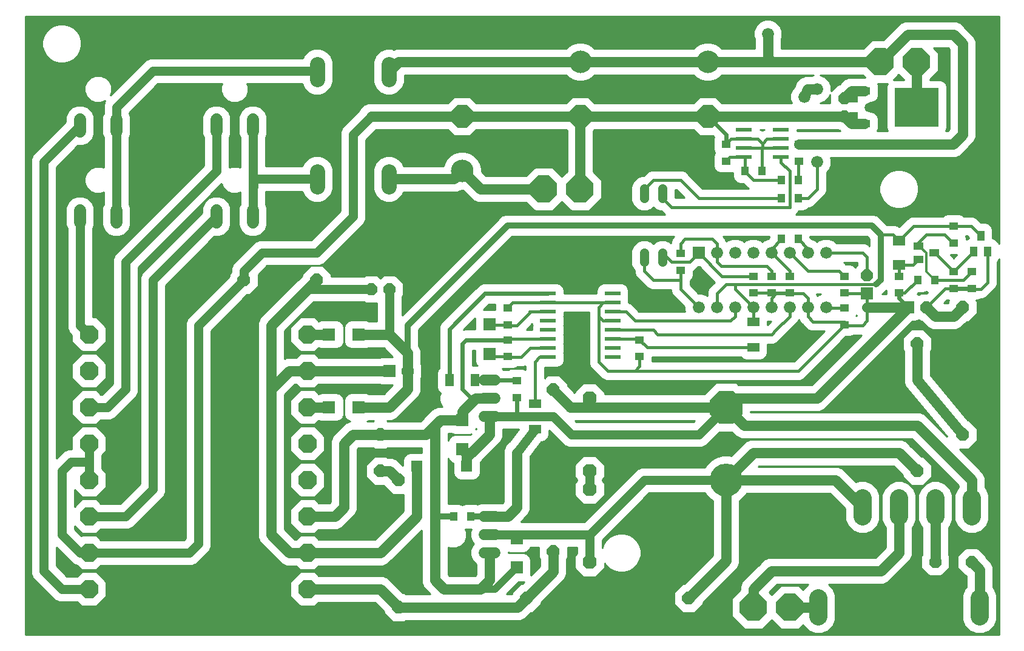
<source format=gbr>
G75*
%MOIN*%
%OFA0B0*%
%FSLAX25Y25*%
%IPPOS*%
%LPD*%
%AMOC8*
5,1,8,0,0,1.08239X$1,22.5*
%
%ADD10C,0.10000*%
%ADD11C,0.18100*%
%ADD12OC8,0.18100*%
%ADD13R,0.05118X0.04134*%
%ADD14OC8,0.07000*%
%ADD15R,0.06600X0.06600*%
%ADD16OC8,0.06600*%
%ADD17R,0.07087X0.05512*%
%ADD18R,0.06693X0.07087*%
%ADD19R,0.07087X0.06693*%
%ADD20C,0.05150*%
%ADD21R,0.03937X0.05512*%
%ADD22R,0.05512X0.03937*%
%ADD23C,0.05937*%
%ADD24R,0.04134X0.05118*%
%ADD25R,0.06693X0.04921*%
%ADD26R,0.04921X0.06693*%
%ADD27OC8,0.07600*%
%ADD28R,0.08661X0.02362*%
%ADD29OC8,0.10000*%
%ADD30C,0.06600*%
%ADD31OC8,0.15000*%
%ADD32C,0.06600*%
%ADD33C,0.08268*%
%ADD34OC8,0.12400*%
%ADD35C,0.12400*%
%ADD36R,0.24409X0.21260*%
%ADD37R,0.06299X0.03937*%
%ADD38C,0.05600*%
%ADD39C,0.05000*%
%ADD40C,0.04000*%
%ADD41C,0.02400*%
%ADD42C,0.01600*%
%ADD43C,0.01200*%
%ADD44R,0.05906X0.05906*%
%ADD45C,0.03200*%
%ADD46C,0.01000*%
D10*
X0441792Y0013000D02*
X0441792Y0023000D01*
X0466092Y0068000D02*
X0466092Y0078000D01*
X0486092Y0078000D02*
X0486092Y0068000D01*
X0506092Y0068000D02*
X0506092Y0078000D01*
X0526092Y0078000D02*
X0526092Y0068000D01*
X0530392Y0023000D02*
X0530392Y0013000D01*
D11*
X0391092Y0088000D03*
D12*
X0391092Y0128000D03*
D13*
X0343592Y0155874D03*
X0343592Y0165126D03*
X0406092Y0190874D03*
X0416092Y0190874D03*
X0426092Y0190874D03*
X0426092Y0200126D03*
X0416092Y0200126D03*
X0406092Y0200126D03*
X0366092Y0203374D03*
X0366092Y0212626D03*
X0391092Y0263374D03*
X0391092Y0272626D03*
X0431092Y0272626D03*
X0431092Y0263374D03*
X0461092Y0288374D03*
X0461092Y0297626D03*
X0516092Y0227626D03*
X0516092Y0218374D03*
X0516092Y0202626D03*
X0516092Y0193374D03*
X0526092Y0193374D03*
X0526092Y0202626D03*
X0486092Y0200126D03*
X0486092Y0190874D03*
X0456092Y0190874D03*
X0456092Y0182626D03*
X0456092Y0173374D03*
X0456092Y0200126D03*
X0276092Y0142626D03*
X0276092Y0133374D03*
X0271092Y0155874D03*
X0271092Y0165126D03*
X0271092Y0173374D03*
X0271092Y0182626D03*
D14*
X0296092Y0137500D03*
X0211092Y0088000D03*
X0201092Y0093000D03*
X0201092Y0113000D03*
X0296092Y0048500D03*
X0281592Y0023000D03*
X0211092Y0018000D03*
X0370592Y0023000D03*
X0496092Y0093000D03*
X0521092Y0113000D03*
X0496092Y0163000D03*
X0521092Y0183000D03*
X0166092Y0198000D03*
X0126092Y0198000D03*
D15*
X0206092Y0148000D03*
X0376092Y0213000D03*
X0468592Y0190500D03*
X0491092Y0183000D03*
D16*
X0501092Y0183000D03*
X0468592Y0200500D03*
X0456092Y0288000D03*
X0456092Y0298000D03*
X0206092Y0193000D03*
X0196092Y0193000D03*
X0216092Y0148000D03*
X0506092Y0043000D03*
X0526092Y0043000D03*
D17*
X0486092Y0206307D03*
X0486092Y0219693D03*
D18*
X0261092Y0173571D03*
X0261092Y0157429D03*
X0246092Y0121071D03*
X0246092Y0104929D03*
X0276092Y0056071D03*
X0276092Y0039929D03*
D19*
X0189163Y0128000D03*
X0173021Y0128000D03*
X0173021Y0168000D03*
X0189163Y0168000D03*
D20*
X0346092Y0207850D02*
X0346092Y0213000D01*
X0356092Y0213000D02*
X0356092Y0207850D01*
X0356092Y0243000D02*
X0356092Y0248150D01*
X0346092Y0248150D02*
X0346092Y0243000D01*
D21*
X0527352Y0213669D03*
X0534832Y0213669D03*
X0531092Y0222331D03*
D22*
X0505423Y0213000D03*
X0496761Y0209260D03*
X0496761Y0216740D03*
D23*
X0264060Y0143000D02*
X0258123Y0143000D01*
X0258123Y0133000D02*
X0264060Y0133000D01*
X0264060Y0123000D02*
X0258123Y0123000D01*
X0258123Y0068000D02*
X0264060Y0068000D01*
X0264060Y0058000D02*
X0258123Y0058000D01*
X0258123Y0048000D02*
X0264060Y0048000D01*
D24*
X0250718Y0068000D03*
X0241466Y0068000D03*
X0496466Y0198000D03*
X0505718Y0198000D03*
X0430718Y0220500D03*
X0421466Y0220500D03*
X0421466Y0243000D03*
X0430718Y0243000D03*
X0430718Y0253000D03*
X0421466Y0253000D03*
X0410718Y0258000D03*
X0401466Y0258000D03*
D25*
X0406092Y0174988D03*
X0406092Y0161012D03*
X0286092Y0129988D03*
X0286092Y0116012D03*
D26*
X0253080Y0143000D03*
X0239104Y0143000D03*
D27*
X0316092Y0133000D03*
X0316092Y0093000D03*
X0316092Y0083000D03*
X0316092Y0043000D03*
D28*
X0328828Y0155500D03*
X0328828Y0160500D03*
X0328828Y0165500D03*
X0328828Y0170500D03*
X0328828Y0175500D03*
X0328828Y0180500D03*
X0328828Y0185500D03*
X0328828Y0190500D03*
X0293356Y0190500D03*
X0293356Y0185500D03*
X0293356Y0180500D03*
X0293356Y0175500D03*
X0293356Y0170500D03*
X0293356Y0165500D03*
X0293356Y0160500D03*
X0293356Y0155500D03*
X0400856Y0265500D03*
X0400856Y0270500D03*
X0400856Y0275500D03*
X0400856Y0280500D03*
X0421328Y0280500D03*
X0421328Y0275500D03*
X0421328Y0270500D03*
X0421328Y0265500D03*
D29*
X0161092Y0168000D03*
X0161092Y0148000D03*
X0161092Y0128000D03*
X0161092Y0108000D03*
X0161092Y0088000D03*
X0161092Y0068000D03*
X0161092Y0048000D03*
X0161092Y0028000D03*
X0041092Y0028000D03*
X0041092Y0048000D03*
X0041092Y0068000D03*
X0041092Y0088000D03*
X0041092Y0108000D03*
X0041092Y0128000D03*
X0041092Y0148000D03*
X0041092Y0168000D03*
D30*
X0376092Y0183000D03*
X0386092Y0183000D03*
X0396092Y0183000D03*
X0406092Y0183000D03*
X0416092Y0183000D03*
X0426092Y0183000D03*
X0436092Y0183000D03*
X0446092Y0183000D03*
X0446092Y0213000D03*
X0436092Y0213000D03*
X0426092Y0213000D03*
X0416092Y0213000D03*
X0406092Y0213000D03*
X0396092Y0213000D03*
X0386092Y0213000D03*
X0441092Y0263000D03*
X0434091Y0298716D03*
X0441092Y0303000D03*
X0414091Y0333357D03*
D31*
X0476009Y0317902D03*
X0496009Y0317902D03*
X0311009Y0247902D03*
X0291009Y0247902D03*
X0406175Y0018098D03*
X0426175Y0018098D03*
D32*
X0131092Y0229700D02*
X0131092Y0236300D01*
X0111092Y0236300D02*
X0111092Y0229700D01*
X0056092Y0229700D02*
X0056092Y0236300D01*
X0036092Y0236300D02*
X0036092Y0229700D01*
X0036092Y0279700D02*
X0036092Y0286300D01*
X0056092Y0286300D02*
X0056092Y0279700D01*
X0111092Y0279700D02*
X0111092Y0286300D01*
X0131092Y0286300D02*
X0131092Y0279700D01*
D33*
X0166392Y0257634D02*
X0166392Y0249366D01*
X0205792Y0249366D02*
X0205792Y0257634D01*
X0205792Y0308366D02*
X0205792Y0316634D01*
X0166392Y0316634D02*
X0166392Y0308366D01*
D34*
X0246092Y0288000D03*
X0311092Y0288000D03*
X0381092Y0288000D03*
D35*
X0381092Y0318000D03*
X0311092Y0318000D03*
X0246092Y0258000D03*
D36*
X0495934Y0293000D03*
D37*
X0467194Y0284024D03*
X0467194Y0301976D03*
D38*
X0460068Y0301976D01*
X0456092Y0298000D01*
X0456092Y0288000D02*
X0460068Y0284024D01*
X0467194Y0284024D01*
X0456092Y0288000D02*
X0381092Y0288000D01*
X0311092Y0288000D01*
X0311009Y0287917D01*
X0311009Y0247902D01*
X0291009Y0247902D02*
X0256190Y0247902D01*
X0246092Y0258000D01*
X0241592Y0253500D01*
X0205792Y0253500D01*
X0196092Y0288000D02*
X0246092Y0288000D01*
X0311092Y0288000D01*
X0311092Y0318000D02*
X0381092Y0318000D01*
X0385737Y0318000D01*
X0416092Y0318000D01*
X0414091Y0320000D01*
X0414091Y0333357D01*
X0416092Y0318000D02*
X0475910Y0318000D01*
X0476009Y0317902D01*
X0491107Y0333000D01*
X0516092Y0333000D01*
X0521092Y0328000D01*
X0521092Y0278000D01*
X0515718Y0272626D01*
X0431092Y0272626D01*
X0434091Y0298716D02*
X0435876Y0303000D01*
X0441092Y0303000D01*
X0495934Y0293000D02*
X0496009Y0293074D01*
X0496009Y0317902D01*
X0311092Y0318000D02*
X0211292Y0318000D01*
X0205792Y0312500D01*
X0166092Y0198000D02*
X0141092Y0173000D01*
X0141092Y0138000D01*
X0141092Y0103000D01*
X0141092Y0058000D01*
X0151092Y0048000D01*
X0201092Y0048000D01*
X0221092Y0068000D01*
X0221092Y0095500D01*
X0211092Y0088000D02*
X0206092Y0093000D01*
X0201092Y0093000D01*
X0186092Y0113000D02*
X0181092Y0108000D01*
X0181092Y0073000D01*
X0176092Y0068000D01*
X0161092Y0068000D01*
X0161092Y0028000D02*
X0201092Y0028000D01*
X0211092Y0018000D01*
X0276592Y0018000D01*
X0281592Y0023000D01*
X0296092Y0037500D01*
X0296092Y0048500D01*
X0276092Y0073000D02*
X0271092Y0068000D01*
X0261092Y0068000D01*
X0276092Y0073000D02*
X0276092Y0103000D01*
X0261092Y0113000D02*
X0251092Y0103000D01*
X0248592Y0100500D01*
X0248592Y0095500D01*
X0248021Y0103000D02*
X0251092Y0103000D01*
X0248021Y0103000D02*
X0246092Y0104929D01*
X0261092Y0113000D02*
X0261092Y0123000D01*
X0261092Y0133000D02*
X0253592Y0133000D01*
X0246092Y0125500D01*
X0246092Y0121071D01*
X0234163Y0121071D01*
X0231092Y0118000D01*
X0231092Y0068000D01*
X0231092Y0033000D01*
X0236092Y0028000D01*
X0246092Y0028000D01*
X0248021Y0028000D01*
X0256092Y0028000D01*
X0261092Y0033000D01*
X0261092Y0048000D01*
X0370592Y0023000D02*
X0391092Y0043500D01*
X0391092Y0088000D01*
X0406092Y0103000D01*
X0486092Y0103000D01*
X0496092Y0093000D01*
X0506092Y0073000D02*
X0506092Y0043000D01*
X0486092Y0048000D02*
X0486092Y0073000D01*
X0466092Y0073000D02*
X0451092Y0088000D01*
X0391092Y0088000D01*
X0401092Y0118000D02*
X0391092Y0128000D01*
X0396092Y0133000D01*
X0441092Y0133000D01*
X0491092Y0183000D01*
X0468592Y0183000D01*
X0501092Y0183000D02*
X0506092Y0178000D01*
X0516092Y0178000D01*
X0521092Y0183000D01*
X0496092Y0163000D02*
X0496092Y0143000D01*
X0521092Y0113000D01*
X0526092Y0088000D02*
X0496092Y0118000D01*
X0401092Y0118000D01*
X0391092Y0128000D02*
X0316092Y0128000D01*
X0314627Y0129464D01*
X0316092Y0128000D02*
X0305592Y0128000D01*
X0296092Y0137500D01*
X0231092Y0118000D02*
X0226092Y0113000D01*
X0201092Y0113000D01*
X0186092Y0113000D01*
X0189163Y0128000D02*
X0206092Y0128000D01*
X0216092Y0138000D01*
X0216092Y0148000D01*
X0216092Y0158000D01*
X0208592Y0165500D01*
X0206092Y0168000D01*
X0189163Y0168000D01*
X0173021Y0168000D02*
X0161092Y0168000D01*
X0161092Y0148000D02*
X0151092Y0148000D01*
X0141092Y0138000D01*
X0161092Y0128000D02*
X0173021Y0128000D01*
X0161092Y0148000D02*
X0206092Y0148000D01*
X0406175Y0028083D02*
X0416092Y0038000D01*
X0476092Y0038000D01*
X0486092Y0048000D01*
X0526092Y0043000D02*
X0530392Y0038700D01*
X0530392Y0018000D01*
X0441792Y0018000D02*
X0426092Y0018000D01*
X0426092Y0018015D01*
X0426175Y0018098D01*
X0406175Y0018098D02*
X0406175Y0028083D01*
X0526092Y0073000D02*
X0526092Y0088000D01*
D39*
X0391092Y0088000D02*
X0346092Y0088000D01*
X0316092Y0058000D01*
X0316092Y0043000D01*
X0316092Y0058000D02*
X0276092Y0058000D01*
X0261092Y0058000D01*
X0316092Y0083000D02*
X0316092Y0093000D01*
X0306092Y0113000D02*
X0376092Y0113000D01*
X0391092Y0128000D01*
X0316092Y0128000D02*
X0316092Y0133000D01*
X0306092Y0113000D02*
X0296092Y0123000D01*
X0276092Y0123000D01*
X0261092Y0123000D01*
X0276092Y0103000D02*
X0286092Y0116012D01*
X0208592Y0165500D02*
X0206092Y0168000D01*
X0206092Y0193000D01*
X0196092Y0193000D02*
X0161092Y0193000D01*
X0141092Y0173000D01*
X0126092Y0198000D02*
X0101092Y0173000D01*
X0101092Y0073000D01*
X0101092Y0053000D01*
X0096092Y0048000D01*
X0076092Y0048000D01*
X0036092Y0048000D01*
X0026092Y0058000D01*
X0026092Y0093000D01*
X0031092Y0098000D01*
X0041092Y0098000D01*
X0041092Y0108000D01*
X0041092Y0098000D02*
X0041092Y0088000D01*
X0041092Y0068000D02*
X0061092Y0068000D01*
X0076092Y0083000D01*
X0076092Y0168000D01*
X0076092Y0198000D01*
X0111092Y0233000D01*
X0131092Y0233000D02*
X0131092Y0243000D01*
X0131592Y0253500D01*
X0166392Y0253500D01*
X0186092Y0233000D02*
X0186092Y0278000D01*
X0196092Y0288000D01*
X0166392Y0312500D02*
X0165892Y0313000D01*
X0141092Y0313000D01*
X0076092Y0313000D01*
X0056092Y0293000D01*
X0056092Y0283000D01*
X0056092Y0233000D01*
X0036092Y0233000D02*
X0036092Y0173000D01*
X0041092Y0168000D01*
X0061092Y0138000D02*
X0061092Y0203000D01*
X0061092Y0208000D01*
X0111092Y0258000D01*
X0111092Y0283000D01*
X0131092Y0283000D02*
X0131092Y0243000D01*
X0136092Y0213000D02*
X0166092Y0213000D01*
X0186092Y0233000D01*
X0136092Y0213000D02*
X0126092Y0203000D01*
X0126092Y0198000D01*
X0061092Y0138000D02*
X0051092Y0128000D01*
X0041092Y0128000D01*
X0016092Y0038000D02*
X0016092Y0243000D01*
X0016092Y0263000D01*
X0036092Y0283000D01*
X0016092Y0038000D02*
X0026092Y0028000D01*
X0041092Y0028000D01*
D40*
X0256092Y0028000D02*
X0264163Y0028000D01*
X0276092Y0039929D01*
X0276092Y0056071D02*
X0276092Y0058000D01*
D41*
X0276092Y0123000D02*
X0276092Y0133374D01*
X0276092Y0142626D02*
X0275718Y0143000D01*
X0261092Y0143000D01*
X0253080Y0143000D01*
X0246092Y0138000D02*
X0251092Y0133000D01*
X0246092Y0125500D01*
X0246092Y0138000D02*
X0246092Y0163000D01*
X0248218Y0165126D01*
X0271092Y0165126D01*
X0258592Y0190500D02*
X0241092Y0173000D01*
X0239104Y0171012D01*
X0239104Y0143000D01*
X0258592Y0190500D02*
X0293356Y0190500D01*
X0391092Y0272626D02*
X0391092Y0278000D01*
X0381092Y0288000D01*
X0456092Y0288000D02*
X0460718Y0288000D01*
X0461092Y0288374D01*
X0461092Y0297626D02*
X0460718Y0298000D01*
X0456092Y0298000D01*
X0516092Y0193374D02*
X0521092Y0193374D01*
X0526092Y0193374D01*
X0491092Y0183000D02*
X0486092Y0188000D01*
X0486092Y0190874D01*
D42*
X0489340Y0190874D01*
X0496466Y0198000D01*
X0505718Y0198000D02*
X0521466Y0198000D01*
X0526092Y0202626D01*
X0534832Y0196740D02*
X0531092Y0193000D01*
X0526466Y0193000D01*
X0526092Y0193374D01*
X0521092Y0193374D02*
X0511466Y0193374D01*
X0501092Y0183000D01*
X0476092Y0198000D02*
X0473592Y0195500D01*
X0413592Y0195500D01*
X0396092Y0195500D01*
X0396092Y0193000D01*
X0406092Y0183000D01*
X0406092Y0174988D01*
X0396092Y0178000D02*
X0396092Y0183000D01*
X0396092Y0178000D02*
X0393592Y0175500D01*
X0341092Y0175500D01*
X0336092Y0180500D01*
X0328828Y0180500D01*
X0328828Y0185500D02*
X0326092Y0185500D01*
X0293356Y0185500D01*
X0273966Y0185500D01*
X0271092Y0182626D01*
X0276092Y0173000D02*
X0283218Y0180126D01*
X0283218Y0180500D01*
X0293356Y0180500D01*
X0276092Y0173000D02*
X0271466Y0173000D01*
X0271092Y0173374D01*
X0261289Y0173374D01*
X0261092Y0173571D01*
X0271092Y0165126D02*
X0271466Y0165500D01*
X0293356Y0165500D01*
X0293356Y0160500D02*
X0283592Y0160500D01*
X0278592Y0155500D01*
X0271466Y0155500D01*
X0271092Y0155874D01*
X0262647Y0155874D01*
X0261092Y0157429D01*
X0286092Y0153000D02*
X0288592Y0155500D01*
X0290580Y0155500D01*
X0291604Y0155500D01*
X0290580Y0155500D01*
X0288592Y0155500D01*
X0290580Y0155500D01*
X0291604Y0155500D01*
X0293356Y0155500D01*
X0286092Y0153000D02*
X0286092Y0129988D01*
X0295718Y0137874D02*
X0296092Y0137500D01*
X0321092Y0153000D02*
X0326092Y0148000D01*
X0341092Y0148000D01*
X0343592Y0150500D01*
X0343592Y0155874D01*
X0347706Y0161012D02*
X0343592Y0165126D01*
X0343218Y0165500D01*
X0328828Y0165500D01*
X0328828Y0170500D02*
X0351092Y0170500D01*
X0353592Y0168000D01*
X0416092Y0168000D01*
X0418592Y0170500D01*
X0426092Y0178000D01*
X0426092Y0183000D01*
X0436092Y0183000D02*
X0436092Y0188000D01*
X0433592Y0190500D01*
X0421092Y0190500D01*
X0426092Y0190874D01*
X0416092Y0190874D01*
X0406092Y0190874D01*
X0396092Y0195500D02*
X0391092Y0195500D01*
X0386092Y0190500D01*
X0386092Y0183000D01*
X0376092Y0183000D02*
X0366092Y0193000D01*
X0366092Y0198000D01*
X0351092Y0198000D01*
X0346092Y0203000D01*
X0346092Y0213000D01*
X0356092Y0213000D02*
X0361092Y0208000D01*
X0371092Y0208000D01*
X0376092Y0213000D01*
X0388966Y0200126D01*
X0406092Y0200126D01*
X0413592Y0205500D02*
X0416092Y0203000D01*
X0416092Y0200126D01*
X0413592Y0205500D02*
X0388592Y0205500D01*
X0386092Y0208000D01*
X0386092Y0213000D01*
X0386092Y0218000D01*
X0383592Y0220500D01*
X0368592Y0220500D01*
X0366092Y0218000D01*
X0366092Y0212626D01*
X0366092Y0203374D02*
X0366092Y0198000D01*
X0326092Y0185500D02*
X0323592Y0185500D01*
X0321092Y0183000D01*
X0321092Y0153000D01*
X0341092Y0148000D02*
X0411092Y0148000D01*
X0430718Y0148000D01*
X0456092Y0173374D01*
X0456466Y0173000D01*
X0466092Y0173000D01*
X0468592Y0175500D01*
X0468592Y0183000D01*
X0468592Y0190500D01*
X0456466Y0190500D01*
X0456092Y0190874D01*
X0456092Y0182626D02*
X0446466Y0182626D01*
X0446092Y0183000D01*
X0436092Y0183000D02*
X0436092Y0178000D01*
X0438966Y0175126D01*
X0456092Y0175126D01*
X0456092Y0173374D01*
X0421092Y0190500D02*
X0418592Y0190500D01*
X0416092Y0188000D01*
X0416092Y0183000D01*
X0426092Y0200126D02*
X0426092Y0203000D01*
X0416092Y0213000D01*
X0416092Y0215126D01*
X0421466Y0220500D01*
X0430718Y0220500D02*
X0436092Y0215126D01*
X0436092Y0213000D01*
X0426092Y0213000D02*
X0436092Y0203000D01*
X0453218Y0203000D01*
X0456092Y0200126D01*
X0468592Y0200500D02*
X0468592Y0210500D01*
X0466092Y0213000D01*
X0446092Y0213000D01*
X0476092Y0223000D02*
X0482785Y0223000D01*
X0486092Y0219693D01*
X0494025Y0227626D01*
X0516092Y0227626D01*
X0525797Y0227626D01*
X0531092Y0222331D01*
X0534832Y0213669D02*
X0534832Y0196740D01*
X0527135Y0213669D02*
X0516092Y0202626D01*
X0505718Y0213000D01*
X0505423Y0213000D01*
X0497352Y0216740D02*
X0496761Y0216740D01*
X0496092Y0217409D01*
X0496092Y0218000D01*
X0501092Y0223000D01*
X0511092Y0223000D01*
X0515718Y0218374D01*
X0516092Y0218374D01*
X0527135Y0213669D02*
X0527352Y0213669D01*
X0496761Y0209260D02*
X0493808Y0206307D01*
X0486328Y0206307D01*
X0486092Y0206307D01*
X0486092Y0200126D01*
X0426092Y0238000D02*
X0426092Y0243000D01*
X0426092Y0258000D01*
X0421328Y0262764D01*
X0421328Y0265500D01*
X0421328Y0270500D02*
X0411092Y0270500D01*
X0410718Y0270126D01*
X0410718Y0258000D01*
X0406092Y0253000D02*
X0421466Y0253000D01*
X0430718Y0253000D02*
X0430718Y0263000D01*
X0431092Y0263374D01*
X0441092Y0263000D02*
X0441092Y0248000D01*
X0436092Y0243000D01*
X0430718Y0243000D01*
X0426092Y0238000D02*
X0421092Y0238000D01*
X0361092Y0238000D01*
X0356092Y0243000D01*
X0346092Y0243000D02*
X0346092Y0248000D01*
X0351092Y0253000D01*
X0366092Y0253000D01*
X0376092Y0243000D01*
X0421466Y0243000D01*
X0406092Y0253000D02*
X0401466Y0257626D01*
X0401466Y0258000D01*
X0401466Y0264890D01*
X0400856Y0265500D01*
X0393218Y0265500D01*
X0391092Y0263374D01*
X0400856Y0270500D02*
X0411092Y0270500D01*
X0411092Y0273000D01*
X0413592Y0275500D01*
X0421328Y0275500D01*
X0411092Y0273000D02*
X0408592Y0275500D01*
X0400856Y0275500D01*
X0393966Y0275500D01*
X0391092Y0272626D01*
X0321092Y0183000D02*
X0321092Y0178000D01*
X0323592Y0175500D01*
X0328828Y0175500D01*
X0347706Y0161012D02*
X0406092Y0161012D01*
D43*
X0501092Y0202626D02*
X0505718Y0198000D01*
X0501092Y0202626D02*
X0501092Y0213000D01*
X0497352Y0216740D01*
D44*
X0248592Y0095500D03*
X0221092Y0095500D03*
D45*
X0231092Y0068000D02*
X0241466Y0068000D01*
X0250718Y0068000D02*
X0261092Y0068000D01*
X0248021Y0028000D02*
X0246092Y0028000D01*
X0216092Y0158000D02*
X0216092Y0173000D01*
X0271092Y0228000D01*
X0471092Y0228000D01*
X0476092Y0223000D01*
X0476092Y0198000D01*
X0473592Y0195500D01*
D46*
X0541092Y0003000D02*
X0006092Y0003000D01*
X0541092Y0003000D01*
X0541092Y0209515D01*
X0540615Y0208364D01*
X0540132Y0207881D01*
X0540132Y0195686D01*
X0539325Y0193738D01*
X0534094Y0188507D01*
X0532146Y0187700D01*
X0531408Y0187700D01*
X0531200Y0187492D01*
X0529546Y0186807D01*
X0528598Y0186807D01*
X0529092Y0186314D01*
X0529092Y0179686D01*
X0524406Y0175000D01*
X0523416Y0175000D01*
X0522280Y0173865D01*
X0520227Y0171811D01*
X0517544Y0170700D01*
X0504640Y0170700D01*
X0501957Y0171811D01*
X0498568Y0175200D01*
X0497861Y0175200D01*
X0497058Y0176003D01*
X0496941Y0175885D01*
X0495287Y0175200D01*
X0493616Y0175200D01*
X0447280Y0128865D01*
X0447280Y0128865D01*
X0445227Y0126811D01*
X0442544Y0125700D01*
X0404642Y0125700D01*
X0404642Y0125300D01*
X0497544Y0125300D01*
X0500227Y0124189D01*
X0512458Y0111957D01*
X0490696Y0138072D01*
X0489903Y0138865D01*
X0489773Y0139180D01*
X0489554Y0139442D01*
X0489221Y0140512D01*
X0488792Y0141548D01*
X0488792Y0141889D01*
X0488690Y0142215D01*
X0488792Y0143331D01*
X0488792Y0158986D01*
X0488092Y0159686D01*
X0488092Y0166314D01*
X0492778Y0171000D01*
X0499406Y0171000D01*
X0504092Y0166314D01*
X0504092Y0159686D01*
X0503392Y0158986D01*
X0503392Y0145643D01*
X0523928Y0121000D01*
X0524406Y0121000D01*
X0529092Y0116314D01*
X0529092Y0109686D01*
X0524406Y0105000D01*
X0519416Y0105000D01*
X0532280Y0092135D01*
X0533392Y0089452D01*
X0533392Y0084135D01*
X0534146Y0083381D01*
X0535592Y0079890D01*
X0535592Y0066110D01*
X0534146Y0062619D01*
X0531473Y0059946D01*
X0527982Y0058500D01*
X0524202Y0058500D01*
X0520711Y0059946D01*
X0518038Y0062619D01*
X0516592Y0066110D01*
X0516592Y0079890D01*
X0518038Y0083381D01*
X0518792Y0084135D01*
X0518792Y0084976D01*
X0493068Y0110700D01*
X0399640Y0110700D01*
X0396957Y0111811D01*
X0394318Y0114450D01*
X0387441Y0114450D01*
X0380057Y0107066D01*
X0377484Y0106000D01*
X0304699Y0106000D01*
X0302127Y0107066D01*
X0300158Y0109035D01*
X0293938Y0115254D01*
X0293938Y0112656D01*
X0293253Y0111002D01*
X0291987Y0109736D01*
X0290333Y0109051D01*
X0289571Y0109051D01*
X0283392Y0101011D01*
X0283392Y0071548D01*
X0282280Y0068865D01*
X0280227Y0066811D01*
X0278416Y0065000D01*
X0313192Y0065000D01*
X0340158Y0091965D01*
X0342127Y0093934D01*
X0344699Y0095000D01*
X0379487Y0095000D01*
X0380249Y0096320D01*
X0382772Y0098843D01*
X0385862Y0100627D01*
X0389308Y0101550D01*
X0392876Y0101550D01*
X0394013Y0101245D01*
X0401957Y0109189D01*
X0404640Y0110300D01*
X0487544Y0110300D01*
X0490227Y0109189D01*
X0492280Y0107135D01*
X0498416Y0101000D01*
X0499406Y0101000D01*
X0504092Y0096314D01*
X0504092Y0089686D01*
X0499406Y0085000D01*
X0492778Y0085000D01*
X0488092Y0089686D01*
X0488092Y0090676D01*
X0483068Y0095700D01*
X0409116Y0095700D01*
X0408716Y0095300D01*
X0452544Y0095300D01*
X0455227Y0094189D01*
X0462585Y0086830D01*
X0464202Y0087500D01*
X0467982Y0087500D01*
X0471473Y0086054D01*
X0474146Y0083381D01*
X0475592Y0079890D01*
X0475592Y0066110D01*
X0474146Y0062619D01*
X0471473Y0059946D01*
X0467982Y0058500D01*
X0464202Y0058500D01*
X0460711Y0059946D01*
X0458038Y0062619D01*
X0456592Y0066110D01*
X0456592Y0072176D01*
X0448068Y0080700D01*
X0402523Y0080700D01*
X0401935Y0079680D01*
X0399412Y0077157D01*
X0398392Y0076568D01*
X0398392Y0042048D01*
X0397280Y0039365D01*
X0395227Y0037311D01*
X0378592Y0020676D01*
X0378592Y0019686D01*
X0373906Y0015000D01*
X0367278Y0015000D01*
X0362592Y0019686D01*
X0362592Y0026314D01*
X0367278Y0031000D01*
X0368268Y0031000D01*
X0383792Y0046524D01*
X0383792Y0076568D01*
X0382772Y0077157D01*
X0380249Y0079680D01*
X0379487Y0081000D01*
X0348991Y0081000D01*
X0323092Y0055101D01*
X0323092Y0050538D01*
X0323529Y0052168D01*
X0324950Y0054631D01*
X0326961Y0056642D01*
X0329424Y0058063D01*
X0332170Y0058799D01*
X0335014Y0058799D01*
X0337760Y0058063D01*
X0340223Y0056642D01*
X0342233Y0054631D01*
X0343655Y0052168D01*
X0344391Y0049422D01*
X0344391Y0046578D01*
X0343655Y0043832D01*
X0342233Y0041369D01*
X0340223Y0039358D01*
X0337760Y0037937D01*
X0335014Y0037201D01*
X0332170Y0037201D01*
X0329424Y0037937D01*
X0326961Y0039358D01*
X0324950Y0041369D01*
X0324392Y0042336D01*
X0324392Y0039562D01*
X0319530Y0034700D01*
X0312654Y0034700D01*
X0307792Y0039562D01*
X0307792Y0046438D01*
X0309092Y0047738D01*
X0309092Y0051000D01*
X0304092Y0051000D01*
X0304092Y0045186D01*
X0303392Y0044486D01*
X0303392Y0036048D01*
X0302280Y0033365D01*
X0300227Y0031311D01*
X0289592Y0020676D01*
X0289592Y0019686D01*
X0284906Y0015000D01*
X0283916Y0015000D01*
X0282780Y0013865D01*
X0280727Y0011811D01*
X0278044Y0010700D01*
X0215106Y0010700D01*
X0214406Y0010000D01*
X0207778Y0010000D01*
X0203092Y0014686D01*
X0203092Y0015676D01*
X0198068Y0020700D01*
X0167227Y0020700D01*
X0165027Y0018500D01*
X0157157Y0018500D01*
X0151592Y0024065D01*
X0151592Y0031935D01*
X0157157Y0037500D01*
X0165027Y0037500D01*
X0167227Y0035300D01*
X0202544Y0035300D01*
X0205227Y0034189D01*
X0213416Y0026000D01*
X0214406Y0026000D01*
X0215106Y0025300D01*
X0228468Y0025300D01*
X0226957Y0026811D01*
X0224903Y0028865D01*
X0223792Y0031548D01*
X0223792Y0060376D01*
X0205227Y0041811D01*
X0202544Y0040700D01*
X0167227Y0040700D01*
X0165027Y0038500D01*
X0157157Y0038500D01*
X0154957Y0040700D01*
X0149640Y0040700D01*
X0146957Y0041811D01*
X0144903Y0043865D01*
X0134903Y0053865D01*
X0133792Y0056548D01*
X0133792Y0174452D01*
X0134903Y0177135D01*
X0136957Y0179189D01*
X0158092Y0200324D01*
X0158092Y0201314D01*
X0162778Y0206000D01*
X0169406Y0206000D01*
X0174092Y0201314D01*
X0174092Y0200000D01*
X0192061Y0200000D01*
X0192861Y0200800D01*
X0199323Y0200800D01*
X0201092Y0199031D01*
X0202861Y0200800D01*
X0209323Y0200800D01*
X0213892Y0196231D01*
X0213892Y0189769D01*
X0213092Y0188969D01*
X0213092Y0178627D01*
X0265921Y0231455D01*
X0267636Y0233171D01*
X0269878Y0234100D01*
X0357497Y0234100D01*
X0355671Y0235925D01*
X0354685Y0235925D01*
X0352084Y0237002D01*
X0351092Y0237995D01*
X0350099Y0237002D01*
X0347499Y0235925D01*
X0344685Y0235925D01*
X0342084Y0237002D01*
X0340094Y0238992D01*
X0339017Y0241593D01*
X0339017Y0249557D01*
X0340094Y0252157D01*
X0342084Y0254147D01*
X0344685Y0255224D01*
X0345821Y0255224D01*
X0348090Y0257493D01*
X0350038Y0258300D01*
X0367146Y0258300D01*
X0369094Y0257493D01*
X0370585Y0256002D01*
X0378287Y0248300D01*
X0403589Y0248300D01*
X0403090Y0248507D01*
X0401599Y0249998D01*
X0400656Y0250941D01*
X0398504Y0250941D01*
X0396850Y0251626D01*
X0395584Y0252892D01*
X0394899Y0254546D01*
X0394899Y0256953D01*
X0394546Y0256807D01*
X0387638Y0256807D01*
X0385984Y0257492D01*
X0384718Y0258758D01*
X0384033Y0260412D01*
X0384033Y0266336D01*
X0384718Y0267990D01*
X0384728Y0268000D01*
X0384718Y0268010D01*
X0384033Y0269664D01*
X0384033Y0275588D01*
X0384446Y0276585D01*
X0383731Y0277300D01*
X0376660Y0277300D01*
X0373260Y0280700D01*
X0318924Y0280700D01*
X0318309Y0280085D01*
X0318309Y0257572D01*
X0323009Y0252872D01*
X0323009Y0242931D01*
X0315979Y0235902D01*
X0306038Y0235902D01*
X0301009Y0240931D01*
X0295979Y0235902D01*
X0286038Y0235902D01*
X0281338Y0240602D01*
X0254738Y0240602D01*
X0252055Y0241713D01*
X0246468Y0247300D01*
X0245700Y0247300D01*
X0243044Y0246200D01*
X0213826Y0246200D01*
X0213111Y0244475D01*
X0210683Y0242047D01*
X0207509Y0240732D01*
X0204074Y0240732D01*
X0200901Y0242047D01*
X0198472Y0244475D01*
X0197158Y0247649D01*
X0197158Y0259351D01*
X0198472Y0262525D01*
X0200901Y0264953D01*
X0204074Y0266268D01*
X0207509Y0266268D01*
X0210683Y0264953D01*
X0213111Y0262525D01*
X0213826Y0260800D01*
X0235765Y0260800D01*
X0236121Y0262130D01*
X0237530Y0264570D01*
X0239522Y0266562D01*
X0241962Y0267971D01*
X0244683Y0268700D01*
X0247501Y0268700D01*
X0250222Y0267971D01*
X0252662Y0266562D01*
X0254654Y0264570D01*
X0256063Y0262130D01*
X0256792Y0259409D01*
X0256792Y0257624D01*
X0259214Y0255202D01*
X0281338Y0255202D01*
X0286038Y0259902D01*
X0295979Y0259902D01*
X0301009Y0254872D01*
X0303709Y0257572D01*
X0303709Y0280251D01*
X0303260Y0280700D01*
X0253924Y0280700D01*
X0250524Y0277300D01*
X0241660Y0277300D01*
X0238260Y0280700D01*
X0198691Y0280700D01*
X0193092Y0275101D01*
X0193092Y0231608D01*
X0192026Y0229035D01*
X0190057Y0227066D01*
X0170057Y0207066D01*
X0167484Y0206000D01*
X0138991Y0206000D01*
X0134092Y0201101D01*
X0134092Y0194686D01*
X0129406Y0190000D01*
X0127991Y0190000D01*
X0108092Y0170101D01*
X0108092Y0051608D01*
X0107026Y0049035D01*
X0102026Y0044035D01*
X0100057Y0042066D01*
X0097484Y0041000D01*
X0047527Y0041000D01*
X0045027Y0038500D01*
X0037157Y0038500D01*
X0034627Y0041030D01*
X0032127Y0042066D01*
X0030158Y0044035D01*
X0023092Y0051101D01*
X0023092Y0040899D01*
X0028991Y0035000D01*
X0034657Y0035000D01*
X0037157Y0037500D01*
X0045027Y0037500D01*
X0050592Y0031935D01*
X0050592Y0024065D01*
X0045027Y0018500D01*
X0037157Y0018500D01*
X0034657Y0021000D01*
X0024699Y0021000D01*
X0022127Y0022066D01*
X0012127Y0032066D01*
X0010158Y0034035D01*
X0009092Y0036608D01*
X0009092Y0264392D01*
X0010158Y0266965D01*
X0028292Y0285099D01*
X0028292Y0287852D01*
X0029479Y0290718D01*
X0031674Y0292913D01*
X0034540Y0294100D01*
X0037643Y0294100D01*
X0040510Y0292913D01*
X0042704Y0290718D01*
X0043892Y0287852D01*
X0043892Y0278148D01*
X0042704Y0275282D01*
X0040510Y0273087D01*
X0037643Y0271900D01*
X0034891Y0271900D01*
X0023092Y0260101D01*
X0023092Y0099899D01*
X0025158Y0101965D01*
X0027127Y0103934D01*
X0029699Y0105000D01*
X0031592Y0105000D01*
X0031592Y0111935D01*
X0037157Y0117500D01*
X0045027Y0117500D01*
X0050592Y0111935D01*
X0050592Y0104065D01*
X0048092Y0101565D01*
X0048092Y0094435D01*
X0050592Y0091935D01*
X0050592Y0084065D01*
X0045027Y0078500D01*
X0037157Y0078500D01*
X0033092Y0082565D01*
X0033092Y0073435D01*
X0037157Y0077500D01*
X0045027Y0077500D01*
X0047527Y0075000D01*
X0058192Y0075000D01*
X0069092Y0085899D01*
X0069092Y0199392D01*
X0070158Y0201965D01*
X0103292Y0235099D01*
X0103292Y0237852D01*
X0104479Y0240718D01*
X0106674Y0242913D01*
X0109540Y0244100D01*
X0112643Y0244100D01*
X0115510Y0242913D01*
X0117704Y0240718D01*
X0118892Y0237852D01*
X0118892Y0228148D01*
X0117704Y0225282D01*
X0115510Y0223087D01*
X0112643Y0221900D01*
X0109891Y0221900D01*
X0083092Y0195101D01*
X0083092Y0081608D01*
X0082026Y0079035D01*
X0080057Y0077066D01*
X0065057Y0062066D01*
X0062484Y0061000D01*
X0047527Y0061000D01*
X0045027Y0058500D01*
X0037157Y0058500D01*
X0033092Y0062565D01*
X0033092Y0060899D01*
X0036824Y0057167D01*
X0037157Y0057500D01*
X0045027Y0057500D01*
X0047527Y0055000D01*
X0093192Y0055000D01*
X0094092Y0055899D01*
X0094092Y0174392D01*
X0095158Y0176965D01*
X0097127Y0178934D01*
X0118092Y0199899D01*
X0118092Y0201314D01*
X0119092Y0202314D01*
X0119092Y0204392D01*
X0120158Y0206965D01*
X0130158Y0216965D01*
X0132127Y0218934D01*
X0134699Y0220000D01*
X0163192Y0220000D01*
X0179092Y0235899D01*
X0179092Y0279392D01*
X0180158Y0281965D01*
X0189603Y0291411D01*
X0189903Y0292135D01*
X0191957Y0294189D01*
X0194640Y0295300D01*
X0238260Y0295300D01*
X0241660Y0298700D01*
X0250524Y0298700D01*
X0253924Y0295300D01*
X0303260Y0295300D01*
X0306660Y0298700D01*
X0315524Y0298700D01*
X0318924Y0295300D01*
X0373260Y0295300D01*
X0376660Y0298700D01*
X0385524Y0298700D01*
X0388924Y0295300D01*
X0427063Y0295300D01*
X0426291Y0297164D01*
X0426291Y0300267D01*
X0427479Y0303134D01*
X0428413Y0304068D01*
X0429135Y0305802D01*
X0429687Y0307135D01*
X0429692Y0307140D01*
X0429695Y0307147D01*
X0430719Y0308167D01*
X0431741Y0309189D01*
X0431748Y0309191D01*
X0431753Y0309197D01*
X0433088Y0309747D01*
X0434424Y0310300D01*
X0434431Y0310300D01*
X0434438Y0310303D01*
X0435884Y0310300D01*
X0438333Y0310300D01*
X0439299Y0310700D01*
X0388924Y0310700D01*
X0387662Y0309438D01*
X0385222Y0308029D01*
X0382501Y0307300D01*
X0379683Y0307300D01*
X0376962Y0308029D01*
X0374522Y0309438D01*
X0373260Y0310700D01*
X0318924Y0310700D01*
X0317662Y0309438D01*
X0315222Y0308029D01*
X0312501Y0307300D01*
X0309683Y0307300D01*
X0306962Y0308029D01*
X0304522Y0309438D01*
X0303260Y0310700D01*
X0214426Y0310700D01*
X0214426Y0306649D01*
X0213111Y0303475D01*
X0210683Y0301047D01*
X0207509Y0299732D01*
X0204074Y0299732D01*
X0200901Y0301047D01*
X0198472Y0303475D01*
X0197158Y0306649D01*
X0197158Y0318351D01*
X0198472Y0321525D01*
X0200901Y0323953D01*
X0204074Y0325268D01*
X0207509Y0325268D01*
X0208636Y0324801D01*
X0209840Y0325300D01*
X0303260Y0325300D01*
X0304522Y0326562D01*
X0306962Y0327971D01*
X0309683Y0328700D01*
X0312501Y0328700D01*
X0315222Y0327971D01*
X0317662Y0326562D01*
X0318924Y0325300D01*
X0373260Y0325300D01*
X0374522Y0326562D01*
X0376962Y0327971D01*
X0379683Y0328700D01*
X0382501Y0328700D01*
X0385222Y0327971D01*
X0387662Y0326562D01*
X0388924Y0325300D01*
X0406791Y0325300D01*
X0406791Y0330598D01*
X0406291Y0331805D01*
X0406291Y0334908D01*
X0407479Y0337775D01*
X0409673Y0339969D01*
X0412540Y0341157D01*
X0415643Y0341157D01*
X0418510Y0339969D01*
X0420704Y0337775D01*
X0421891Y0334908D01*
X0421891Y0331805D01*
X0421391Y0330598D01*
X0421391Y0325300D01*
X0466437Y0325300D01*
X0471038Y0329902D01*
X0477685Y0329902D01*
X0486972Y0339189D01*
X0489655Y0340300D01*
X0517544Y0340300D01*
X0520227Y0339189D01*
X0522280Y0337135D01*
X0527280Y0332135D01*
X0528392Y0329452D01*
X0528392Y0276548D01*
X0527280Y0273865D01*
X0525227Y0271811D01*
X0519853Y0266437D01*
X0517170Y0265326D01*
X0448571Y0265326D01*
X0448892Y0264552D01*
X0448892Y0261448D01*
X0447704Y0258582D01*
X0446392Y0257269D01*
X0446392Y0246946D01*
X0445585Y0244998D01*
X0444094Y0243507D01*
X0439094Y0238507D01*
X0437146Y0237700D01*
X0436408Y0237700D01*
X0435334Y0236626D01*
X0433680Y0235941D01*
X0430976Y0235941D01*
X0430585Y0234998D01*
X0429687Y0234100D01*
X0472305Y0234100D01*
X0474547Y0233171D01*
X0479419Y0228300D01*
X0483839Y0228300D01*
X0485787Y0227493D01*
X0486092Y0227188D01*
X0491023Y0232119D01*
X0492971Y0232926D01*
X0510402Y0232926D01*
X0510984Y0233508D01*
X0512638Y0234193D01*
X0519546Y0234193D01*
X0521200Y0233508D01*
X0521782Y0232926D01*
X0526851Y0232926D01*
X0528799Y0232119D01*
X0531331Y0229587D01*
X0533955Y0229587D01*
X0535609Y0228902D01*
X0536875Y0227636D01*
X0537560Y0225982D01*
X0537560Y0220925D01*
X0537696Y0220925D01*
X0539350Y0220240D01*
X0540615Y0218974D01*
X0541092Y0217824D01*
X0541092Y0343000D01*
X0006092Y0343000D01*
X0006092Y0003000D01*
X0006092Y0003999D02*
X0438699Y0003999D01*
X0439902Y0003500D02*
X0436411Y0004946D01*
X0433738Y0007619D01*
X0433424Y0008377D01*
X0431145Y0006098D01*
X0421204Y0006098D01*
X0416175Y0011128D01*
X0411145Y0006098D01*
X0401204Y0006098D01*
X0394175Y0013128D01*
X0394175Y0023069D01*
X0398875Y0027769D01*
X0398875Y0029535D01*
X0399986Y0032218D01*
X0409903Y0042135D01*
X0411957Y0044189D01*
X0414640Y0045300D01*
X0473068Y0045300D01*
X0478792Y0051024D01*
X0478792Y0061865D01*
X0478038Y0062619D01*
X0476592Y0066110D01*
X0476592Y0079890D01*
X0478038Y0083381D01*
X0480711Y0086054D01*
X0484202Y0087500D01*
X0487982Y0087500D01*
X0491473Y0086054D01*
X0494146Y0083381D01*
X0495592Y0079890D01*
X0495592Y0066110D01*
X0494146Y0062619D01*
X0493392Y0061865D01*
X0493392Y0046548D01*
X0492280Y0043865D01*
X0490227Y0041811D01*
X0482280Y0033865D01*
X0482280Y0033865D01*
X0480227Y0031811D01*
X0477544Y0030700D01*
X0447527Y0030700D01*
X0449846Y0028381D01*
X0451292Y0024890D01*
X0451292Y0011110D01*
X0449846Y0007619D01*
X0447173Y0004946D01*
X0443682Y0003500D01*
X0439902Y0003500D01*
X0436360Y0004997D02*
X0006092Y0004997D01*
X0006092Y0005996D02*
X0435361Y0005996D01*
X0434363Y0006994D02*
X0432041Y0006994D01*
X0433040Y0007993D02*
X0433583Y0007993D01*
X0444885Y0003999D02*
X0527299Y0003999D01*
X0528502Y0003500D02*
X0525011Y0004946D01*
X0522338Y0007619D01*
X0520892Y0011110D01*
X0520892Y0024890D01*
X0522338Y0028381D01*
X0523092Y0029135D01*
X0523092Y0035200D01*
X0522861Y0035200D01*
X0518292Y0039769D01*
X0518292Y0046231D01*
X0522861Y0050800D01*
X0529323Y0050800D01*
X0533892Y0046231D01*
X0533892Y0045524D01*
X0536580Y0042835D01*
X0537692Y0040152D01*
X0537692Y0029135D01*
X0538446Y0028381D01*
X0539892Y0024890D01*
X0539892Y0011110D01*
X0538446Y0007619D01*
X0535773Y0004946D01*
X0532282Y0003500D01*
X0528502Y0003500D01*
X0524960Y0004997D02*
X0447224Y0004997D01*
X0448222Y0005996D02*
X0523961Y0005996D01*
X0522963Y0006994D02*
X0449221Y0006994D01*
X0450000Y0007993D02*
X0522183Y0007993D01*
X0521770Y0008991D02*
X0450414Y0008991D01*
X0450828Y0009990D02*
X0521356Y0009990D01*
X0520943Y0010988D02*
X0451241Y0010988D01*
X0451292Y0011987D02*
X0520892Y0011987D01*
X0520892Y0012985D02*
X0451292Y0012985D01*
X0451292Y0013984D02*
X0520892Y0013984D01*
X0520892Y0014982D02*
X0451292Y0014982D01*
X0451292Y0015981D02*
X0520892Y0015981D01*
X0520892Y0016979D02*
X0451292Y0016979D01*
X0451292Y0017978D02*
X0520892Y0017978D01*
X0520892Y0018976D02*
X0451292Y0018976D01*
X0451292Y0019975D02*
X0520892Y0019975D01*
X0520892Y0020973D02*
X0451292Y0020973D01*
X0451292Y0021972D02*
X0520892Y0021972D01*
X0520892Y0022970D02*
X0451292Y0022970D01*
X0451292Y0023969D02*
X0520892Y0023969D01*
X0520924Y0024967D02*
X0451260Y0024967D01*
X0450846Y0025966D02*
X0521338Y0025966D01*
X0521751Y0026964D02*
X0450433Y0026964D01*
X0450019Y0027963D02*
X0522165Y0027963D01*
X0522918Y0028961D02*
X0449266Y0028961D01*
X0448267Y0029960D02*
X0523092Y0029960D01*
X0523092Y0030958D02*
X0478168Y0030958D01*
X0480372Y0031957D02*
X0523092Y0031957D01*
X0523092Y0032955D02*
X0481371Y0032955D01*
X0482369Y0033954D02*
X0523092Y0033954D01*
X0523092Y0034952D02*
X0483368Y0034952D01*
X0484366Y0035951D02*
X0502110Y0035951D01*
X0502861Y0035200D02*
X0498292Y0039769D01*
X0498292Y0046231D01*
X0498792Y0046731D01*
X0498792Y0061865D01*
X0498038Y0062619D01*
X0496592Y0066110D01*
X0496592Y0079890D01*
X0498038Y0083381D01*
X0500711Y0086054D01*
X0504202Y0087500D01*
X0507982Y0087500D01*
X0511473Y0086054D01*
X0514146Y0083381D01*
X0515592Y0079890D01*
X0515592Y0066110D01*
X0514146Y0062619D01*
X0513392Y0061865D01*
X0513392Y0046731D01*
X0513892Y0046231D01*
X0513892Y0039769D01*
X0509323Y0035200D01*
X0502861Y0035200D01*
X0501112Y0036949D02*
X0485365Y0036949D01*
X0486364Y0037948D02*
X0500113Y0037948D01*
X0499115Y0038946D02*
X0487362Y0038946D01*
X0488361Y0039945D02*
X0498292Y0039945D01*
X0498292Y0040943D02*
X0489359Y0040943D01*
X0490227Y0041811D02*
X0490227Y0041811D01*
X0490358Y0041942D02*
X0498292Y0041942D01*
X0498292Y0042940D02*
X0491356Y0042940D01*
X0492311Y0043939D02*
X0498292Y0043939D01*
X0498292Y0044937D02*
X0492725Y0044937D01*
X0493138Y0045936D02*
X0498292Y0045936D01*
X0498792Y0046934D02*
X0493392Y0046934D01*
X0493392Y0047933D02*
X0498792Y0047933D01*
X0498792Y0048932D02*
X0493392Y0048932D01*
X0493392Y0049930D02*
X0498792Y0049930D01*
X0498792Y0050929D02*
X0493392Y0050929D01*
X0493392Y0051927D02*
X0498792Y0051927D01*
X0498792Y0052926D02*
X0493392Y0052926D01*
X0493392Y0053924D02*
X0498792Y0053924D01*
X0498792Y0054923D02*
X0493392Y0054923D01*
X0493392Y0055921D02*
X0498792Y0055921D01*
X0498792Y0056920D02*
X0493392Y0056920D01*
X0493392Y0057918D02*
X0498792Y0057918D01*
X0498792Y0058917D02*
X0493392Y0058917D01*
X0493392Y0059915D02*
X0498792Y0059915D01*
X0498792Y0060914D02*
X0493392Y0060914D01*
X0493439Y0061912D02*
X0498745Y0061912D01*
X0497917Y0062911D02*
X0494267Y0062911D01*
X0494680Y0063909D02*
X0497504Y0063909D01*
X0497090Y0064908D02*
X0495094Y0064908D01*
X0495507Y0065906D02*
X0496676Y0065906D01*
X0496592Y0066905D02*
X0495592Y0066905D01*
X0495592Y0067903D02*
X0496592Y0067903D01*
X0496592Y0068902D02*
X0495592Y0068902D01*
X0495592Y0069900D02*
X0496592Y0069900D01*
X0496592Y0070899D02*
X0495592Y0070899D01*
X0495592Y0071897D02*
X0496592Y0071897D01*
X0496592Y0072896D02*
X0495592Y0072896D01*
X0495592Y0073894D02*
X0496592Y0073894D01*
X0496592Y0074893D02*
X0495592Y0074893D01*
X0495592Y0075891D02*
X0496592Y0075891D01*
X0496592Y0076890D02*
X0495592Y0076890D01*
X0495592Y0077888D02*
X0496592Y0077888D01*
X0496592Y0078887D02*
X0495592Y0078887D01*
X0495592Y0079885D02*
X0496592Y0079885D01*
X0497004Y0080884D02*
X0495180Y0080884D01*
X0494766Y0081882D02*
X0497417Y0081882D01*
X0497831Y0082881D02*
X0494353Y0082881D01*
X0493647Y0083879D02*
X0498536Y0083879D01*
X0499535Y0084878D02*
X0492649Y0084878D01*
X0491902Y0085876D02*
X0491650Y0085876D01*
X0490903Y0086875D02*
X0489491Y0086875D01*
X0489905Y0087873D02*
X0461542Y0087873D01*
X0462541Y0086875D02*
X0462693Y0086875D01*
X0460544Y0088872D02*
X0488906Y0088872D01*
X0488092Y0089870D02*
X0459545Y0089870D01*
X0458547Y0090869D02*
X0487899Y0090869D01*
X0486901Y0091868D02*
X0457548Y0091868D01*
X0456550Y0092866D02*
X0485902Y0092866D01*
X0484904Y0093865D02*
X0455551Y0093865D01*
X0453599Y0094863D02*
X0483905Y0094863D01*
X0482693Y0086875D02*
X0469491Y0086875D01*
X0471650Y0085876D02*
X0480533Y0085876D01*
X0479535Y0084878D02*
X0472649Y0084878D01*
X0473647Y0083879D02*
X0478536Y0083879D01*
X0477831Y0082881D02*
X0474353Y0082881D01*
X0474766Y0081882D02*
X0477417Y0081882D01*
X0477004Y0080884D02*
X0475180Y0080884D01*
X0475592Y0079885D02*
X0476592Y0079885D01*
X0476592Y0078887D02*
X0475592Y0078887D01*
X0475592Y0077888D02*
X0476592Y0077888D01*
X0476592Y0076890D02*
X0475592Y0076890D01*
X0475592Y0075891D02*
X0476592Y0075891D01*
X0476592Y0074893D02*
X0475592Y0074893D01*
X0475592Y0073894D02*
X0476592Y0073894D01*
X0476592Y0072896D02*
X0475592Y0072896D01*
X0475592Y0071897D02*
X0476592Y0071897D01*
X0476592Y0070899D02*
X0475592Y0070899D01*
X0475592Y0069900D02*
X0476592Y0069900D01*
X0476592Y0068902D02*
X0475592Y0068902D01*
X0475592Y0067903D02*
X0476592Y0067903D01*
X0476592Y0066905D02*
X0475592Y0066905D01*
X0475507Y0065906D02*
X0476676Y0065906D01*
X0477090Y0064908D02*
X0475094Y0064908D01*
X0474680Y0063909D02*
X0477504Y0063909D01*
X0477917Y0062911D02*
X0474267Y0062911D01*
X0473439Y0061912D02*
X0478745Y0061912D01*
X0478792Y0060914D02*
X0472441Y0060914D01*
X0471398Y0059915D02*
X0478792Y0059915D01*
X0478792Y0058917D02*
X0468987Y0058917D01*
X0463196Y0058917D02*
X0398392Y0058917D01*
X0398392Y0059915D02*
X0460786Y0059915D01*
X0459743Y0060914D02*
X0398392Y0060914D01*
X0398392Y0061912D02*
X0458745Y0061912D01*
X0457917Y0062911D02*
X0398392Y0062911D01*
X0398392Y0063909D02*
X0457504Y0063909D01*
X0457090Y0064908D02*
X0398392Y0064908D01*
X0398392Y0065906D02*
X0456676Y0065906D01*
X0456592Y0066905D02*
X0398392Y0066905D01*
X0398392Y0067903D02*
X0456592Y0067903D01*
X0456592Y0068902D02*
X0398392Y0068902D01*
X0398392Y0069900D02*
X0456592Y0069900D01*
X0456592Y0070899D02*
X0398392Y0070899D01*
X0398392Y0071897D02*
X0456592Y0071897D01*
X0455872Y0072896D02*
X0398392Y0072896D01*
X0398392Y0073894D02*
X0454874Y0073894D01*
X0453875Y0074893D02*
X0398392Y0074893D01*
X0398392Y0075891D02*
X0452877Y0075891D01*
X0451878Y0076890D02*
X0398948Y0076890D01*
X0400143Y0077888D02*
X0450880Y0077888D01*
X0449881Y0078887D02*
X0401141Y0078887D01*
X0402053Y0079885D02*
X0448883Y0079885D01*
X0478792Y0057918D02*
X0398392Y0057918D01*
X0398392Y0056920D02*
X0478792Y0056920D01*
X0478792Y0055921D02*
X0398392Y0055921D01*
X0398392Y0054923D02*
X0478792Y0054923D01*
X0478792Y0053924D02*
X0398392Y0053924D01*
X0398392Y0052926D02*
X0478792Y0052926D01*
X0478792Y0051927D02*
X0398392Y0051927D01*
X0398392Y0050929D02*
X0478697Y0050929D01*
X0477698Y0049930D02*
X0398392Y0049930D01*
X0398392Y0048932D02*
X0476700Y0048932D01*
X0475701Y0047933D02*
X0398392Y0047933D01*
X0398392Y0046934D02*
X0474703Y0046934D01*
X0473704Y0045936D02*
X0398392Y0045936D01*
X0398392Y0044937D02*
X0413765Y0044937D01*
X0411707Y0043939D02*
X0398392Y0043939D01*
X0398392Y0042940D02*
X0410709Y0042940D01*
X0409710Y0041942D02*
X0398348Y0041942D01*
X0397934Y0040943D02*
X0408712Y0040943D01*
X0407713Y0039945D02*
X0397521Y0039945D01*
X0396862Y0038946D02*
X0406715Y0038946D01*
X0405716Y0037948D02*
X0395864Y0037948D01*
X0394865Y0036949D02*
X0404717Y0036949D01*
X0403719Y0035951D02*
X0393866Y0035951D01*
X0392868Y0034952D02*
X0402720Y0034952D01*
X0401722Y0033954D02*
X0391869Y0033954D01*
X0390871Y0032955D02*
X0400723Y0032955D01*
X0399878Y0031957D02*
X0389872Y0031957D01*
X0388874Y0030958D02*
X0399464Y0030958D01*
X0399051Y0029960D02*
X0387875Y0029960D01*
X0386877Y0028961D02*
X0398875Y0028961D01*
X0398875Y0027963D02*
X0385878Y0027963D01*
X0384880Y0026964D02*
X0398070Y0026964D01*
X0397072Y0025966D02*
X0383881Y0025966D01*
X0382883Y0024967D02*
X0396073Y0024967D01*
X0395075Y0023969D02*
X0381884Y0023969D01*
X0380886Y0022970D02*
X0394175Y0022970D01*
X0394175Y0021972D02*
X0379887Y0021972D01*
X0378889Y0020973D02*
X0394175Y0020973D01*
X0394175Y0019975D02*
X0378592Y0019975D01*
X0377882Y0018976D02*
X0394175Y0018976D01*
X0394175Y0017978D02*
X0376883Y0017978D01*
X0375885Y0016979D02*
X0394175Y0016979D01*
X0394175Y0015981D02*
X0374886Y0015981D01*
X0366298Y0015981D02*
X0285886Y0015981D01*
X0286885Y0016979D02*
X0365299Y0016979D01*
X0364300Y0017978D02*
X0287883Y0017978D01*
X0288882Y0018976D02*
X0363302Y0018976D01*
X0362592Y0019975D02*
X0289592Y0019975D01*
X0289889Y0020973D02*
X0362592Y0020973D01*
X0362592Y0021972D02*
X0290887Y0021972D01*
X0291886Y0022970D02*
X0362592Y0022970D01*
X0362592Y0023969D02*
X0292884Y0023969D01*
X0293883Y0024967D02*
X0362592Y0024967D01*
X0362592Y0025966D02*
X0294881Y0025966D01*
X0295880Y0026964D02*
X0363242Y0026964D01*
X0364241Y0027963D02*
X0296878Y0027963D01*
X0297877Y0028961D02*
X0365239Y0028961D01*
X0366238Y0029960D02*
X0298875Y0029960D01*
X0299874Y0030958D02*
X0367236Y0030958D01*
X0369225Y0031957D02*
X0300872Y0031957D01*
X0301871Y0032955D02*
X0370223Y0032955D01*
X0371222Y0033954D02*
X0302524Y0033954D01*
X0302938Y0034952D02*
X0312402Y0034952D01*
X0311403Y0035951D02*
X0303352Y0035951D01*
X0303392Y0036949D02*
X0310405Y0036949D01*
X0309406Y0037948D02*
X0303392Y0037948D01*
X0303392Y0038946D02*
X0308407Y0038946D01*
X0307792Y0039945D02*
X0303392Y0039945D01*
X0303392Y0040943D02*
X0307792Y0040943D01*
X0307792Y0041942D02*
X0303392Y0041942D01*
X0303392Y0042940D02*
X0307792Y0042940D01*
X0307792Y0043939D02*
X0303392Y0043939D01*
X0303843Y0044937D02*
X0307792Y0044937D01*
X0307792Y0045936D02*
X0304092Y0045936D01*
X0304092Y0046934D02*
X0308288Y0046934D01*
X0309092Y0047933D02*
X0304092Y0047933D01*
X0304092Y0048932D02*
X0309092Y0048932D01*
X0309092Y0049930D02*
X0304092Y0049930D01*
X0304092Y0050929D02*
X0309092Y0050929D01*
X0323092Y0050929D02*
X0323196Y0050929D01*
X0323092Y0051927D02*
X0323464Y0051927D01*
X0323092Y0052926D02*
X0323966Y0052926D01*
X0324542Y0053924D02*
X0323092Y0053924D01*
X0323092Y0054923D02*
X0325242Y0054923D01*
X0326241Y0055921D02*
X0323912Y0055921D01*
X0324911Y0056920D02*
X0327443Y0056920D01*
X0325909Y0057918D02*
X0329172Y0057918D01*
X0327906Y0059915D02*
X0383792Y0059915D01*
X0383792Y0058917D02*
X0326908Y0058917D01*
X0328905Y0060914D02*
X0383792Y0060914D01*
X0383792Y0061912D02*
X0329904Y0061912D01*
X0330902Y0062911D02*
X0383792Y0062911D01*
X0383792Y0063909D02*
X0331901Y0063909D01*
X0332899Y0064908D02*
X0383792Y0064908D01*
X0383792Y0065906D02*
X0333898Y0065906D01*
X0334896Y0066905D02*
X0383792Y0066905D01*
X0383792Y0067903D02*
X0335895Y0067903D01*
X0336893Y0068902D02*
X0383792Y0068902D01*
X0383792Y0069900D02*
X0337892Y0069900D01*
X0338890Y0070899D02*
X0383792Y0070899D01*
X0383792Y0071897D02*
X0339889Y0071897D01*
X0340887Y0072896D02*
X0383792Y0072896D01*
X0383792Y0073894D02*
X0341886Y0073894D01*
X0342884Y0074893D02*
X0383792Y0074893D01*
X0383792Y0075891D02*
X0343883Y0075891D01*
X0344881Y0076890D02*
X0383235Y0076890D01*
X0382041Y0077888D02*
X0345880Y0077888D01*
X0346878Y0078887D02*
X0381042Y0078887D01*
X0380131Y0079885D02*
X0347877Y0079885D01*
X0348875Y0080884D02*
X0379554Y0080884D01*
X0379985Y0095862D02*
X0324392Y0095862D01*
X0324392Y0096438D02*
X0324392Y0089562D01*
X0323092Y0088262D01*
X0323092Y0087738D01*
X0324392Y0086438D01*
X0324392Y0079562D01*
X0319530Y0074700D01*
X0312654Y0074700D01*
X0307792Y0079562D01*
X0307792Y0086438D01*
X0309092Y0087738D01*
X0309092Y0088262D01*
X0307792Y0089562D01*
X0307792Y0096438D01*
X0312654Y0101300D01*
X0319530Y0101300D01*
X0324392Y0096438D01*
X0323970Y0096860D02*
X0380789Y0096860D01*
X0381788Y0097859D02*
X0322971Y0097859D01*
X0321973Y0098857D02*
X0382797Y0098857D01*
X0384526Y0099856D02*
X0320974Y0099856D01*
X0319976Y0100854D02*
X0386711Y0100854D01*
X0394621Y0101853D02*
X0284039Y0101853D01*
X0283392Y0100854D02*
X0312208Y0100854D01*
X0311210Y0099856D02*
X0283392Y0099856D01*
X0283392Y0098857D02*
X0310211Y0098857D01*
X0309212Y0097859D02*
X0283392Y0097859D01*
X0283392Y0096860D02*
X0308214Y0096860D01*
X0307792Y0095862D02*
X0283392Y0095862D01*
X0283392Y0094863D02*
X0307792Y0094863D01*
X0307792Y0093865D02*
X0283392Y0093865D01*
X0283392Y0092866D02*
X0307792Y0092866D01*
X0307792Y0091868D02*
X0283392Y0091868D01*
X0283392Y0090869D02*
X0307792Y0090869D01*
X0307792Y0089870D02*
X0283392Y0089870D01*
X0283392Y0088872D02*
X0308482Y0088872D01*
X0309092Y0087873D02*
X0283392Y0087873D01*
X0283392Y0086875D02*
X0308229Y0086875D01*
X0307792Y0085876D02*
X0283392Y0085876D01*
X0283392Y0084878D02*
X0307792Y0084878D01*
X0307792Y0083879D02*
X0283392Y0083879D01*
X0283392Y0082881D02*
X0307792Y0082881D01*
X0307792Y0081882D02*
X0283392Y0081882D01*
X0283392Y0080884D02*
X0307792Y0080884D01*
X0307792Y0079885D02*
X0283392Y0079885D01*
X0283392Y0078887D02*
X0308467Y0078887D01*
X0309466Y0077888D02*
X0283392Y0077888D01*
X0283392Y0076890D02*
X0310464Y0076890D01*
X0311463Y0075891D02*
X0283392Y0075891D01*
X0283392Y0074893D02*
X0312461Y0074893D01*
X0318093Y0069900D02*
X0282709Y0069900D01*
X0282296Y0068902D02*
X0317094Y0068902D01*
X0316096Y0067903D02*
X0281319Y0067903D01*
X0280320Y0066905D02*
X0315097Y0066905D01*
X0314099Y0065906D02*
X0279322Y0065906D01*
X0283123Y0070899D02*
X0319091Y0070899D01*
X0320090Y0071897D02*
X0283392Y0071897D01*
X0283392Y0072896D02*
X0321088Y0072896D01*
X0322087Y0073894D02*
X0283392Y0073894D01*
X0268792Y0076024D02*
X0268068Y0075300D01*
X0265953Y0075300D01*
X0265546Y0075468D01*
X0256638Y0075468D01*
X0254665Y0074651D01*
X0253680Y0075059D01*
X0247756Y0075059D01*
X0246102Y0074374D01*
X0246092Y0074364D01*
X0246082Y0074374D01*
X0244428Y0075059D01*
X0238504Y0075059D01*
X0238392Y0075013D01*
X0238392Y0100137D01*
X0238930Y0098837D01*
X0240196Y0097571D01*
X0241139Y0097180D01*
X0241139Y0091652D01*
X0241824Y0089998D01*
X0243090Y0088732D01*
X0244744Y0088047D01*
X0252440Y0088047D01*
X0254094Y0088732D01*
X0255360Y0089998D01*
X0256045Y0091652D01*
X0256045Y0097629D01*
X0257280Y0098865D01*
X0257280Y0098865D01*
X0267280Y0108865D01*
X0268392Y0111548D01*
X0268392Y0116000D01*
X0274699Y0116000D01*
X0277254Y0116000D01*
X0272049Y0109227D01*
X0271957Y0109189D01*
X0269903Y0107135D01*
X0268792Y0104452D01*
X0268792Y0076024D01*
X0268659Y0075891D02*
X0238392Y0075891D01*
X0238392Y0076890D02*
X0268792Y0076890D01*
X0268792Y0077888D02*
X0238392Y0077888D01*
X0238392Y0078887D02*
X0268792Y0078887D01*
X0268792Y0079885D02*
X0238392Y0079885D01*
X0238392Y0080884D02*
X0268792Y0080884D01*
X0268792Y0081882D02*
X0238392Y0081882D01*
X0238392Y0082881D02*
X0268792Y0082881D01*
X0268792Y0083879D02*
X0238392Y0083879D01*
X0238392Y0084878D02*
X0268792Y0084878D01*
X0268792Y0085876D02*
X0238392Y0085876D01*
X0238392Y0086875D02*
X0268792Y0086875D01*
X0268792Y0087873D02*
X0238392Y0087873D01*
X0238392Y0088872D02*
X0242950Y0088872D01*
X0241952Y0089870D02*
X0238392Y0089870D01*
X0238392Y0090869D02*
X0241463Y0090869D01*
X0241139Y0091868D02*
X0238392Y0091868D01*
X0238392Y0092866D02*
X0241139Y0092866D01*
X0241139Y0093865D02*
X0238392Y0093865D01*
X0238392Y0094863D02*
X0241139Y0094863D01*
X0241139Y0095862D02*
X0238392Y0095862D01*
X0238392Y0096860D02*
X0241139Y0096860D01*
X0239909Y0097859D02*
X0238392Y0097859D01*
X0238392Y0098857D02*
X0238922Y0098857D01*
X0238508Y0099856D02*
X0238392Y0099856D01*
X0238392Y0109721D02*
X0238930Y0111021D01*
X0240196Y0112287D01*
X0241850Y0112972D01*
X0250333Y0112972D01*
X0250621Y0112853D01*
X0251123Y0113354D01*
X0250333Y0113028D01*
X0241850Y0113028D01*
X0240196Y0113713D01*
X0240138Y0113771D01*
X0238392Y0113771D01*
X0238392Y0109721D01*
X0238392Y0109841D02*
X0238441Y0109841D01*
X0238392Y0110839D02*
X0238855Y0110839D01*
X0238392Y0111838D02*
X0239747Y0111838D01*
X0238392Y0112836D02*
X0241522Y0112836D01*
X0253611Y0115843D02*
X0253792Y0116024D01*
X0253792Y0116279D01*
X0253611Y0115843D01*
X0265261Y0106845D02*
X0269783Y0106845D01*
X0269370Y0105847D02*
X0264262Y0105847D01*
X0263264Y0104848D02*
X0268956Y0104848D01*
X0268792Y0103850D02*
X0262265Y0103850D01*
X0261267Y0102851D02*
X0268792Y0102851D01*
X0268792Y0101853D02*
X0260268Y0101853D01*
X0259270Y0100854D02*
X0268792Y0100854D01*
X0268792Y0099856D02*
X0258271Y0099856D01*
X0257273Y0098857D02*
X0268792Y0098857D01*
X0268792Y0097859D02*
X0256274Y0097859D01*
X0256045Y0096860D02*
X0268792Y0096860D01*
X0268792Y0095862D02*
X0256045Y0095862D01*
X0256045Y0094863D02*
X0268792Y0094863D01*
X0268792Y0093865D02*
X0256045Y0093865D01*
X0256045Y0092866D02*
X0268792Y0092866D01*
X0268792Y0091868D02*
X0256045Y0091868D01*
X0255720Y0090869D02*
X0268792Y0090869D01*
X0268792Y0089870D02*
X0255232Y0089870D01*
X0254233Y0088872D02*
X0268792Y0088872D01*
X0255248Y0074893D02*
X0254081Y0074893D01*
X0247354Y0074893D02*
X0244829Y0074893D01*
X0247940Y0060941D02*
X0248545Y0059482D01*
X0248545Y0056518D01*
X0247410Y0053778D01*
X0245314Y0051682D01*
X0242574Y0050547D01*
X0239609Y0050547D01*
X0238392Y0051052D01*
X0238392Y0036024D01*
X0239116Y0035300D01*
X0253068Y0035300D01*
X0253792Y0036024D01*
X0253792Y0041769D01*
X0251792Y0043769D01*
X0250655Y0046514D01*
X0250655Y0049486D01*
X0251792Y0052231D01*
X0252561Y0053000D01*
X0251792Y0053769D01*
X0250655Y0056514D01*
X0250655Y0059486D01*
X0251258Y0060941D01*
X0247940Y0060941D01*
X0247952Y0060914D02*
X0251246Y0060914D01*
X0250833Y0059915D02*
X0248365Y0059915D01*
X0248545Y0058917D02*
X0250655Y0058917D01*
X0250655Y0057918D02*
X0248545Y0057918D01*
X0248545Y0056920D02*
X0250655Y0056920D01*
X0250901Y0055921D02*
X0248298Y0055921D01*
X0247884Y0054923D02*
X0251314Y0054923D01*
X0251728Y0053924D02*
X0247470Y0053924D01*
X0246557Y0052926D02*
X0252487Y0052926D01*
X0251666Y0051927D02*
X0245559Y0051927D01*
X0243495Y0050929D02*
X0251253Y0050929D01*
X0250839Y0049930D02*
X0238392Y0049930D01*
X0238392Y0048932D02*
X0250655Y0048932D01*
X0250655Y0047933D02*
X0238392Y0047933D01*
X0238392Y0046934D02*
X0250655Y0046934D01*
X0250894Y0045936D02*
X0238392Y0045936D01*
X0238392Y0044937D02*
X0251308Y0044937D01*
X0251722Y0043939D02*
X0238392Y0043939D01*
X0238392Y0042940D02*
X0252621Y0042940D01*
X0253619Y0041942D02*
X0238392Y0041942D01*
X0238392Y0040943D02*
X0253792Y0040943D01*
X0253792Y0039945D02*
X0238392Y0039945D01*
X0238392Y0038946D02*
X0253792Y0038946D01*
X0253792Y0037948D02*
X0238392Y0037948D01*
X0238392Y0036949D02*
X0253792Y0036949D01*
X0253719Y0035951D02*
X0238465Y0035951D01*
X0225805Y0027963D02*
X0211453Y0027963D01*
X0210454Y0028961D02*
X0224863Y0028961D01*
X0224450Y0029960D02*
X0209456Y0029960D01*
X0208457Y0030958D02*
X0224036Y0030958D01*
X0223792Y0031957D02*
X0207459Y0031957D01*
X0206460Y0032955D02*
X0223792Y0032955D01*
X0223792Y0033954D02*
X0205462Y0033954D01*
X0203383Y0034952D02*
X0223792Y0034952D01*
X0223792Y0035951D02*
X0166576Y0035951D01*
X0165577Y0036949D02*
X0223792Y0036949D01*
X0223792Y0037948D02*
X0026043Y0037948D01*
X0025045Y0038946D02*
X0036710Y0038946D01*
X0035712Y0039945D02*
X0024046Y0039945D01*
X0023092Y0040943D02*
X0034713Y0040943D01*
X0032425Y0041942D02*
X0023092Y0041942D01*
X0023092Y0042940D02*
X0031252Y0042940D01*
X0030253Y0043939D02*
X0023092Y0043939D01*
X0023092Y0044937D02*
X0029255Y0044937D01*
X0030158Y0044035D02*
X0030158Y0044035D01*
X0028256Y0045936D02*
X0023092Y0045936D01*
X0023092Y0046934D02*
X0027258Y0046934D01*
X0026259Y0047933D02*
X0023092Y0047933D01*
X0023092Y0048932D02*
X0025261Y0048932D01*
X0024262Y0049930D02*
X0023092Y0049930D01*
X0023092Y0050929D02*
X0023264Y0050929D01*
X0009092Y0050929D02*
X0006092Y0050929D01*
X0006092Y0051927D02*
X0009092Y0051927D01*
X0009092Y0052926D02*
X0006092Y0052926D01*
X0006092Y0053924D02*
X0009092Y0053924D01*
X0009092Y0054923D02*
X0006092Y0054923D01*
X0006092Y0055921D02*
X0009092Y0055921D01*
X0009092Y0056920D02*
X0006092Y0056920D01*
X0006092Y0057918D02*
X0009092Y0057918D01*
X0009092Y0058917D02*
X0006092Y0058917D01*
X0006092Y0059915D02*
X0009092Y0059915D01*
X0009092Y0060914D02*
X0006092Y0060914D01*
X0006092Y0061912D02*
X0009092Y0061912D01*
X0009092Y0062911D02*
X0006092Y0062911D01*
X0006092Y0063909D02*
X0009092Y0063909D01*
X0009092Y0064908D02*
X0006092Y0064908D01*
X0006092Y0065906D02*
X0009092Y0065906D01*
X0009092Y0066905D02*
X0006092Y0066905D01*
X0006092Y0067903D02*
X0009092Y0067903D01*
X0009092Y0068902D02*
X0006092Y0068902D01*
X0006092Y0069900D02*
X0009092Y0069900D01*
X0009092Y0070899D02*
X0006092Y0070899D01*
X0006092Y0071897D02*
X0009092Y0071897D01*
X0009092Y0072896D02*
X0006092Y0072896D01*
X0006092Y0073894D02*
X0009092Y0073894D01*
X0009092Y0074893D02*
X0006092Y0074893D01*
X0006092Y0075891D02*
X0009092Y0075891D01*
X0009092Y0076890D02*
X0006092Y0076890D01*
X0006092Y0077888D02*
X0009092Y0077888D01*
X0009092Y0078887D02*
X0006092Y0078887D01*
X0006092Y0079885D02*
X0009092Y0079885D01*
X0009092Y0080884D02*
X0006092Y0080884D01*
X0006092Y0081882D02*
X0009092Y0081882D01*
X0009092Y0082881D02*
X0006092Y0082881D01*
X0006092Y0083879D02*
X0009092Y0083879D01*
X0009092Y0084878D02*
X0006092Y0084878D01*
X0006092Y0085876D02*
X0009092Y0085876D01*
X0009092Y0086875D02*
X0006092Y0086875D01*
X0006092Y0087873D02*
X0009092Y0087873D01*
X0009092Y0088872D02*
X0006092Y0088872D01*
X0006092Y0089870D02*
X0009092Y0089870D01*
X0009092Y0090869D02*
X0006092Y0090869D01*
X0006092Y0091868D02*
X0009092Y0091868D01*
X0009092Y0092866D02*
X0006092Y0092866D01*
X0006092Y0093865D02*
X0009092Y0093865D01*
X0009092Y0094863D02*
X0006092Y0094863D01*
X0006092Y0095862D02*
X0009092Y0095862D01*
X0009092Y0096860D02*
X0006092Y0096860D01*
X0006092Y0097859D02*
X0009092Y0097859D01*
X0009092Y0098857D02*
X0006092Y0098857D01*
X0006092Y0099856D02*
X0009092Y0099856D01*
X0009092Y0100854D02*
X0006092Y0100854D01*
X0006092Y0101853D02*
X0009092Y0101853D01*
X0009092Y0102851D02*
X0006092Y0102851D01*
X0006092Y0103850D02*
X0009092Y0103850D01*
X0009092Y0104848D02*
X0006092Y0104848D01*
X0006092Y0105847D02*
X0009092Y0105847D01*
X0009092Y0106845D02*
X0006092Y0106845D01*
X0006092Y0107844D02*
X0009092Y0107844D01*
X0009092Y0108842D02*
X0006092Y0108842D01*
X0006092Y0109841D02*
X0009092Y0109841D01*
X0009092Y0110839D02*
X0006092Y0110839D01*
X0006092Y0111838D02*
X0009092Y0111838D01*
X0009092Y0112836D02*
X0006092Y0112836D01*
X0006092Y0113835D02*
X0009092Y0113835D01*
X0009092Y0114833D02*
X0006092Y0114833D01*
X0006092Y0115832D02*
X0009092Y0115832D01*
X0009092Y0116830D02*
X0006092Y0116830D01*
X0006092Y0117829D02*
X0009092Y0117829D01*
X0009092Y0118827D02*
X0006092Y0118827D01*
X0006092Y0119826D02*
X0009092Y0119826D01*
X0009092Y0120824D02*
X0006092Y0120824D01*
X0006092Y0121823D02*
X0009092Y0121823D01*
X0009092Y0122821D02*
X0006092Y0122821D01*
X0006092Y0123820D02*
X0009092Y0123820D01*
X0009092Y0124818D02*
X0006092Y0124818D01*
X0006092Y0125817D02*
X0009092Y0125817D01*
X0009092Y0126815D02*
X0006092Y0126815D01*
X0006092Y0127814D02*
X0009092Y0127814D01*
X0009092Y0128812D02*
X0006092Y0128812D01*
X0006092Y0129811D02*
X0009092Y0129811D01*
X0009092Y0130809D02*
X0006092Y0130809D01*
X0006092Y0131808D02*
X0009092Y0131808D01*
X0009092Y0132806D02*
X0006092Y0132806D01*
X0006092Y0133805D02*
X0009092Y0133805D01*
X0009092Y0134803D02*
X0006092Y0134803D01*
X0006092Y0135802D02*
X0009092Y0135802D01*
X0009092Y0136801D02*
X0006092Y0136801D01*
X0006092Y0137799D02*
X0009092Y0137799D01*
X0009092Y0138798D02*
X0006092Y0138798D01*
X0006092Y0139796D02*
X0009092Y0139796D01*
X0009092Y0140795D02*
X0006092Y0140795D01*
X0006092Y0141793D02*
X0009092Y0141793D01*
X0009092Y0142792D02*
X0006092Y0142792D01*
X0006092Y0143790D02*
X0009092Y0143790D01*
X0009092Y0144789D02*
X0006092Y0144789D01*
X0006092Y0145787D02*
X0009092Y0145787D01*
X0009092Y0146786D02*
X0006092Y0146786D01*
X0006092Y0147784D02*
X0009092Y0147784D01*
X0009092Y0148783D02*
X0006092Y0148783D01*
X0006092Y0149781D02*
X0009092Y0149781D01*
X0009092Y0150780D02*
X0006092Y0150780D01*
X0006092Y0151778D02*
X0009092Y0151778D01*
X0009092Y0152777D02*
X0006092Y0152777D01*
X0006092Y0153775D02*
X0009092Y0153775D01*
X0009092Y0154774D02*
X0006092Y0154774D01*
X0006092Y0155772D02*
X0009092Y0155772D01*
X0009092Y0156771D02*
X0006092Y0156771D01*
X0006092Y0157769D02*
X0009092Y0157769D01*
X0009092Y0158768D02*
X0006092Y0158768D01*
X0006092Y0159766D02*
X0009092Y0159766D01*
X0009092Y0160765D02*
X0006092Y0160765D01*
X0006092Y0161763D02*
X0009092Y0161763D01*
X0009092Y0162762D02*
X0006092Y0162762D01*
X0006092Y0163760D02*
X0009092Y0163760D01*
X0009092Y0164759D02*
X0006092Y0164759D01*
X0006092Y0165757D02*
X0009092Y0165757D01*
X0009092Y0166756D02*
X0006092Y0166756D01*
X0006092Y0167754D02*
X0009092Y0167754D01*
X0009092Y0168753D02*
X0006092Y0168753D01*
X0006092Y0169751D02*
X0009092Y0169751D01*
X0009092Y0170750D02*
X0006092Y0170750D01*
X0006092Y0171748D02*
X0009092Y0171748D01*
X0009092Y0172747D02*
X0006092Y0172747D01*
X0006092Y0173745D02*
X0009092Y0173745D01*
X0009092Y0174744D02*
X0006092Y0174744D01*
X0006092Y0175742D02*
X0009092Y0175742D01*
X0009092Y0176741D02*
X0006092Y0176741D01*
X0006092Y0177739D02*
X0009092Y0177739D01*
X0009092Y0178738D02*
X0006092Y0178738D01*
X0006092Y0179737D02*
X0009092Y0179737D01*
X0009092Y0180735D02*
X0006092Y0180735D01*
X0006092Y0181734D02*
X0009092Y0181734D01*
X0009092Y0182732D02*
X0006092Y0182732D01*
X0006092Y0183731D02*
X0009092Y0183731D01*
X0009092Y0184729D02*
X0006092Y0184729D01*
X0006092Y0185728D02*
X0009092Y0185728D01*
X0009092Y0186726D02*
X0006092Y0186726D01*
X0006092Y0187725D02*
X0009092Y0187725D01*
X0009092Y0188723D02*
X0006092Y0188723D01*
X0006092Y0189722D02*
X0009092Y0189722D01*
X0009092Y0190720D02*
X0006092Y0190720D01*
X0006092Y0191719D02*
X0009092Y0191719D01*
X0009092Y0192717D02*
X0006092Y0192717D01*
X0006092Y0193716D02*
X0009092Y0193716D01*
X0009092Y0194714D02*
X0006092Y0194714D01*
X0006092Y0195713D02*
X0009092Y0195713D01*
X0009092Y0196711D02*
X0006092Y0196711D01*
X0006092Y0197710D02*
X0009092Y0197710D01*
X0009092Y0198708D02*
X0006092Y0198708D01*
X0006092Y0199707D02*
X0009092Y0199707D01*
X0009092Y0200705D02*
X0006092Y0200705D01*
X0006092Y0201704D02*
X0009092Y0201704D01*
X0009092Y0202702D02*
X0006092Y0202702D01*
X0006092Y0203701D02*
X0009092Y0203701D01*
X0009092Y0204699D02*
X0006092Y0204699D01*
X0006092Y0205698D02*
X0009092Y0205698D01*
X0009092Y0206696D02*
X0006092Y0206696D01*
X0006092Y0207695D02*
X0009092Y0207695D01*
X0009092Y0208693D02*
X0006092Y0208693D01*
X0006092Y0209692D02*
X0009092Y0209692D01*
X0009092Y0210690D02*
X0006092Y0210690D01*
X0006092Y0211689D02*
X0009092Y0211689D01*
X0009092Y0212687D02*
X0006092Y0212687D01*
X0006092Y0213686D02*
X0009092Y0213686D01*
X0009092Y0214684D02*
X0006092Y0214684D01*
X0006092Y0215683D02*
X0009092Y0215683D01*
X0009092Y0216681D02*
X0006092Y0216681D01*
X0006092Y0217680D02*
X0009092Y0217680D01*
X0009092Y0218678D02*
X0006092Y0218678D01*
X0006092Y0219677D02*
X0009092Y0219677D01*
X0009092Y0220675D02*
X0006092Y0220675D01*
X0006092Y0221674D02*
X0009092Y0221674D01*
X0009092Y0222672D02*
X0006092Y0222672D01*
X0006092Y0223671D02*
X0009092Y0223671D01*
X0009092Y0224670D02*
X0006092Y0224670D01*
X0006092Y0225668D02*
X0009092Y0225668D01*
X0009092Y0226667D02*
X0006092Y0226667D01*
X0006092Y0227665D02*
X0009092Y0227665D01*
X0009092Y0228664D02*
X0006092Y0228664D01*
X0006092Y0229662D02*
X0009092Y0229662D01*
X0009092Y0230661D02*
X0006092Y0230661D01*
X0006092Y0231659D02*
X0009092Y0231659D01*
X0009092Y0232658D02*
X0006092Y0232658D01*
X0006092Y0233656D02*
X0009092Y0233656D01*
X0009092Y0234655D02*
X0006092Y0234655D01*
X0006092Y0235653D02*
X0009092Y0235653D01*
X0009092Y0236652D02*
X0006092Y0236652D01*
X0006092Y0237650D02*
X0009092Y0237650D01*
X0009092Y0238649D02*
X0006092Y0238649D01*
X0006092Y0239647D02*
X0009092Y0239647D01*
X0009092Y0240646D02*
X0006092Y0240646D01*
X0006092Y0241644D02*
X0009092Y0241644D01*
X0009092Y0242643D02*
X0006092Y0242643D01*
X0006092Y0243641D02*
X0009092Y0243641D01*
X0009092Y0244640D02*
X0006092Y0244640D01*
X0006092Y0245638D02*
X0009092Y0245638D01*
X0009092Y0246637D02*
X0006092Y0246637D01*
X0006092Y0247635D02*
X0009092Y0247635D01*
X0009092Y0248634D02*
X0006092Y0248634D01*
X0006092Y0249632D02*
X0009092Y0249632D01*
X0009092Y0250631D02*
X0006092Y0250631D01*
X0006092Y0251629D02*
X0009092Y0251629D01*
X0009092Y0252628D02*
X0006092Y0252628D01*
X0006092Y0253626D02*
X0009092Y0253626D01*
X0009092Y0254625D02*
X0006092Y0254625D01*
X0006092Y0255623D02*
X0009092Y0255623D01*
X0009092Y0256622D02*
X0006092Y0256622D01*
X0006092Y0257620D02*
X0009092Y0257620D01*
X0009092Y0258619D02*
X0006092Y0258619D01*
X0006092Y0259617D02*
X0009092Y0259617D01*
X0009092Y0260616D02*
X0006092Y0260616D01*
X0006092Y0261614D02*
X0009092Y0261614D01*
X0009092Y0262613D02*
X0006092Y0262613D01*
X0006092Y0263611D02*
X0009092Y0263611D01*
X0009182Y0264610D02*
X0006092Y0264610D01*
X0006092Y0265608D02*
X0009596Y0265608D01*
X0010009Y0266607D02*
X0006092Y0266607D01*
X0006092Y0267605D02*
X0010798Y0267605D01*
X0011796Y0268604D02*
X0006092Y0268604D01*
X0006092Y0269603D02*
X0012795Y0269603D01*
X0013793Y0270601D02*
X0006092Y0270601D01*
X0006092Y0271600D02*
X0014792Y0271600D01*
X0015790Y0272598D02*
X0006092Y0272598D01*
X0006092Y0273597D02*
X0016789Y0273597D01*
X0017787Y0274595D02*
X0006092Y0274595D01*
X0006092Y0275594D02*
X0018786Y0275594D01*
X0019784Y0276592D02*
X0006092Y0276592D01*
X0006092Y0277591D02*
X0020783Y0277591D01*
X0021782Y0278589D02*
X0006092Y0278589D01*
X0006092Y0279588D02*
X0022780Y0279588D01*
X0023779Y0280586D02*
X0006092Y0280586D01*
X0006092Y0281585D02*
X0024777Y0281585D01*
X0025776Y0282583D02*
X0006092Y0282583D01*
X0006092Y0283582D02*
X0026774Y0283582D01*
X0027773Y0284580D02*
X0006092Y0284580D01*
X0006092Y0285579D02*
X0028292Y0285579D01*
X0028292Y0286577D02*
X0006092Y0286577D01*
X0006092Y0287576D02*
X0028292Y0287576D01*
X0028591Y0288574D02*
X0006092Y0288574D01*
X0006092Y0289573D02*
X0029005Y0289573D01*
X0029418Y0290571D02*
X0006092Y0290571D01*
X0006092Y0291570D02*
X0030331Y0291570D01*
X0031329Y0292568D02*
X0006092Y0292568D01*
X0006092Y0293567D02*
X0033253Y0293567D01*
X0038931Y0293567D02*
X0049092Y0293567D01*
X0049092Y0294392D02*
X0049984Y0296545D01*
X0047574Y0295547D01*
X0044609Y0295547D01*
X0041870Y0296682D01*
X0039774Y0298778D01*
X0038639Y0301518D01*
X0038639Y0304482D01*
X0039774Y0307222D01*
X0041870Y0309318D01*
X0044609Y0310453D01*
X0047574Y0310453D01*
X0050314Y0309318D01*
X0052410Y0307222D01*
X0053545Y0304482D01*
X0053545Y0301518D01*
X0052721Y0299528D01*
X0072127Y0318934D01*
X0074699Y0320000D01*
X0158441Y0320000D01*
X0159072Y0321525D01*
X0161501Y0323953D01*
X0164674Y0325268D01*
X0168109Y0325268D01*
X0171283Y0323953D01*
X0173711Y0321525D01*
X0198473Y0321525D01*
X0198059Y0320527D02*
X0174125Y0320527D01*
X0173711Y0321525D02*
X0175026Y0318351D01*
X0175026Y0306649D01*
X0173711Y0303475D01*
X0171283Y0301047D01*
X0168109Y0299732D01*
X0164674Y0299732D01*
X0161501Y0301047D01*
X0159072Y0303475D01*
X0158027Y0306000D01*
X0127916Y0306000D01*
X0128545Y0304482D01*
X0128545Y0301518D01*
X0127410Y0298778D01*
X0125314Y0296682D01*
X0122574Y0295547D01*
X0119609Y0295547D01*
X0116870Y0296682D01*
X0114774Y0298778D01*
X0113639Y0301518D01*
X0113639Y0304482D01*
X0114268Y0306000D01*
X0078991Y0306000D01*
X0063092Y0290101D01*
X0063092Y0289783D01*
X0063892Y0287852D01*
X0063892Y0278148D01*
X0063092Y0276217D01*
X0063092Y0239783D01*
X0063892Y0237852D01*
X0063892Y0228148D01*
X0062704Y0225282D01*
X0060510Y0223087D01*
X0057643Y0221900D01*
X0054540Y0221900D01*
X0051674Y0223087D01*
X0049479Y0225282D01*
X0048292Y0228148D01*
X0048292Y0237852D01*
X0049092Y0239783D01*
X0049092Y0246176D01*
X0047574Y0245547D01*
X0044609Y0245547D01*
X0041870Y0246682D01*
X0039774Y0248778D01*
X0038639Y0251518D01*
X0038639Y0254482D01*
X0039774Y0257222D01*
X0041870Y0259318D01*
X0044609Y0260453D01*
X0047574Y0260453D01*
X0049092Y0259824D01*
X0049092Y0276217D01*
X0048292Y0278148D01*
X0048292Y0287852D01*
X0049092Y0289783D01*
X0049092Y0294392D01*
X0049163Y0294565D02*
X0006092Y0294565D01*
X0006092Y0295564D02*
X0044569Y0295564D01*
X0042159Y0296562D02*
X0006092Y0296562D01*
X0006092Y0297561D02*
X0040991Y0297561D01*
X0039993Y0298559D02*
X0006092Y0298559D01*
X0006092Y0299558D02*
X0039451Y0299558D01*
X0039037Y0300556D02*
X0006092Y0300556D01*
X0006092Y0301555D02*
X0038639Y0301555D01*
X0038639Y0302553D02*
X0006092Y0302553D01*
X0006092Y0303552D02*
X0038639Y0303552D01*
X0038667Y0304550D02*
X0006092Y0304550D01*
X0006092Y0305549D02*
X0039081Y0305549D01*
X0039494Y0306547D02*
X0006092Y0306547D01*
X0006092Y0307546D02*
X0040098Y0307546D01*
X0041097Y0308544D02*
X0006092Y0308544D01*
X0006092Y0309543D02*
X0042413Y0309543D01*
X0049771Y0309543D02*
X0062735Y0309543D01*
X0061737Y0308544D02*
X0051087Y0308544D01*
X0052086Y0307546D02*
X0060738Y0307546D01*
X0059740Y0306547D02*
X0052689Y0306547D01*
X0053103Y0305549D02*
X0058741Y0305549D01*
X0057743Y0304550D02*
X0053516Y0304550D01*
X0053545Y0303552D02*
X0056744Y0303552D01*
X0055746Y0302553D02*
X0053545Y0302553D01*
X0053545Y0301555D02*
X0054747Y0301555D01*
X0053749Y0300556D02*
X0053146Y0300556D01*
X0052750Y0299558D02*
X0052733Y0299558D01*
X0049577Y0295564D02*
X0047614Y0295564D01*
X0049092Y0292568D02*
X0040854Y0292568D01*
X0041853Y0291570D02*
X0049092Y0291570D01*
X0049092Y0290571D02*
X0042765Y0290571D01*
X0043179Y0289573D02*
X0049005Y0289573D01*
X0048591Y0288574D02*
X0043592Y0288574D01*
X0043892Y0287576D02*
X0048292Y0287576D01*
X0048292Y0286577D02*
X0043892Y0286577D01*
X0043892Y0285579D02*
X0048292Y0285579D01*
X0048292Y0284580D02*
X0043892Y0284580D01*
X0043892Y0283582D02*
X0048292Y0283582D01*
X0048292Y0282583D02*
X0043892Y0282583D01*
X0043892Y0281585D02*
X0048292Y0281585D01*
X0048292Y0280586D02*
X0043892Y0280586D01*
X0043892Y0279588D02*
X0048292Y0279588D01*
X0048292Y0278589D02*
X0043892Y0278589D01*
X0043661Y0277591D02*
X0048523Y0277591D01*
X0048937Y0276592D02*
X0043247Y0276592D01*
X0042834Y0275594D02*
X0049092Y0275594D01*
X0049092Y0274595D02*
X0042018Y0274595D01*
X0041019Y0273597D02*
X0049092Y0273597D01*
X0049092Y0272598D02*
X0039329Y0272598D01*
X0034591Y0271600D02*
X0049092Y0271600D01*
X0049092Y0270601D02*
X0033592Y0270601D01*
X0032594Y0269603D02*
X0049092Y0269603D01*
X0049092Y0268604D02*
X0031595Y0268604D01*
X0030597Y0267605D02*
X0049092Y0267605D01*
X0049092Y0266607D02*
X0029598Y0266607D01*
X0028600Y0265608D02*
X0049092Y0265608D01*
X0049092Y0264610D02*
X0027601Y0264610D01*
X0026603Y0263611D02*
X0049092Y0263611D01*
X0049092Y0262613D02*
X0025604Y0262613D01*
X0024606Y0261614D02*
X0049092Y0261614D01*
X0049092Y0260616D02*
X0023607Y0260616D01*
X0023092Y0259617D02*
X0042593Y0259617D01*
X0041171Y0258619D02*
X0023092Y0258619D01*
X0023092Y0257620D02*
X0040172Y0257620D01*
X0039525Y0256622D02*
X0023092Y0256622D01*
X0023092Y0255623D02*
X0039112Y0255623D01*
X0038698Y0254625D02*
X0023092Y0254625D01*
X0023092Y0253626D02*
X0038639Y0253626D01*
X0038639Y0252628D02*
X0023092Y0252628D01*
X0023092Y0251629D02*
X0038639Y0251629D01*
X0039006Y0250631D02*
X0023092Y0250631D01*
X0023092Y0249632D02*
X0039420Y0249632D01*
X0039918Y0248634D02*
X0023092Y0248634D01*
X0023092Y0247635D02*
X0040917Y0247635D01*
X0041979Y0246637D02*
X0023092Y0246637D01*
X0023092Y0245638D02*
X0044390Y0245638D01*
X0047794Y0245638D02*
X0049092Y0245638D01*
X0049092Y0244640D02*
X0023092Y0244640D01*
X0023092Y0243641D02*
X0033433Y0243641D01*
X0034540Y0244100D02*
X0037643Y0244100D01*
X0040510Y0242913D01*
X0042704Y0240718D01*
X0043892Y0237852D01*
X0043892Y0228148D01*
X0043092Y0226217D01*
X0043092Y0177500D01*
X0045027Y0177500D01*
X0050592Y0171935D01*
X0050592Y0164065D01*
X0045027Y0158500D01*
X0037157Y0158500D01*
X0031592Y0164065D01*
X0031592Y0167601D01*
X0030158Y0169035D01*
X0029092Y0171608D01*
X0029092Y0226217D01*
X0028292Y0228148D01*
X0028292Y0237852D01*
X0029479Y0240718D01*
X0031674Y0242913D01*
X0034540Y0244100D01*
X0031404Y0242643D02*
X0023092Y0242643D01*
X0023092Y0241644D02*
X0030405Y0241644D01*
X0029449Y0240646D02*
X0023092Y0240646D01*
X0023092Y0239647D02*
X0029036Y0239647D01*
X0028622Y0238649D02*
X0023092Y0238649D01*
X0023092Y0237650D02*
X0028292Y0237650D01*
X0028292Y0236652D02*
X0023092Y0236652D01*
X0023092Y0235653D02*
X0028292Y0235653D01*
X0028292Y0234655D02*
X0023092Y0234655D01*
X0023092Y0233656D02*
X0028292Y0233656D01*
X0028292Y0232658D02*
X0023092Y0232658D01*
X0023092Y0231659D02*
X0028292Y0231659D01*
X0028292Y0230661D02*
X0023092Y0230661D01*
X0023092Y0229662D02*
X0028292Y0229662D01*
X0028292Y0228664D02*
X0023092Y0228664D01*
X0023092Y0227665D02*
X0028492Y0227665D01*
X0028906Y0226667D02*
X0023092Y0226667D01*
X0023092Y0225668D02*
X0029092Y0225668D01*
X0029092Y0224670D02*
X0023092Y0224670D01*
X0023092Y0223671D02*
X0029092Y0223671D01*
X0029092Y0222672D02*
X0023092Y0222672D01*
X0023092Y0221674D02*
X0029092Y0221674D01*
X0029092Y0220675D02*
X0023092Y0220675D01*
X0023092Y0219677D02*
X0029092Y0219677D01*
X0029092Y0218678D02*
X0023092Y0218678D01*
X0023092Y0217680D02*
X0029092Y0217680D01*
X0029092Y0216681D02*
X0023092Y0216681D01*
X0023092Y0215683D02*
X0029092Y0215683D01*
X0029092Y0214684D02*
X0023092Y0214684D01*
X0023092Y0213686D02*
X0029092Y0213686D01*
X0029092Y0212687D02*
X0023092Y0212687D01*
X0023092Y0211689D02*
X0029092Y0211689D01*
X0029092Y0210690D02*
X0023092Y0210690D01*
X0023092Y0209692D02*
X0029092Y0209692D01*
X0029092Y0208693D02*
X0023092Y0208693D01*
X0023092Y0207695D02*
X0029092Y0207695D01*
X0029092Y0206696D02*
X0023092Y0206696D01*
X0023092Y0205698D02*
X0029092Y0205698D01*
X0029092Y0204699D02*
X0023092Y0204699D01*
X0023092Y0203701D02*
X0029092Y0203701D01*
X0029092Y0202702D02*
X0023092Y0202702D01*
X0023092Y0201704D02*
X0029092Y0201704D01*
X0029092Y0200705D02*
X0023092Y0200705D01*
X0023092Y0199707D02*
X0029092Y0199707D01*
X0029092Y0198708D02*
X0023092Y0198708D01*
X0023092Y0197710D02*
X0029092Y0197710D01*
X0029092Y0196711D02*
X0023092Y0196711D01*
X0023092Y0195713D02*
X0029092Y0195713D01*
X0029092Y0194714D02*
X0023092Y0194714D01*
X0023092Y0193716D02*
X0029092Y0193716D01*
X0029092Y0192717D02*
X0023092Y0192717D01*
X0023092Y0191719D02*
X0029092Y0191719D01*
X0029092Y0190720D02*
X0023092Y0190720D01*
X0023092Y0189722D02*
X0029092Y0189722D01*
X0029092Y0188723D02*
X0023092Y0188723D01*
X0023092Y0187725D02*
X0029092Y0187725D01*
X0029092Y0186726D02*
X0023092Y0186726D01*
X0023092Y0185728D02*
X0029092Y0185728D01*
X0029092Y0184729D02*
X0023092Y0184729D01*
X0023092Y0183731D02*
X0029092Y0183731D01*
X0029092Y0182732D02*
X0023092Y0182732D01*
X0023092Y0181734D02*
X0029092Y0181734D01*
X0029092Y0180735D02*
X0023092Y0180735D01*
X0023092Y0179737D02*
X0029092Y0179737D01*
X0029092Y0178738D02*
X0023092Y0178738D01*
X0023092Y0177739D02*
X0029092Y0177739D01*
X0029092Y0176741D02*
X0023092Y0176741D01*
X0023092Y0175742D02*
X0029092Y0175742D01*
X0029092Y0174744D02*
X0023092Y0174744D01*
X0023092Y0173745D02*
X0029092Y0173745D01*
X0029092Y0172747D02*
X0023092Y0172747D01*
X0023092Y0171748D02*
X0029092Y0171748D01*
X0029447Y0170750D02*
X0023092Y0170750D01*
X0023092Y0169751D02*
X0029861Y0169751D01*
X0030440Y0168753D02*
X0023092Y0168753D01*
X0023092Y0167754D02*
X0031438Y0167754D01*
X0031592Y0166756D02*
X0023092Y0166756D01*
X0023092Y0165757D02*
X0031592Y0165757D01*
X0031592Y0164759D02*
X0023092Y0164759D01*
X0023092Y0163760D02*
X0031897Y0163760D01*
X0032895Y0162762D02*
X0023092Y0162762D01*
X0023092Y0161763D02*
X0033894Y0161763D01*
X0034892Y0160765D02*
X0023092Y0160765D01*
X0023092Y0159766D02*
X0035891Y0159766D01*
X0036889Y0158768D02*
X0023092Y0158768D01*
X0023092Y0157769D02*
X0054092Y0157769D01*
X0054092Y0156771D02*
X0045756Y0156771D01*
X0045027Y0157500D02*
X0050592Y0151935D01*
X0050592Y0144065D01*
X0045027Y0138500D01*
X0037157Y0138500D01*
X0031592Y0144065D01*
X0031592Y0151935D01*
X0037157Y0157500D01*
X0045027Y0157500D01*
X0045295Y0158768D02*
X0054092Y0158768D01*
X0054092Y0159766D02*
X0046293Y0159766D01*
X0047292Y0160765D02*
X0054092Y0160765D01*
X0054092Y0161763D02*
X0048290Y0161763D01*
X0049289Y0162762D02*
X0054092Y0162762D01*
X0054092Y0163760D02*
X0050287Y0163760D01*
X0050592Y0164759D02*
X0054092Y0164759D01*
X0054092Y0165757D02*
X0050592Y0165757D01*
X0050592Y0166756D02*
X0054092Y0166756D01*
X0054092Y0167754D02*
X0050592Y0167754D01*
X0050592Y0168753D02*
X0054092Y0168753D01*
X0054092Y0169751D02*
X0050592Y0169751D01*
X0050592Y0170750D02*
X0054092Y0170750D01*
X0054092Y0171748D02*
X0050592Y0171748D01*
X0049780Y0172747D02*
X0054092Y0172747D01*
X0054092Y0173745D02*
X0048781Y0173745D01*
X0047783Y0174744D02*
X0054092Y0174744D01*
X0054092Y0175742D02*
X0046784Y0175742D01*
X0045786Y0176741D02*
X0054092Y0176741D01*
X0054092Y0177739D02*
X0043092Y0177739D01*
X0043092Y0178738D02*
X0054092Y0178738D01*
X0054092Y0179737D02*
X0043092Y0179737D01*
X0043092Y0180735D02*
X0054092Y0180735D01*
X0054092Y0181734D02*
X0043092Y0181734D01*
X0043092Y0182732D02*
X0054092Y0182732D01*
X0054092Y0183731D02*
X0043092Y0183731D01*
X0043092Y0184729D02*
X0054092Y0184729D01*
X0054092Y0185728D02*
X0043092Y0185728D01*
X0043092Y0186726D02*
X0054092Y0186726D01*
X0054092Y0187725D02*
X0043092Y0187725D01*
X0043092Y0188723D02*
X0054092Y0188723D01*
X0054092Y0189722D02*
X0043092Y0189722D01*
X0043092Y0190720D02*
X0054092Y0190720D01*
X0054092Y0191719D02*
X0043092Y0191719D01*
X0043092Y0192717D02*
X0054092Y0192717D01*
X0054092Y0193716D02*
X0043092Y0193716D01*
X0043092Y0194714D02*
X0054092Y0194714D01*
X0054092Y0195713D02*
X0043092Y0195713D01*
X0043092Y0196711D02*
X0054092Y0196711D01*
X0054092Y0197710D02*
X0043092Y0197710D01*
X0043092Y0198708D02*
X0054092Y0198708D01*
X0054092Y0199707D02*
X0043092Y0199707D01*
X0043092Y0200705D02*
X0054092Y0200705D01*
X0054092Y0201704D02*
X0043092Y0201704D01*
X0043092Y0202702D02*
X0054092Y0202702D01*
X0054092Y0203701D02*
X0043092Y0203701D01*
X0043092Y0204699D02*
X0054092Y0204699D01*
X0054092Y0205698D02*
X0043092Y0205698D01*
X0043092Y0206696D02*
X0054092Y0206696D01*
X0054092Y0207695D02*
X0043092Y0207695D01*
X0043092Y0208693D02*
X0054092Y0208693D01*
X0054092Y0209392D02*
X0055158Y0211965D01*
X0104092Y0260899D01*
X0104092Y0276217D01*
X0103292Y0278148D01*
X0103292Y0287852D01*
X0104479Y0290718D01*
X0106674Y0292913D01*
X0109540Y0294100D01*
X0112643Y0294100D01*
X0115510Y0292913D01*
X0117704Y0290718D01*
X0118892Y0287852D01*
X0118892Y0278148D01*
X0118092Y0276217D01*
X0118092Y0259824D01*
X0119609Y0260453D01*
X0122574Y0260453D01*
X0124092Y0259824D01*
X0124092Y0276217D01*
X0123292Y0278148D01*
X0123292Y0287852D01*
X0124479Y0290718D01*
X0126674Y0292913D01*
X0129540Y0294100D01*
X0132643Y0294100D01*
X0135510Y0292913D01*
X0137704Y0290718D01*
X0138892Y0287852D01*
X0138892Y0278148D01*
X0138092Y0276217D01*
X0138092Y0260500D01*
X0158234Y0260500D01*
X0159072Y0262525D01*
X0161501Y0264953D01*
X0164674Y0266268D01*
X0168109Y0266268D01*
X0171283Y0264953D01*
X0173711Y0262525D01*
X0175026Y0259351D01*
X0175026Y0247649D01*
X0173711Y0244475D01*
X0171283Y0242047D01*
X0168109Y0240732D01*
X0164674Y0240732D01*
X0161501Y0242047D01*
X0159072Y0244475D01*
X0158234Y0246500D01*
X0138266Y0246500D01*
X0138092Y0242833D01*
X0138092Y0239783D01*
X0138892Y0237852D01*
X0138892Y0228148D01*
X0137704Y0225282D01*
X0135510Y0223087D01*
X0132643Y0221900D01*
X0129540Y0221900D01*
X0126674Y0223087D01*
X0124479Y0225282D01*
X0123292Y0228148D01*
X0123292Y0237852D01*
X0124092Y0239783D01*
X0124092Y0241780D01*
X0124034Y0241942D01*
X0124092Y0243167D01*
X0124092Y0246176D01*
X0122574Y0245547D01*
X0119609Y0245547D01*
X0116870Y0246682D01*
X0114774Y0248778D01*
X0113894Y0250903D01*
X0068092Y0205101D01*
X0068092Y0136608D01*
X0067026Y0134035D01*
X0065057Y0132066D01*
X0055057Y0122066D01*
X0052484Y0121000D01*
X0047527Y0121000D01*
X0045027Y0118500D01*
X0037157Y0118500D01*
X0031592Y0124065D01*
X0031592Y0131935D01*
X0037157Y0137500D01*
X0045027Y0137500D01*
X0047527Y0135000D01*
X0048192Y0135000D01*
X0054092Y0140899D01*
X0054092Y0209392D01*
X0054216Y0209692D02*
X0043092Y0209692D01*
X0043092Y0210690D02*
X0054630Y0210690D01*
X0055043Y0211689D02*
X0043092Y0211689D01*
X0043092Y0212687D02*
X0055880Y0212687D01*
X0056878Y0213686D02*
X0043092Y0213686D01*
X0043092Y0214684D02*
X0057877Y0214684D01*
X0058875Y0215683D02*
X0043092Y0215683D01*
X0043092Y0216681D02*
X0059874Y0216681D01*
X0060872Y0217680D02*
X0043092Y0217680D01*
X0043092Y0218678D02*
X0061871Y0218678D01*
X0062869Y0219677D02*
X0043092Y0219677D01*
X0043092Y0220675D02*
X0063868Y0220675D01*
X0064866Y0221674D02*
X0043092Y0221674D01*
X0043092Y0222672D02*
X0052675Y0222672D01*
X0051090Y0223671D02*
X0043092Y0223671D01*
X0043092Y0224670D02*
X0050091Y0224670D01*
X0049319Y0225668D02*
X0043092Y0225668D01*
X0043278Y0226667D02*
X0048906Y0226667D01*
X0048492Y0227665D02*
X0043692Y0227665D01*
X0043892Y0228664D02*
X0048292Y0228664D01*
X0048292Y0229662D02*
X0043892Y0229662D01*
X0043892Y0230661D02*
X0048292Y0230661D01*
X0048292Y0231659D02*
X0043892Y0231659D01*
X0043892Y0232658D02*
X0048292Y0232658D01*
X0048292Y0233656D02*
X0043892Y0233656D01*
X0043892Y0234655D02*
X0048292Y0234655D01*
X0048292Y0235653D02*
X0043892Y0235653D01*
X0043892Y0236652D02*
X0048292Y0236652D01*
X0048292Y0237650D02*
X0043892Y0237650D01*
X0043562Y0238649D02*
X0048622Y0238649D01*
X0049036Y0239647D02*
X0043148Y0239647D01*
X0042734Y0240646D02*
X0049092Y0240646D01*
X0049092Y0241644D02*
X0041779Y0241644D01*
X0040780Y0242643D02*
X0049092Y0242643D01*
X0049092Y0243641D02*
X0038751Y0243641D01*
X0063092Y0243641D02*
X0086834Y0243641D01*
X0087832Y0244640D02*
X0063092Y0244640D01*
X0063092Y0245638D02*
X0088831Y0245638D01*
X0089829Y0246637D02*
X0063092Y0246637D01*
X0063092Y0247635D02*
X0090828Y0247635D01*
X0091826Y0248634D02*
X0063092Y0248634D01*
X0063092Y0249632D02*
X0092825Y0249632D01*
X0093823Y0250631D02*
X0063092Y0250631D01*
X0063092Y0251629D02*
X0094822Y0251629D01*
X0095820Y0252628D02*
X0063092Y0252628D01*
X0063092Y0253626D02*
X0096819Y0253626D01*
X0097817Y0254625D02*
X0063092Y0254625D01*
X0063092Y0255623D02*
X0098816Y0255623D01*
X0099814Y0256622D02*
X0063092Y0256622D01*
X0063092Y0257620D02*
X0100813Y0257620D01*
X0101811Y0258619D02*
X0063092Y0258619D01*
X0063092Y0259617D02*
X0102810Y0259617D01*
X0103808Y0260616D02*
X0063092Y0260616D01*
X0063092Y0261614D02*
X0104092Y0261614D01*
X0104092Y0262613D02*
X0063092Y0262613D01*
X0063092Y0263611D02*
X0104092Y0263611D01*
X0104092Y0264610D02*
X0063092Y0264610D01*
X0063092Y0265608D02*
X0104092Y0265608D01*
X0104092Y0266607D02*
X0063092Y0266607D01*
X0063092Y0267605D02*
X0104092Y0267605D01*
X0104092Y0268604D02*
X0063092Y0268604D01*
X0063092Y0269603D02*
X0104092Y0269603D01*
X0104092Y0270601D02*
X0063092Y0270601D01*
X0063092Y0271600D02*
X0104092Y0271600D01*
X0104092Y0272598D02*
X0063092Y0272598D01*
X0063092Y0273597D02*
X0104092Y0273597D01*
X0104092Y0274595D02*
X0063092Y0274595D01*
X0063092Y0275594D02*
X0104092Y0275594D01*
X0103937Y0276592D02*
X0063247Y0276592D01*
X0063661Y0277591D02*
X0103523Y0277591D01*
X0103292Y0278589D02*
X0063892Y0278589D01*
X0063892Y0279588D02*
X0103292Y0279588D01*
X0103292Y0280586D02*
X0063892Y0280586D01*
X0063892Y0281585D02*
X0103292Y0281585D01*
X0103292Y0282583D02*
X0063892Y0282583D01*
X0063892Y0283582D02*
X0103292Y0283582D01*
X0103292Y0284580D02*
X0063892Y0284580D01*
X0063892Y0285579D02*
X0103292Y0285579D01*
X0103292Y0286577D02*
X0063892Y0286577D01*
X0063892Y0287576D02*
X0103292Y0287576D01*
X0103591Y0288574D02*
X0063592Y0288574D01*
X0063179Y0289573D02*
X0104005Y0289573D01*
X0104418Y0290571D02*
X0063563Y0290571D01*
X0064561Y0291570D02*
X0105331Y0291570D01*
X0106329Y0292568D02*
X0065560Y0292568D01*
X0066558Y0293567D02*
X0108253Y0293567D01*
X0113931Y0293567D02*
X0128253Y0293567D01*
X0126329Y0292568D02*
X0115854Y0292568D01*
X0116853Y0291570D02*
X0125331Y0291570D01*
X0124418Y0290571D02*
X0117765Y0290571D01*
X0118179Y0289573D02*
X0124005Y0289573D01*
X0123591Y0288574D02*
X0118592Y0288574D01*
X0118892Y0287576D02*
X0123292Y0287576D01*
X0123292Y0286577D02*
X0118892Y0286577D01*
X0118892Y0285579D02*
X0123292Y0285579D01*
X0123292Y0284580D02*
X0118892Y0284580D01*
X0118892Y0283582D02*
X0123292Y0283582D01*
X0123292Y0282583D02*
X0118892Y0282583D01*
X0118892Y0281585D02*
X0123292Y0281585D01*
X0123292Y0280586D02*
X0118892Y0280586D01*
X0118892Y0279588D02*
X0123292Y0279588D01*
X0123292Y0278589D02*
X0118892Y0278589D01*
X0118661Y0277591D02*
X0123523Y0277591D01*
X0123937Y0276592D02*
X0118247Y0276592D01*
X0118092Y0275594D02*
X0124092Y0275594D01*
X0124092Y0274595D02*
X0118092Y0274595D01*
X0118092Y0273597D02*
X0124092Y0273597D01*
X0124092Y0272598D02*
X0118092Y0272598D01*
X0118092Y0271600D02*
X0124092Y0271600D01*
X0124092Y0270601D02*
X0118092Y0270601D01*
X0118092Y0269603D02*
X0124092Y0269603D01*
X0124092Y0268604D02*
X0118092Y0268604D01*
X0118092Y0267605D02*
X0124092Y0267605D01*
X0124092Y0266607D02*
X0118092Y0266607D01*
X0118092Y0265608D02*
X0124092Y0265608D01*
X0124092Y0264610D02*
X0118092Y0264610D01*
X0118092Y0263611D02*
X0124092Y0263611D01*
X0124092Y0262613D02*
X0118092Y0262613D01*
X0118092Y0261614D02*
X0124092Y0261614D01*
X0124092Y0260616D02*
X0118092Y0260616D01*
X0114006Y0250631D02*
X0113622Y0250631D01*
X0114420Y0249632D02*
X0112624Y0249632D01*
X0111625Y0248634D02*
X0114918Y0248634D01*
X0115917Y0247635D02*
X0110627Y0247635D01*
X0109628Y0246637D02*
X0116979Y0246637D01*
X0119390Y0245638D02*
X0108630Y0245638D01*
X0107631Y0244640D02*
X0124092Y0244640D01*
X0124092Y0245638D02*
X0122794Y0245638D01*
X0124092Y0243641D02*
X0113751Y0243641D01*
X0115780Y0242643D02*
X0124067Y0242643D01*
X0124092Y0241644D02*
X0116779Y0241644D01*
X0117734Y0240646D02*
X0124092Y0240646D01*
X0124036Y0239647D02*
X0118148Y0239647D01*
X0118562Y0238649D02*
X0123622Y0238649D01*
X0123292Y0237650D02*
X0118892Y0237650D01*
X0118892Y0236652D02*
X0123292Y0236652D01*
X0123292Y0235653D02*
X0118892Y0235653D01*
X0118892Y0234655D02*
X0123292Y0234655D01*
X0123292Y0233656D02*
X0118892Y0233656D01*
X0118892Y0232658D02*
X0123292Y0232658D01*
X0123292Y0231659D02*
X0118892Y0231659D01*
X0118892Y0230661D02*
X0123292Y0230661D01*
X0123292Y0229662D02*
X0118892Y0229662D01*
X0118892Y0228664D02*
X0123292Y0228664D01*
X0123492Y0227665D02*
X0118692Y0227665D01*
X0118278Y0226667D02*
X0123906Y0226667D01*
X0124319Y0225668D02*
X0117864Y0225668D01*
X0117092Y0224670D02*
X0125091Y0224670D01*
X0126090Y0223671D02*
X0116094Y0223671D01*
X0114508Y0222672D02*
X0127675Y0222672D01*
X0131871Y0218678D02*
X0106670Y0218678D01*
X0105671Y0217680D02*
X0130872Y0217680D01*
X0129874Y0216681D02*
X0104673Y0216681D01*
X0103674Y0215683D02*
X0128875Y0215683D01*
X0127877Y0214684D02*
X0102676Y0214684D01*
X0101677Y0213686D02*
X0126878Y0213686D01*
X0125880Y0212687D02*
X0100679Y0212687D01*
X0099680Y0211689D02*
X0124881Y0211689D01*
X0123883Y0210690D02*
X0098682Y0210690D01*
X0097683Y0209692D02*
X0122884Y0209692D01*
X0121886Y0208693D02*
X0096685Y0208693D01*
X0095686Y0207695D02*
X0120887Y0207695D01*
X0120046Y0206696D02*
X0094688Y0206696D01*
X0093689Y0205698D02*
X0119633Y0205698D01*
X0119219Y0204699D02*
X0092691Y0204699D01*
X0091692Y0203701D02*
X0119092Y0203701D01*
X0119092Y0202702D02*
X0090694Y0202702D01*
X0089695Y0201704D02*
X0118482Y0201704D01*
X0118092Y0200705D02*
X0088697Y0200705D01*
X0087698Y0199707D02*
X0117899Y0199707D01*
X0116901Y0198708D02*
X0086700Y0198708D01*
X0085701Y0197710D02*
X0115902Y0197710D01*
X0114904Y0196711D02*
X0084703Y0196711D01*
X0083704Y0195713D02*
X0113905Y0195713D01*
X0112907Y0194714D02*
X0083092Y0194714D01*
X0083092Y0193716D02*
X0111908Y0193716D01*
X0110910Y0192717D02*
X0083092Y0192717D01*
X0083092Y0191719D02*
X0109911Y0191719D01*
X0108913Y0190720D02*
X0083092Y0190720D01*
X0083092Y0189722D02*
X0107914Y0189722D01*
X0106915Y0188723D02*
X0083092Y0188723D01*
X0083092Y0187725D02*
X0105917Y0187725D01*
X0104918Y0186726D02*
X0083092Y0186726D01*
X0083092Y0185728D02*
X0103920Y0185728D01*
X0102921Y0184729D02*
X0083092Y0184729D01*
X0083092Y0183731D02*
X0101923Y0183731D01*
X0100924Y0182732D02*
X0083092Y0182732D01*
X0083092Y0181734D02*
X0099926Y0181734D01*
X0098927Y0180735D02*
X0083092Y0180735D01*
X0083092Y0179737D02*
X0097929Y0179737D01*
X0096930Y0178738D02*
X0083092Y0178738D01*
X0083092Y0177739D02*
X0095932Y0177739D01*
X0095065Y0176741D02*
X0083092Y0176741D01*
X0083092Y0175742D02*
X0094651Y0175742D01*
X0094237Y0174744D02*
X0083092Y0174744D01*
X0083092Y0173745D02*
X0094092Y0173745D01*
X0094092Y0172747D02*
X0083092Y0172747D01*
X0083092Y0171748D02*
X0094092Y0171748D01*
X0094092Y0170750D02*
X0083092Y0170750D01*
X0083092Y0169751D02*
X0094092Y0169751D01*
X0094092Y0168753D02*
X0083092Y0168753D01*
X0083092Y0167754D02*
X0094092Y0167754D01*
X0094092Y0166756D02*
X0083092Y0166756D01*
X0083092Y0165757D02*
X0094092Y0165757D01*
X0094092Y0164759D02*
X0083092Y0164759D01*
X0083092Y0163760D02*
X0094092Y0163760D01*
X0094092Y0162762D02*
X0083092Y0162762D01*
X0083092Y0161763D02*
X0094092Y0161763D01*
X0094092Y0160765D02*
X0083092Y0160765D01*
X0083092Y0159766D02*
X0094092Y0159766D01*
X0094092Y0158768D02*
X0083092Y0158768D01*
X0083092Y0157769D02*
X0094092Y0157769D01*
X0094092Y0156771D02*
X0083092Y0156771D01*
X0083092Y0155772D02*
X0094092Y0155772D01*
X0094092Y0154774D02*
X0083092Y0154774D01*
X0083092Y0153775D02*
X0094092Y0153775D01*
X0094092Y0152777D02*
X0083092Y0152777D01*
X0083092Y0151778D02*
X0094092Y0151778D01*
X0094092Y0150780D02*
X0083092Y0150780D01*
X0083092Y0149781D02*
X0094092Y0149781D01*
X0094092Y0148783D02*
X0083092Y0148783D01*
X0083092Y0147784D02*
X0094092Y0147784D01*
X0094092Y0146786D02*
X0083092Y0146786D01*
X0083092Y0145787D02*
X0094092Y0145787D01*
X0094092Y0144789D02*
X0083092Y0144789D01*
X0083092Y0143790D02*
X0094092Y0143790D01*
X0094092Y0142792D02*
X0083092Y0142792D01*
X0083092Y0141793D02*
X0094092Y0141793D01*
X0094092Y0140795D02*
X0083092Y0140795D01*
X0083092Y0139796D02*
X0094092Y0139796D01*
X0094092Y0138798D02*
X0083092Y0138798D01*
X0083092Y0137799D02*
X0094092Y0137799D01*
X0094092Y0136801D02*
X0083092Y0136801D01*
X0083092Y0135802D02*
X0094092Y0135802D01*
X0094092Y0134803D02*
X0083092Y0134803D01*
X0083092Y0133805D02*
X0094092Y0133805D01*
X0094092Y0132806D02*
X0083092Y0132806D01*
X0083092Y0131808D02*
X0094092Y0131808D01*
X0094092Y0130809D02*
X0083092Y0130809D01*
X0083092Y0129811D02*
X0094092Y0129811D01*
X0094092Y0128812D02*
X0083092Y0128812D01*
X0083092Y0127814D02*
X0094092Y0127814D01*
X0094092Y0126815D02*
X0083092Y0126815D01*
X0083092Y0125817D02*
X0094092Y0125817D01*
X0094092Y0124818D02*
X0083092Y0124818D01*
X0083092Y0123820D02*
X0094092Y0123820D01*
X0094092Y0122821D02*
X0083092Y0122821D01*
X0083092Y0121823D02*
X0094092Y0121823D01*
X0094092Y0120824D02*
X0083092Y0120824D01*
X0083092Y0119826D02*
X0094092Y0119826D01*
X0094092Y0118827D02*
X0083092Y0118827D01*
X0083092Y0117829D02*
X0094092Y0117829D01*
X0094092Y0116830D02*
X0083092Y0116830D01*
X0083092Y0115832D02*
X0094092Y0115832D01*
X0094092Y0114833D02*
X0083092Y0114833D01*
X0083092Y0113835D02*
X0094092Y0113835D01*
X0094092Y0112836D02*
X0083092Y0112836D01*
X0083092Y0111838D02*
X0094092Y0111838D01*
X0094092Y0110839D02*
X0083092Y0110839D01*
X0083092Y0109841D02*
X0094092Y0109841D01*
X0094092Y0108842D02*
X0083092Y0108842D01*
X0083092Y0107844D02*
X0094092Y0107844D01*
X0094092Y0106845D02*
X0083092Y0106845D01*
X0083092Y0105847D02*
X0094092Y0105847D01*
X0094092Y0104848D02*
X0083092Y0104848D01*
X0083092Y0103850D02*
X0094092Y0103850D01*
X0094092Y0102851D02*
X0083092Y0102851D01*
X0083092Y0101853D02*
X0094092Y0101853D01*
X0094092Y0100854D02*
X0083092Y0100854D01*
X0083092Y0099856D02*
X0094092Y0099856D01*
X0094092Y0098857D02*
X0083092Y0098857D01*
X0083092Y0097859D02*
X0094092Y0097859D01*
X0094092Y0096860D02*
X0083092Y0096860D01*
X0083092Y0095862D02*
X0094092Y0095862D01*
X0094092Y0094863D02*
X0083092Y0094863D01*
X0083092Y0093865D02*
X0094092Y0093865D01*
X0094092Y0092866D02*
X0083092Y0092866D01*
X0083092Y0091868D02*
X0094092Y0091868D01*
X0094092Y0090869D02*
X0083092Y0090869D01*
X0083092Y0089870D02*
X0094092Y0089870D01*
X0094092Y0088872D02*
X0083092Y0088872D01*
X0083092Y0087873D02*
X0094092Y0087873D01*
X0094092Y0086875D02*
X0083092Y0086875D01*
X0083092Y0085876D02*
X0094092Y0085876D01*
X0094092Y0084878D02*
X0083092Y0084878D01*
X0083092Y0083879D02*
X0094092Y0083879D01*
X0094092Y0082881D02*
X0083092Y0082881D01*
X0083092Y0081882D02*
X0094092Y0081882D01*
X0094092Y0080884D02*
X0082792Y0080884D01*
X0082378Y0079885D02*
X0094092Y0079885D01*
X0094092Y0078887D02*
X0081878Y0078887D01*
X0080880Y0077888D02*
X0094092Y0077888D01*
X0094092Y0076890D02*
X0079881Y0076890D01*
X0078883Y0075891D02*
X0094092Y0075891D01*
X0094092Y0074893D02*
X0077884Y0074893D01*
X0076886Y0073894D02*
X0094092Y0073894D01*
X0094092Y0072896D02*
X0075887Y0072896D01*
X0074889Y0071897D02*
X0094092Y0071897D01*
X0094092Y0070899D02*
X0073890Y0070899D01*
X0072892Y0069900D02*
X0094092Y0069900D01*
X0094092Y0068902D02*
X0071893Y0068902D01*
X0070895Y0067903D02*
X0094092Y0067903D01*
X0094092Y0066905D02*
X0069896Y0066905D01*
X0068898Y0065906D02*
X0094092Y0065906D01*
X0094092Y0064908D02*
X0067899Y0064908D01*
X0066901Y0063909D02*
X0094092Y0063909D01*
X0094092Y0062911D02*
X0065902Y0062911D01*
X0064686Y0061912D02*
X0094092Y0061912D01*
X0094092Y0060914D02*
X0047441Y0060914D01*
X0046442Y0059915D02*
X0094092Y0059915D01*
X0094092Y0058917D02*
X0045444Y0058917D01*
X0045607Y0056920D02*
X0094092Y0056920D01*
X0094092Y0057918D02*
X0036073Y0057918D01*
X0036740Y0058917D02*
X0035075Y0058917D01*
X0035742Y0059915D02*
X0034076Y0059915D01*
X0034743Y0060914D02*
X0033092Y0060914D01*
X0033092Y0061912D02*
X0033745Y0061912D01*
X0046606Y0055921D02*
X0094092Y0055921D01*
X0108092Y0055921D02*
X0134052Y0055921D01*
X0133792Y0056920D02*
X0108092Y0056920D01*
X0108092Y0057918D02*
X0133792Y0057918D01*
X0133792Y0058917D02*
X0108092Y0058917D01*
X0108092Y0059915D02*
X0133792Y0059915D01*
X0133792Y0060914D02*
X0108092Y0060914D01*
X0108092Y0061912D02*
X0133792Y0061912D01*
X0133792Y0062911D02*
X0108092Y0062911D01*
X0108092Y0063909D02*
X0133792Y0063909D01*
X0133792Y0064908D02*
X0108092Y0064908D01*
X0108092Y0065906D02*
X0133792Y0065906D01*
X0133792Y0066905D02*
X0108092Y0066905D01*
X0108092Y0067903D02*
X0133792Y0067903D01*
X0133792Y0068902D02*
X0108092Y0068902D01*
X0108092Y0069900D02*
X0133792Y0069900D01*
X0133792Y0070899D02*
X0108092Y0070899D01*
X0108092Y0071897D02*
X0133792Y0071897D01*
X0133792Y0072896D02*
X0108092Y0072896D01*
X0108092Y0073894D02*
X0133792Y0073894D01*
X0133792Y0074893D02*
X0108092Y0074893D01*
X0108092Y0075891D02*
X0133792Y0075891D01*
X0133792Y0076890D02*
X0108092Y0076890D01*
X0108092Y0077888D02*
X0133792Y0077888D01*
X0133792Y0078887D02*
X0108092Y0078887D01*
X0108092Y0079885D02*
X0133792Y0079885D01*
X0133792Y0080884D02*
X0108092Y0080884D01*
X0108092Y0081882D02*
X0133792Y0081882D01*
X0133792Y0082881D02*
X0108092Y0082881D01*
X0108092Y0083879D02*
X0133792Y0083879D01*
X0133792Y0084878D02*
X0108092Y0084878D01*
X0108092Y0085876D02*
X0133792Y0085876D01*
X0133792Y0086875D02*
X0108092Y0086875D01*
X0108092Y0087873D02*
X0133792Y0087873D01*
X0133792Y0088872D02*
X0108092Y0088872D01*
X0108092Y0089870D02*
X0133792Y0089870D01*
X0133792Y0090869D02*
X0108092Y0090869D01*
X0108092Y0091868D02*
X0133792Y0091868D01*
X0133792Y0092866D02*
X0108092Y0092866D01*
X0108092Y0093865D02*
X0133792Y0093865D01*
X0133792Y0094863D02*
X0108092Y0094863D01*
X0108092Y0095862D02*
X0133792Y0095862D01*
X0133792Y0096860D02*
X0108092Y0096860D01*
X0108092Y0097859D02*
X0133792Y0097859D01*
X0133792Y0098857D02*
X0108092Y0098857D01*
X0108092Y0099856D02*
X0133792Y0099856D01*
X0133792Y0100854D02*
X0108092Y0100854D01*
X0108092Y0101853D02*
X0133792Y0101853D01*
X0133792Y0102851D02*
X0108092Y0102851D01*
X0108092Y0103850D02*
X0133792Y0103850D01*
X0133792Y0104848D02*
X0108092Y0104848D01*
X0108092Y0105847D02*
X0133792Y0105847D01*
X0133792Y0106845D02*
X0108092Y0106845D01*
X0108092Y0107844D02*
X0133792Y0107844D01*
X0133792Y0108842D02*
X0108092Y0108842D01*
X0108092Y0109841D02*
X0133792Y0109841D01*
X0133792Y0110839D02*
X0108092Y0110839D01*
X0108092Y0111838D02*
X0133792Y0111838D01*
X0133792Y0112836D02*
X0108092Y0112836D01*
X0108092Y0113835D02*
X0133792Y0113835D01*
X0133792Y0114833D02*
X0108092Y0114833D01*
X0108092Y0115832D02*
X0133792Y0115832D01*
X0133792Y0116830D02*
X0108092Y0116830D01*
X0108092Y0117829D02*
X0133792Y0117829D01*
X0133792Y0118827D02*
X0108092Y0118827D01*
X0108092Y0119826D02*
X0133792Y0119826D01*
X0133792Y0120824D02*
X0108092Y0120824D01*
X0108092Y0121823D02*
X0133792Y0121823D01*
X0133792Y0122821D02*
X0108092Y0122821D01*
X0108092Y0123820D02*
X0133792Y0123820D01*
X0133792Y0124818D02*
X0108092Y0124818D01*
X0108092Y0125817D02*
X0133792Y0125817D01*
X0133792Y0126815D02*
X0108092Y0126815D01*
X0108092Y0127814D02*
X0133792Y0127814D01*
X0133792Y0128812D02*
X0108092Y0128812D01*
X0108092Y0129811D02*
X0133792Y0129811D01*
X0133792Y0130809D02*
X0108092Y0130809D01*
X0108092Y0131808D02*
X0133792Y0131808D01*
X0133792Y0132806D02*
X0108092Y0132806D01*
X0108092Y0133805D02*
X0133792Y0133805D01*
X0133792Y0134803D02*
X0108092Y0134803D01*
X0108092Y0135802D02*
X0133792Y0135802D01*
X0133792Y0136801D02*
X0108092Y0136801D01*
X0108092Y0137799D02*
X0133792Y0137799D01*
X0133792Y0138798D02*
X0108092Y0138798D01*
X0108092Y0139796D02*
X0133792Y0139796D01*
X0133792Y0140795D02*
X0108092Y0140795D01*
X0108092Y0141793D02*
X0133792Y0141793D01*
X0133792Y0142792D02*
X0108092Y0142792D01*
X0108092Y0143790D02*
X0133792Y0143790D01*
X0133792Y0144789D02*
X0108092Y0144789D01*
X0108092Y0145787D02*
X0133792Y0145787D01*
X0133792Y0146786D02*
X0108092Y0146786D01*
X0108092Y0147784D02*
X0133792Y0147784D01*
X0133792Y0148783D02*
X0108092Y0148783D01*
X0108092Y0149781D02*
X0133792Y0149781D01*
X0133792Y0150780D02*
X0108092Y0150780D01*
X0108092Y0151778D02*
X0133792Y0151778D01*
X0133792Y0152777D02*
X0108092Y0152777D01*
X0108092Y0153775D02*
X0133792Y0153775D01*
X0133792Y0154774D02*
X0108092Y0154774D01*
X0108092Y0155772D02*
X0133792Y0155772D01*
X0133792Y0156771D02*
X0108092Y0156771D01*
X0108092Y0157769D02*
X0133792Y0157769D01*
X0133792Y0158768D02*
X0108092Y0158768D01*
X0108092Y0159766D02*
X0133792Y0159766D01*
X0133792Y0160765D02*
X0108092Y0160765D01*
X0108092Y0161763D02*
X0133792Y0161763D01*
X0133792Y0162762D02*
X0108092Y0162762D01*
X0108092Y0163760D02*
X0133792Y0163760D01*
X0133792Y0164759D02*
X0108092Y0164759D01*
X0108092Y0165757D02*
X0133792Y0165757D01*
X0133792Y0166756D02*
X0108092Y0166756D01*
X0108092Y0167754D02*
X0133792Y0167754D01*
X0133792Y0168753D02*
X0108092Y0168753D01*
X0108092Y0169751D02*
X0133792Y0169751D01*
X0133792Y0170750D02*
X0108741Y0170750D01*
X0109740Y0171748D02*
X0133792Y0171748D01*
X0133792Y0172747D02*
X0110738Y0172747D01*
X0111737Y0173745D02*
X0133792Y0173745D01*
X0133913Y0174744D02*
X0112735Y0174744D01*
X0113734Y0175742D02*
X0134326Y0175742D01*
X0134740Y0176741D02*
X0114732Y0176741D01*
X0115731Y0177739D02*
X0135508Y0177739D01*
X0136506Y0178738D02*
X0116729Y0178738D01*
X0117728Y0179737D02*
X0137505Y0179737D01*
X0138503Y0180735D02*
X0118726Y0180735D01*
X0119725Y0181734D02*
X0139502Y0181734D01*
X0140500Y0182732D02*
X0120723Y0182732D01*
X0121722Y0183731D02*
X0141499Y0183731D01*
X0142497Y0184729D02*
X0122720Y0184729D01*
X0123719Y0185728D02*
X0143496Y0185728D01*
X0144494Y0186726D02*
X0124717Y0186726D01*
X0125716Y0187725D02*
X0145493Y0187725D01*
X0146491Y0188723D02*
X0126714Y0188723D01*
X0127713Y0189722D02*
X0147490Y0189722D01*
X0148488Y0190720D02*
X0130126Y0190720D01*
X0131124Y0191719D02*
X0149487Y0191719D01*
X0150485Y0192717D02*
X0132123Y0192717D01*
X0133121Y0193716D02*
X0151484Y0193716D01*
X0152482Y0194714D02*
X0134092Y0194714D01*
X0134092Y0195713D02*
X0153481Y0195713D01*
X0154479Y0196711D02*
X0134092Y0196711D01*
X0134092Y0197710D02*
X0155478Y0197710D01*
X0156476Y0198708D02*
X0134092Y0198708D01*
X0134092Y0199707D02*
X0157475Y0199707D01*
X0158092Y0200705D02*
X0134092Y0200705D01*
X0134695Y0201704D02*
X0158482Y0201704D01*
X0159480Y0202702D02*
X0135694Y0202702D01*
X0136692Y0203701D02*
X0160479Y0203701D01*
X0161477Y0204699D02*
X0137691Y0204699D01*
X0138689Y0205698D02*
X0162476Y0205698D01*
X0169165Y0206696D02*
X0241161Y0206696D01*
X0240163Y0205698D02*
X0169708Y0205698D01*
X0170706Y0204699D02*
X0239164Y0204699D01*
X0238166Y0203701D02*
X0171705Y0203701D01*
X0172703Y0202702D02*
X0237167Y0202702D01*
X0236169Y0201704D02*
X0173702Y0201704D01*
X0174092Y0200705D02*
X0192766Y0200705D01*
X0199417Y0200705D02*
X0202766Y0200705D01*
X0201768Y0199707D02*
X0200416Y0199707D01*
X0209417Y0200705D02*
X0235170Y0200705D01*
X0234172Y0199707D02*
X0210416Y0199707D01*
X0211414Y0198708D02*
X0233173Y0198708D01*
X0232175Y0197710D02*
X0212413Y0197710D01*
X0213412Y0196711D02*
X0231176Y0196711D01*
X0230178Y0195713D02*
X0213892Y0195713D01*
X0213892Y0194714D02*
X0229179Y0194714D01*
X0228181Y0193716D02*
X0213892Y0193716D01*
X0213892Y0192717D02*
X0227182Y0192717D01*
X0226184Y0191719D02*
X0213892Y0191719D01*
X0213892Y0190720D02*
X0225185Y0190720D01*
X0224187Y0189722D02*
X0213844Y0189722D01*
X0213092Y0188723D02*
X0223188Y0188723D01*
X0222190Y0187725D02*
X0213092Y0187725D01*
X0213092Y0186726D02*
X0221191Y0186726D01*
X0220193Y0185728D02*
X0213092Y0185728D01*
X0213092Y0184729D02*
X0219194Y0184729D01*
X0218196Y0183731D02*
X0213092Y0183731D01*
X0213092Y0182732D02*
X0217197Y0182732D01*
X0216199Y0181734D02*
X0213092Y0181734D01*
X0213092Y0180735D02*
X0215200Y0180735D01*
X0214202Y0179737D02*
X0213092Y0179737D01*
X0213092Y0178738D02*
X0213203Y0178738D01*
X0224465Y0172747D02*
X0233653Y0172747D01*
X0233404Y0172146D02*
X0234271Y0174241D01*
X0235875Y0175844D01*
X0237863Y0177832D01*
X0255363Y0195332D01*
X0257458Y0196200D01*
X0294489Y0196200D01*
X0294535Y0196181D01*
X0298581Y0196181D01*
X0300235Y0195496D01*
X0301501Y0194230D01*
X0302186Y0192576D01*
X0302186Y0190800D01*
X0319997Y0190800D01*
X0319997Y0192576D01*
X0320682Y0194230D01*
X0321948Y0195496D01*
X0323602Y0196181D01*
X0334054Y0196181D01*
X0335708Y0195496D01*
X0336974Y0194230D01*
X0337659Y0192576D01*
X0337659Y0188424D01*
X0337483Y0188000D01*
X0337659Y0187576D01*
X0337659Y0185588D01*
X0339094Y0184993D01*
X0343287Y0180800D01*
X0368560Y0180800D01*
X0368292Y0181448D01*
X0368292Y0183305D01*
X0361599Y0189998D01*
X0360792Y0191946D01*
X0360792Y0192700D01*
X0350038Y0192700D01*
X0348090Y0193507D01*
X0346599Y0194998D01*
X0341599Y0199998D01*
X0340792Y0201946D01*
X0340792Y0203145D01*
X0340094Y0203843D01*
X0339017Y0206443D01*
X0339017Y0214407D01*
X0340094Y0217008D01*
X0342084Y0218998D01*
X0344685Y0220075D01*
X0347499Y0220075D01*
X0350099Y0218998D01*
X0351092Y0218005D01*
X0352084Y0218998D01*
X0354685Y0220075D01*
X0357499Y0220075D01*
X0360099Y0218998D01*
X0360787Y0218311D01*
X0360792Y0218316D01*
X0360792Y0219054D01*
X0361599Y0221002D01*
X0362497Y0221900D01*
X0273619Y0221900D01*
X0222192Y0170473D01*
X0222192Y0162224D01*
X0222280Y0162135D01*
X0223392Y0159452D01*
X0223392Y0151731D01*
X0223892Y0151231D01*
X0223892Y0144769D01*
X0223392Y0144269D01*
X0223392Y0136548D01*
X0222280Y0133865D01*
X0210227Y0121811D01*
X0207544Y0120700D01*
X0204706Y0120700D01*
X0205106Y0120300D01*
X0223068Y0120300D01*
X0224903Y0122135D01*
X0224903Y0122135D01*
X0226957Y0124189D01*
X0230028Y0127259D01*
X0232711Y0128371D01*
X0235181Y0128371D01*
X0234774Y0128778D01*
X0233639Y0131518D01*
X0233639Y0134482D01*
X0234185Y0135801D01*
X0234094Y0135839D01*
X0232828Y0137104D01*
X0232143Y0138758D01*
X0232143Y0147242D01*
X0232828Y0148895D01*
X0233404Y0149471D01*
X0233404Y0172146D01*
X0233404Y0171748D02*
X0223467Y0171748D01*
X0222468Y0170750D02*
X0233404Y0170750D01*
X0233404Y0169751D02*
X0222192Y0169751D01*
X0222192Y0168753D02*
X0233404Y0168753D01*
X0233404Y0167754D02*
X0222192Y0167754D01*
X0222192Y0166756D02*
X0233404Y0166756D01*
X0233404Y0165757D02*
X0222192Y0165757D01*
X0222192Y0164759D02*
X0233404Y0164759D01*
X0233404Y0163760D02*
X0222192Y0163760D01*
X0222192Y0162762D02*
X0233404Y0162762D01*
X0233404Y0161763D02*
X0222434Y0161763D01*
X0222848Y0160765D02*
X0233404Y0160765D01*
X0233404Y0159766D02*
X0223262Y0159766D01*
X0223392Y0158768D02*
X0233404Y0158768D01*
X0233404Y0157769D02*
X0223392Y0157769D01*
X0223392Y0156771D02*
X0233404Y0156771D01*
X0233404Y0155772D02*
X0223392Y0155772D01*
X0223392Y0154774D02*
X0233404Y0154774D01*
X0233404Y0153775D02*
X0223392Y0153775D01*
X0223392Y0152777D02*
X0233404Y0152777D01*
X0233404Y0151778D02*
X0223392Y0151778D01*
X0223892Y0150780D02*
X0233404Y0150780D01*
X0233404Y0149781D02*
X0223892Y0149781D01*
X0223892Y0148783D02*
X0232781Y0148783D01*
X0232368Y0147784D02*
X0223892Y0147784D01*
X0223892Y0146786D02*
X0232143Y0146786D01*
X0232143Y0145787D02*
X0223892Y0145787D01*
X0223892Y0144789D02*
X0232143Y0144789D01*
X0232143Y0143790D02*
X0223392Y0143790D01*
X0223392Y0142792D02*
X0232143Y0142792D01*
X0232143Y0141793D02*
X0223392Y0141793D01*
X0223392Y0140795D02*
X0232143Y0140795D01*
X0232143Y0139796D02*
X0223392Y0139796D01*
X0223392Y0138798D02*
X0232143Y0138798D01*
X0232540Y0137799D02*
X0223392Y0137799D01*
X0223392Y0136801D02*
X0233132Y0136801D01*
X0234182Y0135802D02*
X0223083Y0135802D01*
X0222669Y0134803D02*
X0233772Y0134803D01*
X0233639Y0133805D02*
X0222221Y0133805D01*
X0221222Y0132806D02*
X0233639Y0132806D01*
X0233639Y0131808D02*
X0220224Y0131808D01*
X0219225Y0130809D02*
X0233932Y0130809D01*
X0234346Y0129811D02*
X0218227Y0129811D01*
X0217228Y0128812D02*
X0234760Y0128812D01*
X0231366Y0127814D02*
X0216230Y0127814D01*
X0215231Y0126815D02*
X0229584Y0126815D01*
X0228585Y0125817D02*
X0214233Y0125817D01*
X0213234Y0124818D02*
X0227586Y0124818D01*
X0226957Y0124189D02*
X0226957Y0124189D01*
X0226588Y0123820D02*
X0212235Y0123820D01*
X0211237Y0122821D02*
X0225589Y0122821D01*
X0224591Y0121823D02*
X0210238Y0121823D01*
X0207844Y0120824D02*
X0223592Y0120824D01*
X0205567Y0137799D02*
X0151215Y0137799D01*
X0152213Y0138798D02*
X0156859Y0138798D01*
X0157157Y0138500D02*
X0154957Y0140700D01*
X0154116Y0140700D01*
X0148392Y0134976D01*
X0148392Y0061024D01*
X0154116Y0055300D01*
X0154957Y0055300D01*
X0157157Y0057500D01*
X0165027Y0057500D01*
X0167227Y0055300D01*
X0198068Y0055300D01*
X0213792Y0071024D01*
X0213792Y0080000D01*
X0207778Y0080000D01*
X0203092Y0084686D01*
X0203092Y0085000D01*
X0197778Y0085000D01*
X0193092Y0089686D01*
X0193092Y0096314D01*
X0197778Y0101000D01*
X0204406Y0101000D01*
X0205106Y0100300D01*
X0207544Y0100300D01*
X0210227Y0099189D01*
X0213416Y0096000D01*
X0213639Y0096000D01*
X0213639Y0099348D01*
X0214324Y0101002D01*
X0215590Y0102268D01*
X0217244Y0102953D01*
X0223792Y0102953D01*
X0223792Y0105700D01*
X0205106Y0105700D01*
X0204406Y0105000D01*
X0197778Y0105000D01*
X0197078Y0105700D01*
X0189116Y0105700D01*
X0188392Y0104976D01*
X0188392Y0071548D01*
X0187280Y0068865D01*
X0182280Y0063865D01*
X0180227Y0061811D01*
X0177544Y0060700D01*
X0167227Y0060700D01*
X0165027Y0058500D01*
X0157157Y0058500D01*
X0151592Y0064065D01*
X0151592Y0071935D01*
X0157157Y0077500D01*
X0165027Y0077500D01*
X0167227Y0075300D01*
X0173068Y0075300D01*
X0173792Y0076024D01*
X0173792Y0109452D01*
X0174903Y0112135D01*
X0176957Y0114189D01*
X0181957Y0119189D01*
X0184505Y0120244D01*
X0183070Y0120839D01*
X0181805Y0122104D01*
X0181119Y0123758D01*
X0181119Y0132242D01*
X0181805Y0133895D01*
X0183070Y0135161D01*
X0184724Y0135846D01*
X0193601Y0135846D01*
X0194920Y0135300D01*
X0203068Y0135300D01*
X0207968Y0140200D01*
X0201897Y0140200D01*
X0200690Y0140700D01*
X0167227Y0140700D01*
X0165027Y0138500D01*
X0157157Y0138500D01*
X0157157Y0137500D02*
X0165027Y0137500D01*
X0167227Y0135300D01*
X0167263Y0135300D01*
X0168583Y0135846D01*
X0177459Y0135846D01*
X0179113Y0135161D01*
X0180379Y0133895D01*
X0181064Y0132242D01*
X0181064Y0123758D01*
X0180379Y0122104D01*
X0179113Y0120839D01*
X0177459Y0120154D01*
X0168583Y0120154D01*
X0167263Y0120700D01*
X0167227Y0120700D01*
X0165027Y0118500D01*
X0157157Y0118500D01*
X0151592Y0124065D01*
X0151592Y0131935D01*
X0157157Y0137500D01*
X0156457Y0136801D02*
X0150216Y0136801D01*
X0149218Y0135802D02*
X0155459Y0135802D01*
X0154460Y0134803D02*
X0148392Y0134803D01*
X0148392Y0133805D02*
X0153462Y0133805D01*
X0152463Y0132806D02*
X0148392Y0132806D01*
X0148392Y0131808D02*
X0151592Y0131808D01*
X0151592Y0130809D02*
X0148392Y0130809D01*
X0148392Y0129811D02*
X0151592Y0129811D01*
X0151592Y0128812D02*
X0148392Y0128812D01*
X0148392Y0127814D02*
X0151592Y0127814D01*
X0151592Y0126815D02*
X0148392Y0126815D01*
X0148392Y0125817D02*
X0151592Y0125817D01*
X0151592Y0124818D02*
X0148392Y0124818D01*
X0148392Y0123820D02*
X0151837Y0123820D01*
X0152835Y0122821D02*
X0148392Y0122821D01*
X0148392Y0121823D02*
X0153834Y0121823D01*
X0154833Y0120824D02*
X0148392Y0120824D01*
X0148392Y0119826D02*
X0155831Y0119826D01*
X0156830Y0118827D02*
X0148392Y0118827D01*
X0148392Y0117829D02*
X0180597Y0117829D01*
X0181595Y0118827D02*
X0165354Y0118827D01*
X0165027Y0117500D02*
X0170592Y0111935D01*
X0170592Y0104065D01*
X0165027Y0098500D01*
X0157157Y0098500D01*
X0151592Y0104065D01*
X0151592Y0111935D01*
X0157157Y0117500D01*
X0165027Y0117500D01*
X0165697Y0116830D02*
X0179598Y0116830D01*
X0178600Y0115832D02*
X0166695Y0115832D01*
X0167694Y0114833D02*
X0177601Y0114833D01*
X0176603Y0113835D02*
X0168692Y0113835D01*
X0169691Y0112836D02*
X0175604Y0112836D01*
X0174780Y0111838D02*
X0170592Y0111838D01*
X0170592Y0110839D02*
X0174366Y0110839D01*
X0173953Y0109841D02*
X0170592Y0109841D01*
X0170592Y0108842D02*
X0173792Y0108842D01*
X0173792Y0107844D02*
X0170592Y0107844D01*
X0170592Y0106845D02*
X0173792Y0106845D01*
X0173792Y0105847D02*
X0170592Y0105847D01*
X0170592Y0104848D02*
X0173792Y0104848D01*
X0173792Y0103850D02*
X0170377Y0103850D01*
X0169378Y0102851D02*
X0173792Y0102851D01*
X0173792Y0101853D02*
X0168380Y0101853D01*
X0167381Y0100854D02*
X0173792Y0100854D01*
X0173792Y0099856D02*
X0166382Y0099856D01*
X0165384Y0098857D02*
X0173792Y0098857D01*
X0173792Y0097859D02*
X0148392Y0097859D01*
X0148392Y0098857D02*
X0156800Y0098857D01*
X0157157Y0097500D02*
X0165027Y0097500D01*
X0170592Y0091935D01*
X0170592Y0084065D01*
X0165027Y0078500D01*
X0157157Y0078500D01*
X0151592Y0084065D01*
X0151592Y0091935D01*
X0157157Y0097500D01*
X0156517Y0096860D02*
X0148392Y0096860D01*
X0148392Y0095862D02*
X0155518Y0095862D01*
X0154520Y0094863D02*
X0148392Y0094863D01*
X0148392Y0093865D02*
X0153521Y0093865D01*
X0152523Y0092866D02*
X0148392Y0092866D01*
X0148392Y0091868D02*
X0151592Y0091868D01*
X0151592Y0090869D02*
X0148392Y0090869D01*
X0148392Y0089870D02*
X0151592Y0089870D01*
X0151592Y0088872D02*
X0148392Y0088872D01*
X0148392Y0087873D02*
X0151592Y0087873D01*
X0151592Y0086875D02*
X0148392Y0086875D01*
X0148392Y0085876D02*
X0151592Y0085876D01*
X0151592Y0084878D02*
X0148392Y0084878D01*
X0148392Y0083879D02*
X0151777Y0083879D01*
X0152776Y0082881D02*
X0148392Y0082881D01*
X0148392Y0081882D02*
X0153774Y0081882D01*
X0154773Y0080884D02*
X0148392Y0080884D01*
X0148392Y0079885D02*
X0155771Y0079885D01*
X0156770Y0078887D02*
X0148392Y0078887D01*
X0148392Y0077888D02*
X0173792Y0077888D01*
X0173792Y0076890D02*
X0165637Y0076890D01*
X0166636Y0075891D02*
X0173659Y0075891D01*
X0173792Y0078887D02*
X0165414Y0078887D01*
X0166412Y0079885D02*
X0173792Y0079885D01*
X0173792Y0080884D02*
X0167411Y0080884D01*
X0168409Y0081882D02*
X0173792Y0081882D01*
X0173792Y0082881D02*
X0169408Y0082881D01*
X0170406Y0083879D02*
X0173792Y0083879D01*
X0173792Y0084878D02*
X0170592Y0084878D01*
X0170592Y0085876D02*
X0173792Y0085876D01*
X0173792Y0086875D02*
X0170592Y0086875D01*
X0170592Y0087873D02*
X0173792Y0087873D01*
X0173792Y0088872D02*
X0170592Y0088872D01*
X0170592Y0089870D02*
X0173792Y0089870D01*
X0173792Y0090869D02*
X0170592Y0090869D01*
X0170592Y0091868D02*
X0173792Y0091868D01*
X0173792Y0092866D02*
X0169661Y0092866D01*
X0168662Y0093865D02*
X0173792Y0093865D01*
X0173792Y0094863D02*
X0167664Y0094863D01*
X0166665Y0095862D02*
X0173792Y0095862D01*
X0173792Y0096860D02*
X0165667Y0096860D01*
X0155801Y0099856D02*
X0148392Y0099856D01*
X0148392Y0100854D02*
X0154803Y0100854D01*
X0153804Y0101853D02*
X0148392Y0101853D01*
X0148392Y0102851D02*
X0152806Y0102851D01*
X0151807Y0103850D02*
X0148392Y0103850D01*
X0148392Y0104848D02*
X0151592Y0104848D01*
X0151592Y0105847D02*
X0148392Y0105847D01*
X0148392Y0106845D02*
X0151592Y0106845D01*
X0151592Y0107844D02*
X0148392Y0107844D01*
X0148392Y0108842D02*
X0151592Y0108842D01*
X0151592Y0109841D02*
X0148392Y0109841D01*
X0148392Y0110839D02*
X0151592Y0110839D01*
X0151592Y0111838D02*
X0148392Y0111838D01*
X0148392Y0112836D02*
X0152493Y0112836D01*
X0153492Y0113835D02*
X0148392Y0113835D01*
X0148392Y0114833D02*
X0154490Y0114833D01*
X0155489Y0115832D02*
X0148392Y0115832D01*
X0148392Y0116830D02*
X0156487Y0116830D01*
X0166353Y0119826D02*
X0183495Y0119826D01*
X0183105Y0120824D02*
X0179079Y0120824D01*
X0180098Y0121823D02*
X0182086Y0121823D01*
X0181508Y0122821D02*
X0180676Y0122821D01*
X0181064Y0123820D02*
X0181119Y0123820D01*
X0181119Y0124818D02*
X0181064Y0124818D01*
X0181064Y0125817D02*
X0181119Y0125817D01*
X0181119Y0126815D02*
X0181064Y0126815D01*
X0181064Y0127814D02*
X0181119Y0127814D01*
X0181119Y0128812D02*
X0181064Y0128812D01*
X0181064Y0129811D02*
X0181119Y0129811D01*
X0181119Y0130809D02*
X0181064Y0130809D01*
X0181064Y0131808D02*
X0181119Y0131808D01*
X0181353Y0132806D02*
X0180830Y0132806D01*
X0180417Y0133805D02*
X0181767Y0133805D01*
X0182712Y0134803D02*
X0179471Y0134803D01*
X0177567Y0135802D02*
X0184617Y0135802D01*
X0193708Y0135802D02*
X0203570Y0135802D01*
X0204569Y0136801D02*
X0165726Y0136801D01*
X0166725Y0135802D02*
X0168475Y0135802D01*
X0165324Y0138798D02*
X0206566Y0138798D01*
X0207564Y0139796D02*
X0166323Y0139796D01*
X0155861Y0139796D02*
X0153212Y0139796D01*
X0148392Y0154783D02*
X0149640Y0155300D01*
X0154957Y0155300D01*
X0157157Y0157500D01*
X0165027Y0157500D01*
X0167227Y0155300D01*
X0200690Y0155300D01*
X0201897Y0155800D01*
X0207968Y0155800D01*
X0203068Y0160700D01*
X0194920Y0160700D01*
X0193601Y0160154D01*
X0184724Y0160154D01*
X0183070Y0160839D01*
X0181805Y0162104D01*
X0181119Y0163758D01*
X0181119Y0172242D01*
X0181805Y0173895D01*
X0183070Y0175161D01*
X0184724Y0175846D01*
X0193601Y0175846D01*
X0194920Y0175300D01*
X0199092Y0175300D01*
X0199092Y0185200D01*
X0192861Y0185200D01*
X0192061Y0186000D01*
X0164416Y0186000D01*
X0148392Y0169976D01*
X0148392Y0154783D01*
X0148392Y0155772D02*
X0155429Y0155772D01*
X0156428Y0156771D02*
X0148392Y0156771D01*
X0148392Y0157769D02*
X0205999Y0157769D01*
X0206997Y0156771D02*
X0165756Y0156771D01*
X0166755Y0155772D02*
X0201830Y0155772D01*
X0205000Y0158768D02*
X0165295Y0158768D01*
X0165027Y0158500D02*
X0157157Y0158500D01*
X0151592Y0164065D01*
X0151592Y0171935D01*
X0157157Y0177500D01*
X0165027Y0177500D01*
X0167227Y0175300D01*
X0167263Y0175300D01*
X0168583Y0175846D01*
X0177459Y0175846D01*
X0179113Y0175161D01*
X0180379Y0173895D01*
X0181064Y0172242D01*
X0181064Y0163758D01*
X0180379Y0162104D01*
X0179113Y0160839D01*
X0177459Y0160154D01*
X0168583Y0160154D01*
X0167263Y0160700D01*
X0167227Y0160700D01*
X0165027Y0158500D01*
X0166293Y0159766D02*
X0204002Y0159766D01*
X0183249Y0160765D02*
X0178935Y0160765D01*
X0180038Y0161763D02*
X0182146Y0161763D01*
X0181532Y0162762D02*
X0180651Y0162762D01*
X0181064Y0163760D02*
X0181119Y0163760D01*
X0181119Y0164759D02*
X0181064Y0164759D01*
X0181064Y0165757D02*
X0181119Y0165757D01*
X0181119Y0166756D02*
X0181064Y0166756D01*
X0181064Y0167754D02*
X0181119Y0167754D01*
X0181119Y0168753D02*
X0181064Y0168753D01*
X0181064Y0169751D02*
X0181119Y0169751D01*
X0181119Y0170750D02*
X0181064Y0170750D01*
X0181064Y0171748D02*
X0181119Y0171748D01*
X0181329Y0172747D02*
X0180855Y0172747D01*
X0180441Y0173745D02*
X0181742Y0173745D01*
X0182653Y0174744D02*
X0179531Y0174744D01*
X0177710Y0175742D02*
X0184473Y0175742D01*
X0193852Y0175742D02*
X0199092Y0175742D01*
X0199092Y0176741D02*
X0165786Y0176741D01*
X0166784Y0175742D02*
X0168332Y0175742D01*
X0160149Y0181734D02*
X0199092Y0181734D01*
X0199092Y0182732D02*
X0161148Y0182732D01*
X0162146Y0183731D02*
X0199092Y0183731D01*
X0199092Y0184729D02*
X0163145Y0184729D01*
X0164143Y0185728D02*
X0192333Y0185728D01*
X0199092Y0180735D02*
X0159151Y0180735D01*
X0158152Y0179737D02*
X0199092Y0179737D01*
X0199092Y0178738D02*
X0157154Y0178738D01*
X0156155Y0177739D02*
X0199092Y0177739D01*
X0225464Y0173745D02*
X0234066Y0173745D01*
X0234775Y0174744D02*
X0226463Y0174744D01*
X0227461Y0175742D02*
X0235773Y0175742D01*
X0236772Y0176741D02*
X0228460Y0176741D01*
X0229458Y0177739D02*
X0237770Y0177739D01*
X0238769Y0178738D02*
X0230457Y0178738D01*
X0231455Y0179737D02*
X0239767Y0179737D01*
X0240766Y0180735D02*
X0232454Y0180735D01*
X0233452Y0181734D02*
X0241764Y0181734D01*
X0242763Y0182732D02*
X0234451Y0182732D01*
X0235449Y0183731D02*
X0243761Y0183731D01*
X0244760Y0184729D02*
X0236448Y0184729D01*
X0237446Y0185728D02*
X0245758Y0185728D01*
X0246757Y0186726D02*
X0238445Y0186726D01*
X0239443Y0187725D02*
X0247755Y0187725D01*
X0248754Y0188723D02*
X0240442Y0188723D01*
X0241440Y0189722D02*
X0249752Y0189722D01*
X0250751Y0190720D02*
X0242439Y0190720D01*
X0243437Y0191719D02*
X0251749Y0191719D01*
X0252748Y0192717D02*
X0244436Y0192717D01*
X0245434Y0193716D02*
X0253747Y0193716D01*
X0254745Y0194714D02*
X0246433Y0194714D01*
X0247431Y0195713D02*
X0256282Y0195713D01*
X0251425Y0199707D02*
X0341890Y0199707D01*
X0341306Y0200705D02*
X0252424Y0200705D01*
X0253422Y0201704D02*
X0340892Y0201704D01*
X0340792Y0202702D02*
X0254421Y0202702D01*
X0255419Y0203701D02*
X0340236Y0203701D01*
X0339739Y0204699D02*
X0256418Y0204699D01*
X0257416Y0205698D02*
X0339326Y0205698D01*
X0339017Y0206696D02*
X0258415Y0206696D01*
X0259413Y0207695D02*
X0339017Y0207695D01*
X0339017Y0208693D02*
X0260412Y0208693D01*
X0261410Y0209692D02*
X0339017Y0209692D01*
X0339017Y0210690D02*
X0262409Y0210690D01*
X0263407Y0211689D02*
X0339017Y0211689D01*
X0339017Y0212687D02*
X0264406Y0212687D01*
X0265404Y0213686D02*
X0339017Y0213686D01*
X0339132Y0214684D02*
X0266403Y0214684D01*
X0267401Y0215683D02*
X0339545Y0215683D01*
X0339959Y0216681D02*
X0268400Y0216681D01*
X0269398Y0217680D02*
X0340767Y0217680D01*
X0341765Y0218678D02*
X0270397Y0218678D01*
X0271396Y0219677D02*
X0343724Y0219677D01*
X0348460Y0219677D02*
X0353724Y0219677D01*
X0351765Y0218678D02*
X0350419Y0218678D01*
X0358460Y0219677D02*
X0361050Y0219677D01*
X0360792Y0218678D02*
X0360419Y0218678D01*
X0361463Y0220675D02*
X0272394Y0220675D01*
X0273393Y0221674D02*
X0362271Y0221674D01*
X0356942Y0234655D02*
X0193092Y0234655D01*
X0193092Y0235653D02*
X0355943Y0235653D01*
X0352931Y0236652D02*
X0349253Y0236652D01*
X0350747Y0237650D02*
X0351436Y0237650D01*
X0342931Y0236652D02*
X0316729Y0236652D01*
X0317728Y0237650D02*
X0341436Y0237650D01*
X0340438Y0238649D02*
X0318726Y0238649D01*
X0319725Y0239647D02*
X0339823Y0239647D01*
X0339409Y0240646D02*
X0320723Y0240646D01*
X0321722Y0241644D02*
X0339017Y0241644D01*
X0339017Y0242643D02*
X0322720Y0242643D01*
X0323009Y0243641D02*
X0339017Y0243641D01*
X0339017Y0244640D02*
X0323009Y0244640D01*
X0323009Y0245638D02*
X0339017Y0245638D01*
X0339017Y0246637D02*
X0323009Y0246637D01*
X0323009Y0247635D02*
X0339017Y0247635D01*
X0339017Y0248634D02*
X0323009Y0248634D01*
X0323009Y0249632D02*
X0339048Y0249632D01*
X0339462Y0250631D02*
X0323009Y0250631D01*
X0323009Y0251629D02*
X0339875Y0251629D01*
X0340565Y0252628D02*
X0323009Y0252628D01*
X0322255Y0253626D02*
X0341563Y0253626D01*
X0343237Y0254625D02*
X0321256Y0254625D01*
X0320258Y0255623D02*
X0346220Y0255623D01*
X0347218Y0256622D02*
X0319259Y0256622D01*
X0318309Y0257620D02*
X0348397Y0257620D01*
X0363167Y0247700D02*
X0363167Y0243421D01*
X0363287Y0243300D01*
X0368297Y0243300D01*
X0363897Y0247700D01*
X0363167Y0247700D01*
X0363167Y0247635D02*
X0363961Y0247635D01*
X0363167Y0246637D02*
X0364960Y0246637D01*
X0365958Y0245638D02*
X0363167Y0245638D01*
X0363167Y0244640D02*
X0366957Y0244640D01*
X0367955Y0243641D02*
X0363167Y0243641D01*
X0375956Y0250631D02*
X0400966Y0250631D01*
X0401964Y0249632D02*
X0376955Y0249632D01*
X0377953Y0248634D02*
X0402963Y0248634D01*
X0396847Y0251629D02*
X0374958Y0251629D01*
X0373959Y0252628D02*
X0395848Y0252628D01*
X0395280Y0253626D02*
X0372961Y0253626D01*
X0371962Y0254625D02*
X0394899Y0254625D01*
X0394899Y0255623D02*
X0370964Y0255623D01*
X0369965Y0256622D02*
X0394899Y0256622D01*
X0385856Y0257620D02*
X0368787Y0257620D01*
X0384033Y0260616D02*
X0318309Y0260616D01*
X0318309Y0261614D02*
X0384033Y0261614D01*
X0384033Y0262613D02*
X0318309Y0262613D01*
X0318309Y0263611D02*
X0384033Y0263611D01*
X0384033Y0264610D02*
X0318309Y0264610D01*
X0318309Y0265608D02*
X0384033Y0265608D01*
X0384145Y0266607D02*
X0318309Y0266607D01*
X0318309Y0267605D02*
X0384559Y0267605D01*
X0384472Y0268604D02*
X0318309Y0268604D01*
X0318309Y0269603D02*
X0384058Y0269603D01*
X0384033Y0270601D02*
X0318309Y0270601D01*
X0318309Y0271600D02*
X0384033Y0271600D01*
X0384033Y0272598D02*
X0318309Y0272598D01*
X0318309Y0273597D02*
X0384033Y0273597D01*
X0384033Y0274595D02*
X0318309Y0274595D01*
X0318309Y0275594D02*
X0384035Y0275594D01*
X0384439Y0276592D02*
X0318309Y0276592D01*
X0318309Y0277591D02*
X0376369Y0277591D01*
X0375371Y0278589D02*
X0318309Y0278589D01*
X0318309Y0279588D02*
X0374372Y0279588D01*
X0373374Y0280586D02*
X0318810Y0280586D01*
X0303709Y0279588D02*
X0252812Y0279588D01*
X0253810Y0280586D02*
X0303374Y0280586D01*
X0303709Y0278589D02*
X0251813Y0278589D01*
X0250815Y0277591D02*
X0303709Y0277591D01*
X0303709Y0276592D02*
X0194583Y0276592D01*
X0193585Y0275594D02*
X0303709Y0275594D01*
X0303709Y0274595D02*
X0193092Y0274595D01*
X0193092Y0273597D02*
X0303709Y0273597D01*
X0303709Y0272598D02*
X0193092Y0272598D01*
X0193092Y0271600D02*
X0303709Y0271600D01*
X0303709Y0270601D02*
X0193092Y0270601D01*
X0193092Y0269603D02*
X0303709Y0269603D01*
X0303709Y0268604D02*
X0247859Y0268604D01*
X0250855Y0267605D02*
X0303709Y0267605D01*
X0303709Y0266607D02*
X0252584Y0266607D01*
X0253615Y0265608D02*
X0303709Y0265608D01*
X0303709Y0264610D02*
X0254614Y0264610D01*
X0255207Y0263611D02*
X0303709Y0263611D01*
X0303709Y0262613D02*
X0255784Y0262613D01*
X0256201Y0261614D02*
X0303709Y0261614D01*
X0303709Y0260616D02*
X0256468Y0260616D01*
X0256736Y0259617D02*
X0285754Y0259617D01*
X0284756Y0258619D02*
X0256792Y0258619D01*
X0256795Y0257620D02*
X0283757Y0257620D01*
X0282759Y0256622D02*
X0257794Y0256622D01*
X0258792Y0255623D02*
X0281760Y0255623D01*
X0296263Y0259617D02*
X0303709Y0259617D01*
X0303709Y0258619D02*
X0297262Y0258619D01*
X0298261Y0257620D02*
X0303709Y0257620D01*
X0302759Y0256622D02*
X0299259Y0256622D01*
X0300258Y0255623D02*
X0301760Y0255623D01*
X0318309Y0258619D02*
X0384857Y0258619D01*
X0384362Y0259617D02*
X0318309Y0259617D01*
X0301294Y0240646D02*
X0300723Y0240646D01*
X0299725Y0239647D02*
X0302293Y0239647D01*
X0303291Y0238649D02*
X0298726Y0238649D01*
X0297728Y0237650D02*
X0304290Y0237650D01*
X0305288Y0236652D02*
X0296729Y0236652D01*
X0285288Y0236652D02*
X0193092Y0236652D01*
X0193092Y0237650D02*
X0284290Y0237650D01*
X0283291Y0238649D02*
X0193092Y0238649D01*
X0193092Y0239647D02*
X0282293Y0239647D01*
X0268807Y0233656D02*
X0193092Y0233656D01*
X0193092Y0232658D02*
X0267123Y0232658D01*
X0266124Y0231659D02*
X0193092Y0231659D01*
X0192700Y0230661D02*
X0265126Y0230661D01*
X0264127Y0229662D02*
X0192286Y0229662D01*
X0191655Y0228664D02*
X0263129Y0228664D01*
X0262130Y0227665D02*
X0190656Y0227665D01*
X0189658Y0226667D02*
X0261132Y0226667D01*
X0260133Y0225668D02*
X0188659Y0225668D01*
X0187661Y0224670D02*
X0259135Y0224670D01*
X0258136Y0223671D02*
X0186662Y0223671D01*
X0185664Y0222672D02*
X0257138Y0222672D01*
X0256139Y0221674D02*
X0184665Y0221674D01*
X0183667Y0220675D02*
X0255141Y0220675D01*
X0254142Y0219677D02*
X0182668Y0219677D01*
X0181670Y0218678D02*
X0253144Y0218678D01*
X0252145Y0217680D02*
X0180671Y0217680D01*
X0179673Y0216681D02*
X0251147Y0216681D01*
X0250148Y0215683D02*
X0178674Y0215683D01*
X0177676Y0214684D02*
X0249150Y0214684D01*
X0248151Y0213686D02*
X0176677Y0213686D01*
X0175679Y0212687D02*
X0247153Y0212687D01*
X0246154Y0211689D02*
X0174680Y0211689D01*
X0173682Y0210690D02*
X0245156Y0210690D01*
X0244157Y0209692D02*
X0172683Y0209692D01*
X0171685Y0208693D02*
X0243159Y0208693D01*
X0242160Y0207695D02*
X0170686Y0207695D01*
X0163868Y0220675D02*
X0108667Y0220675D01*
X0107668Y0219677D02*
X0133920Y0219677D01*
X0134508Y0222672D02*
X0165865Y0222672D01*
X0164866Y0221674D02*
X0109665Y0221674D01*
X0098853Y0230661D02*
X0093652Y0230661D01*
X0094650Y0231659D02*
X0099851Y0231659D01*
X0100850Y0232658D02*
X0095649Y0232658D01*
X0096647Y0233656D02*
X0101848Y0233656D01*
X0102847Y0234655D02*
X0097646Y0234655D01*
X0098644Y0235653D02*
X0103292Y0235653D01*
X0103292Y0236652D02*
X0099643Y0236652D01*
X0100642Y0237650D02*
X0103292Y0237650D01*
X0103622Y0238649D02*
X0101640Y0238649D01*
X0102639Y0239647D02*
X0104036Y0239647D01*
X0103637Y0240646D02*
X0104449Y0240646D01*
X0104636Y0241644D02*
X0105405Y0241644D01*
X0105634Y0242643D02*
X0106404Y0242643D01*
X0106633Y0243641D02*
X0108433Y0243641D01*
X0097854Y0229662D02*
X0092653Y0229662D01*
X0091655Y0228664D02*
X0096856Y0228664D01*
X0095857Y0227665D02*
X0090656Y0227665D01*
X0089658Y0226667D02*
X0094859Y0226667D01*
X0093860Y0225668D02*
X0088659Y0225668D01*
X0087661Y0224670D02*
X0092862Y0224670D01*
X0091863Y0223671D02*
X0086662Y0223671D01*
X0085664Y0222672D02*
X0090865Y0222672D01*
X0089866Y0221674D02*
X0084665Y0221674D01*
X0083667Y0220675D02*
X0088868Y0220675D01*
X0087869Y0219677D02*
X0082668Y0219677D01*
X0081670Y0218678D02*
X0086871Y0218678D01*
X0085872Y0217680D02*
X0080671Y0217680D01*
X0079673Y0216681D02*
X0084874Y0216681D01*
X0083875Y0215683D02*
X0078674Y0215683D01*
X0077676Y0214684D02*
X0082877Y0214684D01*
X0081878Y0213686D02*
X0076677Y0213686D01*
X0075679Y0212687D02*
X0080880Y0212687D01*
X0079881Y0211689D02*
X0074680Y0211689D01*
X0073682Y0210690D02*
X0078883Y0210690D01*
X0077884Y0209692D02*
X0072683Y0209692D01*
X0071685Y0208693D02*
X0076886Y0208693D01*
X0075887Y0207695D02*
X0070686Y0207695D01*
X0069688Y0206696D02*
X0074889Y0206696D01*
X0073890Y0205698D02*
X0068689Y0205698D01*
X0068092Y0204699D02*
X0072892Y0204699D01*
X0071893Y0203701D02*
X0068092Y0203701D01*
X0068092Y0202702D02*
X0070895Y0202702D01*
X0070049Y0201704D02*
X0068092Y0201704D01*
X0068092Y0200705D02*
X0069636Y0200705D01*
X0069222Y0199707D02*
X0068092Y0199707D01*
X0068092Y0198708D02*
X0069092Y0198708D01*
X0069092Y0197710D02*
X0068092Y0197710D01*
X0068092Y0196711D02*
X0069092Y0196711D01*
X0069092Y0195713D02*
X0068092Y0195713D01*
X0068092Y0194714D02*
X0069092Y0194714D01*
X0069092Y0193716D02*
X0068092Y0193716D01*
X0068092Y0192717D02*
X0069092Y0192717D01*
X0069092Y0191719D02*
X0068092Y0191719D01*
X0068092Y0190720D02*
X0069092Y0190720D01*
X0069092Y0189722D02*
X0068092Y0189722D01*
X0068092Y0188723D02*
X0069092Y0188723D01*
X0069092Y0187725D02*
X0068092Y0187725D01*
X0068092Y0186726D02*
X0069092Y0186726D01*
X0069092Y0185728D02*
X0068092Y0185728D01*
X0068092Y0184729D02*
X0069092Y0184729D01*
X0069092Y0183731D02*
X0068092Y0183731D01*
X0068092Y0182732D02*
X0069092Y0182732D01*
X0069092Y0181734D02*
X0068092Y0181734D01*
X0068092Y0180735D02*
X0069092Y0180735D01*
X0069092Y0179737D02*
X0068092Y0179737D01*
X0068092Y0178738D02*
X0069092Y0178738D01*
X0069092Y0177739D02*
X0068092Y0177739D01*
X0068092Y0176741D02*
X0069092Y0176741D01*
X0069092Y0175742D02*
X0068092Y0175742D01*
X0068092Y0174744D02*
X0069092Y0174744D01*
X0069092Y0173745D02*
X0068092Y0173745D01*
X0068092Y0172747D02*
X0069092Y0172747D01*
X0069092Y0171748D02*
X0068092Y0171748D01*
X0068092Y0170750D02*
X0069092Y0170750D01*
X0069092Y0169751D02*
X0068092Y0169751D01*
X0068092Y0168753D02*
X0069092Y0168753D01*
X0069092Y0167754D02*
X0068092Y0167754D01*
X0068092Y0166756D02*
X0069092Y0166756D01*
X0069092Y0165757D02*
X0068092Y0165757D01*
X0068092Y0164759D02*
X0069092Y0164759D01*
X0069092Y0163760D02*
X0068092Y0163760D01*
X0068092Y0162762D02*
X0069092Y0162762D01*
X0069092Y0161763D02*
X0068092Y0161763D01*
X0068092Y0160765D02*
X0069092Y0160765D01*
X0069092Y0159766D02*
X0068092Y0159766D01*
X0068092Y0158768D02*
X0069092Y0158768D01*
X0069092Y0157769D02*
X0068092Y0157769D01*
X0068092Y0156771D02*
X0069092Y0156771D01*
X0069092Y0155772D02*
X0068092Y0155772D01*
X0068092Y0154774D02*
X0069092Y0154774D01*
X0069092Y0153775D02*
X0068092Y0153775D01*
X0068092Y0152777D02*
X0069092Y0152777D01*
X0069092Y0151778D02*
X0068092Y0151778D01*
X0068092Y0150780D02*
X0069092Y0150780D01*
X0069092Y0149781D02*
X0068092Y0149781D01*
X0068092Y0148783D02*
X0069092Y0148783D01*
X0069092Y0147784D02*
X0068092Y0147784D01*
X0068092Y0146786D02*
X0069092Y0146786D01*
X0069092Y0145787D02*
X0068092Y0145787D01*
X0068092Y0144789D02*
X0069092Y0144789D01*
X0069092Y0143790D02*
X0068092Y0143790D01*
X0068092Y0142792D02*
X0069092Y0142792D01*
X0069092Y0141793D02*
X0068092Y0141793D01*
X0068092Y0140795D02*
X0069092Y0140795D01*
X0069092Y0139796D02*
X0068092Y0139796D01*
X0068092Y0138798D02*
X0069092Y0138798D01*
X0069092Y0137799D02*
X0068092Y0137799D01*
X0068092Y0136801D02*
X0069092Y0136801D01*
X0069092Y0135802D02*
X0067758Y0135802D01*
X0067345Y0134803D02*
X0069092Y0134803D01*
X0069092Y0133805D02*
X0066796Y0133805D01*
X0065798Y0132806D02*
X0069092Y0132806D01*
X0069092Y0131808D02*
X0064799Y0131808D01*
X0063801Y0130809D02*
X0069092Y0130809D01*
X0069092Y0129811D02*
X0062802Y0129811D01*
X0061804Y0128812D02*
X0069092Y0128812D01*
X0069092Y0127814D02*
X0060805Y0127814D01*
X0059807Y0126815D02*
X0069092Y0126815D01*
X0069092Y0125817D02*
X0058808Y0125817D01*
X0057810Y0124818D02*
X0069092Y0124818D01*
X0069092Y0123820D02*
X0056811Y0123820D01*
X0055813Y0122821D02*
X0069092Y0122821D01*
X0069092Y0121823D02*
X0054471Y0121823D01*
X0047351Y0120824D02*
X0069092Y0120824D01*
X0069092Y0119826D02*
X0046353Y0119826D01*
X0045354Y0118827D02*
X0069092Y0118827D01*
X0069092Y0117829D02*
X0023092Y0117829D01*
X0023092Y0118827D02*
X0036830Y0118827D01*
X0035831Y0119826D02*
X0023092Y0119826D01*
X0023092Y0120824D02*
X0034833Y0120824D01*
X0033834Y0121823D02*
X0023092Y0121823D01*
X0023092Y0122821D02*
X0032835Y0122821D01*
X0031837Y0123820D02*
X0023092Y0123820D01*
X0023092Y0124818D02*
X0031592Y0124818D01*
X0031592Y0125817D02*
X0023092Y0125817D01*
X0023092Y0126815D02*
X0031592Y0126815D01*
X0031592Y0127814D02*
X0023092Y0127814D01*
X0023092Y0128812D02*
X0031592Y0128812D01*
X0031592Y0129811D02*
X0023092Y0129811D01*
X0023092Y0130809D02*
X0031592Y0130809D01*
X0031592Y0131808D02*
X0023092Y0131808D01*
X0023092Y0132806D02*
X0032463Y0132806D01*
X0033462Y0133805D02*
X0023092Y0133805D01*
X0023092Y0134803D02*
X0034460Y0134803D01*
X0035459Y0135802D02*
X0023092Y0135802D01*
X0023092Y0136801D02*
X0036457Y0136801D01*
X0036859Y0138798D02*
X0023092Y0138798D01*
X0023092Y0139796D02*
X0035861Y0139796D01*
X0034862Y0140795D02*
X0023092Y0140795D01*
X0023092Y0141793D02*
X0033864Y0141793D01*
X0032865Y0142792D02*
X0023092Y0142792D01*
X0023092Y0143790D02*
X0031867Y0143790D01*
X0031592Y0144789D02*
X0023092Y0144789D01*
X0023092Y0145787D02*
X0031592Y0145787D01*
X0031592Y0146786D02*
X0023092Y0146786D01*
X0023092Y0147784D02*
X0031592Y0147784D01*
X0031592Y0148783D02*
X0023092Y0148783D01*
X0023092Y0149781D02*
X0031592Y0149781D01*
X0031592Y0150780D02*
X0023092Y0150780D01*
X0023092Y0151778D02*
X0031592Y0151778D01*
X0032434Y0152777D02*
X0023092Y0152777D01*
X0023092Y0153775D02*
X0033432Y0153775D01*
X0034431Y0154774D02*
X0023092Y0154774D01*
X0023092Y0155772D02*
X0035429Y0155772D01*
X0036428Y0156771D02*
X0023092Y0156771D01*
X0046755Y0155772D02*
X0054092Y0155772D01*
X0054092Y0154774D02*
X0047753Y0154774D01*
X0048752Y0153775D02*
X0054092Y0153775D01*
X0054092Y0152777D02*
X0049750Y0152777D01*
X0050592Y0151778D02*
X0054092Y0151778D01*
X0054092Y0150780D02*
X0050592Y0150780D01*
X0050592Y0149781D02*
X0054092Y0149781D01*
X0054092Y0148783D02*
X0050592Y0148783D01*
X0050592Y0147784D02*
X0054092Y0147784D01*
X0054092Y0146786D02*
X0050592Y0146786D01*
X0050592Y0145787D02*
X0054092Y0145787D01*
X0054092Y0144789D02*
X0050592Y0144789D01*
X0050317Y0143790D02*
X0054092Y0143790D01*
X0054092Y0142792D02*
X0049318Y0142792D01*
X0048320Y0141793D02*
X0054092Y0141793D01*
X0053987Y0140795D02*
X0047321Y0140795D01*
X0046323Y0139796D02*
X0052988Y0139796D01*
X0051990Y0138798D02*
X0045324Y0138798D01*
X0045726Y0136801D02*
X0049993Y0136801D01*
X0050991Y0137799D02*
X0023092Y0137799D01*
X0046725Y0135802D02*
X0048994Y0135802D01*
X0045697Y0116830D02*
X0069092Y0116830D01*
X0069092Y0115832D02*
X0046695Y0115832D01*
X0047694Y0114833D02*
X0069092Y0114833D01*
X0069092Y0113835D02*
X0048692Y0113835D01*
X0049691Y0112836D02*
X0069092Y0112836D01*
X0069092Y0111838D02*
X0050592Y0111838D01*
X0050592Y0110839D02*
X0069092Y0110839D01*
X0069092Y0109841D02*
X0050592Y0109841D01*
X0050592Y0108842D02*
X0069092Y0108842D01*
X0069092Y0107844D02*
X0050592Y0107844D01*
X0050592Y0106845D02*
X0069092Y0106845D01*
X0069092Y0105847D02*
X0050592Y0105847D01*
X0050592Y0104848D02*
X0069092Y0104848D01*
X0069092Y0103850D02*
X0050377Y0103850D01*
X0049378Y0102851D02*
X0069092Y0102851D01*
X0069092Y0101853D02*
X0048380Y0101853D01*
X0048092Y0100854D02*
X0069092Y0100854D01*
X0069092Y0099856D02*
X0048092Y0099856D01*
X0048092Y0098857D02*
X0069092Y0098857D01*
X0069092Y0097859D02*
X0048092Y0097859D01*
X0048092Y0096860D02*
X0069092Y0096860D01*
X0069092Y0095862D02*
X0048092Y0095862D01*
X0048092Y0094863D02*
X0069092Y0094863D01*
X0069092Y0093865D02*
X0048662Y0093865D01*
X0049661Y0092866D02*
X0069092Y0092866D01*
X0069092Y0091868D02*
X0050592Y0091868D01*
X0050592Y0090869D02*
X0069092Y0090869D01*
X0069092Y0089870D02*
X0050592Y0089870D01*
X0050592Y0088872D02*
X0069092Y0088872D01*
X0069092Y0087873D02*
X0050592Y0087873D01*
X0050592Y0086875D02*
X0069092Y0086875D01*
X0069069Y0085876D02*
X0050592Y0085876D01*
X0050592Y0084878D02*
X0068070Y0084878D01*
X0067072Y0083879D02*
X0050406Y0083879D01*
X0049408Y0082881D02*
X0066073Y0082881D01*
X0065075Y0081882D02*
X0048409Y0081882D01*
X0047411Y0080884D02*
X0064076Y0080884D01*
X0063078Y0079885D02*
X0046412Y0079885D01*
X0045414Y0078887D02*
X0062079Y0078887D01*
X0061081Y0077888D02*
X0033092Y0077888D01*
X0033092Y0076890D02*
X0036547Y0076890D01*
X0035548Y0075891D02*
X0033092Y0075891D01*
X0033092Y0074893D02*
X0034550Y0074893D01*
X0033551Y0073894D02*
X0033092Y0073894D01*
X0033092Y0078887D02*
X0036770Y0078887D01*
X0035771Y0079885D02*
X0033092Y0079885D01*
X0033092Y0080884D02*
X0034773Y0080884D01*
X0033774Y0081882D02*
X0033092Y0081882D01*
X0045637Y0076890D02*
X0060082Y0076890D01*
X0059084Y0075891D02*
X0046636Y0075891D01*
X0024047Y0100854D02*
X0023092Y0100854D01*
X0023092Y0101853D02*
X0025045Y0101853D01*
X0025158Y0101965D02*
X0025158Y0101965D01*
X0026044Y0102851D02*
X0023092Y0102851D01*
X0023092Y0103850D02*
X0027042Y0103850D01*
X0029333Y0104848D02*
X0023092Y0104848D01*
X0023092Y0105847D02*
X0031592Y0105847D01*
X0031592Y0106845D02*
X0023092Y0106845D01*
X0023092Y0107844D02*
X0031592Y0107844D01*
X0031592Y0108842D02*
X0023092Y0108842D01*
X0023092Y0109841D02*
X0031592Y0109841D01*
X0031592Y0110839D02*
X0023092Y0110839D01*
X0023092Y0111838D02*
X0031592Y0111838D01*
X0032493Y0112836D02*
X0023092Y0112836D01*
X0023092Y0113835D02*
X0033492Y0113835D01*
X0034490Y0114833D02*
X0023092Y0114833D01*
X0023092Y0115832D02*
X0035489Y0115832D01*
X0036487Y0116830D02*
X0023092Y0116830D01*
X0108092Y0054923D02*
X0134465Y0054923D01*
X0134879Y0053924D02*
X0108092Y0053924D01*
X0108092Y0052926D02*
X0135843Y0052926D01*
X0136841Y0051927D02*
X0108092Y0051927D01*
X0107811Y0050929D02*
X0137840Y0050929D01*
X0138838Y0049930D02*
X0107397Y0049930D01*
X0106923Y0048932D02*
X0139837Y0048932D01*
X0140835Y0047933D02*
X0105924Y0047933D01*
X0104926Y0046934D02*
X0141834Y0046934D01*
X0142832Y0045936D02*
X0103927Y0045936D01*
X0102929Y0044937D02*
X0143831Y0044937D01*
X0144829Y0043939D02*
X0101930Y0043939D01*
X0100932Y0042940D02*
X0145828Y0042940D01*
X0146826Y0041942D02*
X0099758Y0041942D01*
X0149052Y0040943D02*
X0047470Y0040943D01*
X0046472Y0039945D02*
X0155712Y0039945D01*
X0156710Y0038946D02*
X0045473Y0038946D01*
X0045577Y0036949D02*
X0156606Y0036949D01*
X0155608Y0035951D02*
X0046576Y0035951D01*
X0047575Y0034952D02*
X0154609Y0034952D01*
X0153611Y0033954D02*
X0048573Y0033954D01*
X0049572Y0032955D02*
X0152612Y0032955D01*
X0151614Y0031957D02*
X0050570Y0031957D01*
X0050592Y0030958D02*
X0151592Y0030958D01*
X0151592Y0029960D02*
X0050592Y0029960D01*
X0050592Y0028961D02*
X0151592Y0028961D01*
X0151592Y0027963D02*
X0050592Y0027963D01*
X0050592Y0026964D02*
X0151592Y0026964D01*
X0151592Y0025966D02*
X0050592Y0025966D01*
X0050592Y0024967D02*
X0151592Y0024967D01*
X0151688Y0023969D02*
X0050496Y0023969D01*
X0049497Y0022970D02*
X0152687Y0022970D01*
X0153685Y0021972D02*
X0048499Y0021972D01*
X0047500Y0020973D02*
X0154684Y0020973D01*
X0155682Y0019975D02*
X0046502Y0019975D01*
X0045503Y0018976D02*
X0156681Y0018976D01*
X0165503Y0018976D02*
X0199792Y0018976D01*
X0200790Y0017978D02*
X0006092Y0017978D01*
X0006092Y0018976D02*
X0036681Y0018976D01*
X0035682Y0019975D02*
X0006092Y0019975D01*
X0006092Y0020973D02*
X0034684Y0020973D01*
X0022354Y0021972D02*
X0006092Y0021972D01*
X0006092Y0022970D02*
X0021222Y0022970D01*
X0020224Y0023969D02*
X0006092Y0023969D01*
X0006092Y0024967D02*
X0019225Y0024967D01*
X0018227Y0025966D02*
X0006092Y0025966D01*
X0006092Y0026964D02*
X0017228Y0026964D01*
X0016230Y0027963D02*
X0006092Y0027963D01*
X0006092Y0028961D02*
X0015231Y0028961D01*
X0014233Y0029960D02*
X0006092Y0029960D01*
X0006092Y0030958D02*
X0013234Y0030958D01*
X0012236Y0031957D02*
X0006092Y0031957D01*
X0006092Y0032955D02*
X0011237Y0032955D01*
X0010239Y0033954D02*
X0006092Y0033954D01*
X0006092Y0034952D02*
X0009777Y0034952D01*
X0009364Y0035951D02*
X0006092Y0035951D01*
X0006092Y0036949D02*
X0009092Y0036949D01*
X0009092Y0037948D02*
X0006092Y0037948D01*
X0006092Y0038946D02*
X0009092Y0038946D01*
X0009092Y0039945D02*
X0006092Y0039945D01*
X0006092Y0040943D02*
X0009092Y0040943D01*
X0009092Y0041942D02*
X0006092Y0041942D01*
X0006092Y0042940D02*
X0009092Y0042940D01*
X0009092Y0043939D02*
X0006092Y0043939D01*
X0006092Y0044937D02*
X0009092Y0044937D01*
X0009092Y0045936D02*
X0006092Y0045936D01*
X0006092Y0046934D02*
X0009092Y0046934D01*
X0009092Y0047933D02*
X0006092Y0047933D01*
X0006092Y0048932D02*
X0009092Y0048932D01*
X0009092Y0049930D02*
X0006092Y0049930D01*
X0027042Y0036949D02*
X0036606Y0036949D01*
X0035608Y0035951D02*
X0028040Y0035951D01*
X0006092Y0016979D02*
X0201789Y0016979D01*
X0202787Y0015981D02*
X0006092Y0015981D01*
X0006092Y0014982D02*
X0203092Y0014982D01*
X0203795Y0013984D02*
X0006092Y0013984D01*
X0006092Y0012985D02*
X0204793Y0012985D01*
X0205792Y0011987D02*
X0006092Y0011987D01*
X0006092Y0010988D02*
X0206790Y0010988D01*
X0198793Y0019975D02*
X0166502Y0019975D01*
X0165473Y0038946D02*
X0223792Y0038946D01*
X0223792Y0039945D02*
X0166472Y0039945D01*
X0166606Y0055921D02*
X0198689Y0055921D01*
X0199688Y0056920D02*
X0165607Y0056920D01*
X0165444Y0058917D02*
X0201685Y0058917D01*
X0202683Y0059915D02*
X0166442Y0059915D01*
X0156740Y0058917D02*
X0150499Y0058917D01*
X0149500Y0059915D02*
X0155742Y0059915D01*
X0154743Y0060914D02*
X0148502Y0060914D01*
X0148392Y0061912D02*
X0153745Y0061912D01*
X0152746Y0062911D02*
X0148392Y0062911D01*
X0148392Y0063909D02*
X0151748Y0063909D01*
X0151592Y0064908D02*
X0148392Y0064908D01*
X0148392Y0065906D02*
X0151592Y0065906D01*
X0151592Y0066905D02*
X0148392Y0066905D01*
X0148392Y0067903D02*
X0151592Y0067903D01*
X0151592Y0068902D02*
X0148392Y0068902D01*
X0148392Y0069900D02*
X0151592Y0069900D01*
X0151592Y0070899D02*
X0148392Y0070899D01*
X0148392Y0071897D02*
X0151592Y0071897D01*
X0152553Y0072896D02*
X0148392Y0072896D01*
X0148392Y0073894D02*
X0153551Y0073894D01*
X0154550Y0074893D02*
X0148392Y0074893D01*
X0148392Y0075891D02*
X0155548Y0075891D01*
X0156547Y0076890D02*
X0148392Y0076890D01*
X0178060Y0060914D02*
X0203682Y0060914D01*
X0204680Y0061912D02*
X0180328Y0061912D01*
X0181326Y0062911D02*
X0205679Y0062911D01*
X0206677Y0063909D02*
X0182325Y0063909D01*
X0183323Y0064908D02*
X0207676Y0064908D01*
X0208674Y0065906D02*
X0184322Y0065906D01*
X0185320Y0066905D02*
X0209673Y0066905D01*
X0210671Y0067903D02*
X0186319Y0067903D01*
X0187296Y0068902D02*
X0211670Y0068902D01*
X0212668Y0069900D02*
X0187709Y0069900D01*
X0188123Y0070899D02*
X0213667Y0070899D01*
X0213792Y0071897D02*
X0188392Y0071897D01*
X0188392Y0072896D02*
X0213792Y0072896D01*
X0213792Y0073894D02*
X0188392Y0073894D01*
X0188392Y0074893D02*
X0213792Y0074893D01*
X0213792Y0075891D02*
X0188392Y0075891D01*
X0188392Y0076890D02*
X0213792Y0076890D01*
X0213792Y0077888D02*
X0188392Y0077888D01*
X0188392Y0078887D02*
X0213792Y0078887D01*
X0213792Y0079885D02*
X0188392Y0079885D01*
X0188392Y0080884D02*
X0206894Y0080884D01*
X0205896Y0081882D02*
X0188392Y0081882D01*
X0188392Y0082881D02*
X0204897Y0082881D01*
X0203899Y0083879D02*
X0188392Y0083879D01*
X0188392Y0084878D02*
X0203092Y0084878D01*
X0196902Y0085876D02*
X0188392Y0085876D01*
X0188392Y0086875D02*
X0195903Y0086875D01*
X0194905Y0087873D02*
X0188392Y0087873D01*
X0188392Y0088872D02*
X0193906Y0088872D01*
X0193092Y0089870D02*
X0188392Y0089870D01*
X0188392Y0090869D02*
X0193092Y0090869D01*
X0193092Y0091868D02*
X0188392Y0091868D01*
X0188392Y0092866D02*
X0193092Y0092866D01*
X0193092Y0093865D02*
X0188392Y0093865D01*
X0188392Y0094863D02*
X0193092Y0094863D01*
X0193092Y0095862D02*
X0188392Y0095862D01*
X0188392Y0096860D02*
X0193638Y0096860D01*
X0194637Y0097859D02*
X0188392Y0097859D01*
X0188392Y0098857D02*
X0195635Y0098857D01*
X0196634Y0099856D02*
X0188392Y0099856D01*
X0188392Y0100854D02*
X0197632Y0100854D01*
X0204551Y0100854D02*
X0214263Y0100854D01*
X0213849Y0099856D02*
X0208617Y0099856D01*
X0210559Y0098857D02*
X0213639Y0098857D01*
X0213639Y0097859D02*
X0211557Y0097859D01*
X0212556Y0096860D02*
X0213639Y0096860D01*
X0215175Y0101853D02*
X0188392Y0101853D01*
X0188392Y0102851D02*
X0216999Y0102851D01*
X0223792Y0103850D02*
X0188392Y0103850D01*
X0188392Y0104848D02*
X0223792Y0104848D01*
X0197478Y0120700D02*
X0197078Y0120300D01*
X0193955Y0120300D01*
X0194920Y0120700D01*
X0197478Y0120700D01*
X0251792Y0150846D02*
X0254421Y0150846D01*
X0253930Y0151337D01*
X0253245Y0152991D01*
X0253245Y0159426D01*
X0251792Y0159426D01*
X0251792Y0150846D01*
X0251792Y0151778D02*
X0253748Y0151778D01*
X0253334Y0152777D02*
X0251792Y0152777D01*
X0251792Y0153775D02*
X0253245Y0153775D01*
X0253245Y0154774D02*
X0251792Y0154774D01*
X0251792Y0155772D02*
X0253245Y0155772D01*
X0253245Y0156771D02*
X0251792Y0156771D01*
X0251792Y0157769D02*
X0253245Y0157769D01*
X0253245Y0158768D02*
X0251792Y0158768D01*
X0253245Y0170826D02*
X0253245Y0177093D01*
X0246904Y0170752D01*
X0247084Y0170826D01*
X0253245Y0170826D01*
X0253245Y0171748D02*
X0247901Y0171748D01*
X0248900Y0172747D02*
X0253245Y0172747D01*
X0253245Y0173745D02*
X0249898Y0173745D01*
X0250897Y0174744D02*
X0253245Y0174744D01*
X0253245Y0175742D02*
X0251895Y0175742D01*
X0252894Y0176741D02*
X0253245Y0176741D01*
X0257767Y0181614D02*
X0264033Y0181614D01*
X0264033Y0184800D01*
X0260953Y0184800D01*
X0257767Y0181614D01*
X0257886Y0181734D02*
X0264033Y0181734D01*
X0264033Y0182732D02*
X0258885Y0182732D01*
X0259883Y0183731D02*
X0264033Y0183731D01*
X0264033Y0184729D02*
X0260882Y0184729D01*
X0283334Y0172747D02*
X0284596Y0172747D01*
X0284525Y0172576D02*
X0284525Y0170800D01*
X0281387Y0170800D01*
X0284525Y0173938D01*
X0284525Y0173424D01*
X0284700Y0173000D01*
X0284525Y0172576D01*
X0284525Y0171748D02*
X0282336Y0171748D01*
X0284333Y0173745D02*
X0284525Y0173745D01*
X0302011Y0173000D02*
X0302186Y0172576D01*
X0302186Y0168424D01*
X0302011Y0168000D01*
X0302186Y0167576D01*
X0302186Y0163424D01*
X0302011Y0163000D01*
X0302186Y0162576D01*
X0302186Y0158424D01*
X0302011Y0158000D01*
X0302186Y0157576D01*
X0302186Y0153424D01*
X0301501Y0151770D01*
X0300235Y0150504D01*
X0298581Y0149819D01*
X0291392Y0149819D01*
X0291392Y0144114D01*
X0292778Y0145500D01*
X0299406Y0145500D01*
X0304092Y0140814D01*
X0304092Y0139824D01*
X0307792Y0136124D01*
X0307792Y0136438D01*
X0312654Y0141300D01*
X0319530Y0141300D01*
X0324392Y0136438D01*
X0324392Y0135300D01*
X0379229Y0135300D01*
X0385479Y0141550D01*
X0396704Y0141550D01*
X0397954Y0140300D01*
X0438068Y0140300D01*
X0465468Y0167700D01*
X0461408Y0167700D01*
X0461200Y0167492D01*
X0459546Y0166807D01*
X0457020Y0166807D01*
X0433720Y0143507D01*
X0431772Y0142700D01*
X0325038Y0142700D01*
X0323090Y0143507D01*
X0321599Y0144998D01*
X0316599Y0149998D01*
X0315792Y0151946D01*
X0315792Y0180200D01*
X0302186Y0180200D01*
X0302186Y0178424D01*
X0302011Y0178000D01*
X0302186Y0177576D01*
X0302186Y0173424D01*
X0302011Y0173000D01*
X0302116Y0172747D02*
X0315792Y0172747D01*
X0315792Y0173745D02*
X0302186Y0173745D01*
X0302186Y0174744D02*
X0315792Y0174744D01*
X0315792Y0175742D02*
X0302186Y0175742D01*
X0302186Y0176741D02*
X0315792Y0176741D01*
X0315792Y0177739D02*
X0302119Y0177739D01*
X0302186Y0178738D02*
X0315792Y0178738D01*
X0315792Y0179737D02*
X0302186Y0179737D01*
X0302186Y0171748D02*
X0315792Y0171748D01*
X0315792Y0170750D02*
X0302186Y0170750D01*
X0302186Y0169751D02*
X0315792Y0169751D01*
X0315792Y0168753D02*
X0302186Y0168753D01*
X0302113Y0167754D02*
X0315792Y0167754D01*
X0315792Y0166756D02*
X0302186Y0166756D01*
X0302186Y0165757D02*
X0315792Y0165757D01*
X0315792Y0164759D02*
X0302186Y0164759D01*
X0302186Y0163760D02*
X0315792Y0163760D01*
X0315792Y0162762D02*
X0302109Y0162762D01*
X0302186Y0161763D02*
X0315792Y0161763D01*
X0315792Y0160765D02*
X0302186Y0160765D01*
X0302186Y0159766D02*
X0315792Y0159766D01*
X0315792Y0158768D02*
X0302186Y0158768D01*
X0302106Y0157769D02*
X0315792Y0157769D01*
X0315792Y0156771D02*
X0302186Y0156771D01*
X0302186Y0155772D02*
X0315792Y0155772D01*
X0315792Y0154774D02*
X0302186Y0154774D01*
X0302186Y0153775D02*
X0315792Y0153775D01*
X0315792Y0152777D02*
X0301918Y0152777D01*
X0301505Y0151778D02*
X0315861Y0151778D01*
X0316275Y0150780D02*
X0300511Y0150780D01*
X0300117Y0144789D02*
X0321808Y0144789D01*
X0321599Y0144998D02*
X0321599Y0144998D01*
X0320809Y0145787D02*
X0291392Y0145787D01*
X0291392Y0144789D02*
X0292067Y0144789D01*
X0291392Y0146786D02*
X0319811Y0146786D01*
X0318812Y0147784D02*
X0291392Y0147784D01*
X0291392Y0148783D02*
X0317814Y0148783D01*
X0316815Y0149781D02*
X0291392Y0149781D01*
X0280792Y0149781D02*
X0275691Y0149781D01*
X0276200Y0149992D02*
X0274546Y0149307D01*
X0268315Y0149307D01*
X0268922Y0148700D01*
X0271448Y0148700D01*
X0272638Y0149193D01*
X0279546Y0149193D01*
X0280792Y0148677D01*
X0280792Y0150675D01*
X0279646Y0150200D01*
X0276408Y0150200D01*
X0276200Y0149992D01*
X0280536Y0148783D02*
X0280792Y0148783D01*
X0271647Y0148783D02*
X0268840Y0148783D01*
X0301115Y0143790D02*
X0322806Y0143790D01*
X0324817Y0142792D02*
X0302114Y0142792D01*
X0303112Y0141793D02*
X0439561Y0141793D01*
X0438563Y0140795D02*
X0397460Y0140795D01*
X0384724Y0140795D02*
X0320035Y0140795D01*
X0321034Y0139796D02*
X0383725Y0139796D01*
X0382727Y0138798D02*
X0322032Y0138798D01*
X0323031Y0137799D02*
X0381728Y0137799D01*
X0380730Y0136801D02*
X0324029Y0136801D01*
X0324392Y0135802D02*
X0379731Y0135802D01*
X0373892Y0120700D02*
X0314640Y0120700D01*
X0308291Y0120700D01*
X0308991Y0120000D01*
X0373192Y0120000D01*
X0373892Y0120700D01*
X0386826Y0113835D02*
X0394933Y0113835D01*
X0395932Y0112836D02*
X0385828Y0112836D01*
X0384829Y0111838D02*
X0396930Y0111838D01*
X0399304Y0110839D02*
X0383831Y0110839D01*
X0382832Y0109841D02*
X0403531Y0109841D01*
X0401610Y0108842D02*
X0381834Y0108842D01*
X0380835Y0107844D02*
X0400612Y0107844D01*
X0399613Y0106845D02*
X0379525Y0106845D01*
X0395619Y0102851D02*
X0284806Y0102851D01*
X0285573Y0103850D02*
X0396618Y0103850D01*
X0397616Y0104848D02*
X0286341Y0104848D01*
X0287108Y0105847D02*
X0398615Y0105847D01*
X0442826Y0125817D02*
X0500909Y0125817D01*
X0501741Y0124818D02*
X0498707Y0124818D01*
X0500596Y0123820D02*
X0502573Y0123820D01*
X0503405Y0122821D02*
X0501594Y0122821D01*
X0502593Y0121823D02*
X0504237Y0121823D01*
X0503591Y0120824D02*
X0505069Y0120824D01*
X0504590Y0119826D02*
X0505901Y0119826D01*
X0505588Y0118827D02*
X0506733Y0118827D01*
X0506587Y0117829D02*
X0507565Y0117829D01*
X0507585Y0116830D02*
X0508398Y0116830D01*
X0508584Y0115832D02*
X0509230Y0115832D01*
X0509582Y0114833D02*
X0510062Y0114833D01*
X0510581Y0113835D02*
X0510894Y0113835D01*
X0511579Y0112836D02*
X0511726Y0112836D01*
X0519567Y0104848D02*
X0541092Y0104848D01*
X0541092Y0103850D02*
X0520566Y0103850D01*
X0521564Y0102851D02*
X0541092Y0102851D01*
X0541092Y0101853D02*
X0522563Y0101853D01*
X0523561Y0100854D02*
X0541092Y0100854D01*
X0541092Y0099856D02*
X0524560Y0099856D01*
X0525559Y0098857D02*
X0541092Y0098857D01*
X0541092Y0097859D02*
X0526557Y0097859D01*
X0527556Y0096860D02*
X0541092Y0096860D01*
X0541092Y0095862D02*
X0528554Y0095862D01*
X0529553Y0094863D02*
X0541092Y0094863D01*
X0541092Y0093865D02*
X0530551Y0093865D01*
X0531550Y0092866D02*
X0541092Y0092866D01*
X0541092Y0091868D02*
X0532391Y0091868D01*
X0532805Y0090869D02*
X0541092Y0090869D01*
X0541092Y0089870D02*
X0533219Y0089870D01*
X0533392Y0088872D02*
X0541092Y0088872D01*
X0541092Y0087873D02*
X0533392Y0087873D01*
X0533392Y0086875D02*
X0541092Y0086875D01*
X0541092Y0085876D02*
X0533392Y0085876D01*
X0533392Y0084878D02*
X0541092Y0084878D01*
X0541092Y0083879D02*
X0533647Y0083879D01*
X0534353Y0082881D02*
X0541092Y0082881D01*
X0541092Y0081882D02*
X0534766Y0081882D01*
X0535180Y0080884D02*
X0541092Y0080884D01*
X0541092Y0079885D02*
X0535592Y0079885D01*
X0535592Y0078887D02*
X0541092Y0078887D01*
X0541092Y0077888D02*
X0535592Y0077888D01*
X0535592Y0076890D02*
X0541092Y0076890D01*
X0541092Y0075891D02*
X0535592Y0075891D01*
X0535592Y0074893D02*
X0541092Y0074893D01*
X0541092Y0073894D02*
X0535592Y0073894D01*
X0535592Y0072896D02*
X0541092Y0072896D01*
X0541092Y0071897D02*
X0535592Y0071897D01*
X0535592Y0070899D02*
X0541092Y0070899D01*
X0541092Y0069900D02*
X0535592Y0069900D01*
X0535592Y0068902D02*
X0541092Y0068902D01*
X0541092Y0067903D02*
X0535592Y0067903D01*
X0535592Y0066905D02*
X0541092Y0066905D01*
X0541092Y0065906D02*
X0535507Y0065906D01*
X0535094Y0064908D02*
X0541092Y0064908D01*
X0541092Y0063909D02*
X0534680Y0063909D01*
X0534267Y0062911D02*
X0541092Y0062911D01*
X0541092Y0061912D02*
X0533439Y0061912D01*
X0532441Y0060914D02*
X0541092Y0060914D01*
X0541092Y0059915D02*
X0531398Y0059915D01*
X0528987Y0058917D02*
X0541092Y0058917D01*
X0541092Y0057918D02*
X0513392Y0057918D01*
X0513392Y0056920D02*
X0541092Y0056920D01*
X0541092Y0055921D02*
X0513392Y0055921D01*
X0513392Y0054923D02*
X0541092Y0054923D01*
X0541092Y0053924D02*
X0513392Y0053924D01*
X0513392Y0052926D02*
X0541092Y0052926D01*
X0541092Y0051927D02*
X0513392Y0051927D01*
X0513392Y0050929D02*
X0541092Y0050929D01*
X0541092Y0049930D02*
X0530193Y0049930D01*
X0531191Y0048932D02*
X0541092Y0048932D01*
X0541092Y0047933D02*
X0532190Y0047933D01*
X0533188Y0046934D02*
X0541092Y0046934D01*
X0541092Y0045936D02*
X0533892Y0045936D01*
X0534478Y0044937D02*
X0541092Y0044937D01*
X0541092Y0043939D02*
X0535477Y0043939D01*
X0536475Y0042940D02*
X0541092Y0042940D01*
X0541092Y0041942D02*
X0536950Y0041942D01*
X0537364Y0040943D02*
X0541092Y0040943D01*
X0541092Y0039945D02*
X0537692Y0039945D01*
X0537692Y0038946D02*
X0541092Y0038946D01*
X0541092Y0037948D02*
X0537692Y0037948D01*
X0537692Y0036949D02*
X0541092Y0036949D01*
X0541092Y0035951D02*
X0537692Y0035951D01*
X0537692Y0034952D02*
X0541092Y0034952D01*
X0541092Y0033954D02*
X0537692Y0033954D01*
X0537692Y0032955D02*
X0541092Y0032955D01*
X0541092Y0031957D02*
X0537692Y0031957D01*
X0537692Y0030958D02*
X0541092Y0030958D01*
X0541092Y0029960D02*
X0537692Y0029960D01*
X0537866Y0028961D02*
X0541092Y0028961D01*
X0541092Y0027963D02*
X0538619Y0027963D01*
X0539033Y0026964D02*
X0541092Y0026964D01*
X0541092Y0025966D02*
X0539446Y0025966D01*
X0539860Y0024967D02*
X0541092Y0024967D01*
X0541092Y0023969D02*
X0539892Y0023969D01*
X0539892Y0022970D02*
X0541092Y0022970D01*
X0541092Y0021972D02*
X0539892Y0021972D01*
X0539892Y0020973D02*
X0541092Y0020973D01*
X0541092Y0019975D02*
X0539892Y0019975D01*
X0539892Y0018976D02*
X0541092Y0018976D01*
X0541092Y0017978D02*
X0539892Y0017978D01*
X0539892Y0016979D02*
X0541092Y0016979D01*
X0541092Y0015981D02*
X0539892Y0015981D01*
X0539892Y0014982D02*
X0541092Y0014982D01*
X0541092Y0013984D02*
X0539892Y0013984D01*
X0539892Y0012985D02*
X0541092Y0012985D01*
X0541092Y0011987D02*
X0539892Y0011987D01*
X0539841Y0010988D02*
X0541092Y0010988D01*
X0541092Y0009990D02*
X0539428Y0009990D01*
X0539014Y0008991D02*
X0541092Y0008991D01*
X0541092Y0007993D02*
X0538600Y0007993D01*
X0537821Y0006994D02*
X0541092Y0006994D01*
X0541092Y0005996D02*
X0536822Y0005996D01*
X0535824Y0004997D02*
X0541092Y0004997D01*
X0541092Y0003999D02*
X0533485Y0003999D01*
X0522110Y0035951D02*
X0510074Y0035951D01*
X0511072Y0036949D02*
X0521112Y0036949D01*
X0520113Y0037948D02*
X0512071Y0037948D01*
X0513069Y0038946D02*
X0519115Y0038946D01*
X0518292Y0039945D02*
X0513892Y0039945D01*
X0513892Y0040943D02*
X0518292Y0040943D01*
X0518292Y0041942D02*
X0513892Y0041942D01*
X0513892Y0042940D02*
X0518292Y0042940D01*
X0518292Y0043939D02*
X0513892Y0043939D01*
X0513892Y0044937D02*
X0518292Y0044937D01*
X0518292Y0045936D02*
X0513892Y0045936D01*
X0513392Y0046934D02*
X0518996Y0046934D01*
X0519994Y0047933D02*
X0513392Y0047933D01*
X0513392Y0048932D02*
X0520993Y0048932D01*
X0521991Y0049930D02*
X0513392Y0049930D01*
X0513392Y0058917D02*
X0523196Y0058917D01*
X0520786Y0059915D02*
X0513392Y0059915D01*
X0513392Y0060914D02*
X0519743Y0060914D01*
X0518745Y0061912D02*
X0513439Y0061912D01*
X0514267Y0062911D02*
X0517917Y0062911D01*
X0517504Y0063909D02*
X0514680Y0063909D01*
X0515094Y0064908D02*
X0517090Y0064908D01*
X0516676Y0065906D02*
X0515507Y0065906D01*
X0515592Y0066905D02*
X0516592Y0066905D01*
X0516592Y0067903D02*
X0515592Y0067903D01*
X0515592Y0068902D02*
X0516592Y0068902D01*
X0516592Y0069900D02*
X0515592Y0069900D01*
X0515592Y0070899D02*
X0516592Y0070899D01*
X0516592Y0071897D02*
X0515592Y0071897D01*
X0515592Y0072896D02*
X0516592Y0072896D01*
X0516592Y0073894D02*
X0515592Y0073894D01*
X0515592Y0074893D02*
X0516592Y0074893D01*
X0516592Y0075891D02*
X0515592Y0075891D01*
X0515592Y0076890D02*
X0516592Y0076890D01*
X0516592Y0077888D02*
X0515592Y0077888D01*
X0515592Y0078887D02*
X0516592Y0078887D01*
X0516592Y0079885D02*
X0515592Y0079885D01*
X0515180Y0080884D02*
X0517004Y0080884D01*
X0517417Y0081882D02*
X0514766Y0081882D01*
X0514353Y0082881D02*
X0517831Y0082881D01*
X0518536Y0083879D02*
X0513647Y0083879D01*
X0512649Y0084878D02*
X0518792Y0084878D01*
X0517892Y0085876D02*
X0511650Y0085876D01*
X0509491Y0086875D02*
X0516893Y0086875D01*
X0515895Y0087873D02*
X0502279Y0087873D01*
X0502693Y0086875D02*
X0501281Y0086875D01*
X0500533Y0085876D02*
X0500282Y0085876D01*
X0503278Y0088872D02*
X0514896Y0088872D01*
X0513898Y0089870D02*
X0504092Y0089870D01*
X0504092Y0090869D02*
X0512899Y0090869D01*
X0511901Y0091868D02*
X0504092Y0091868D01*
X0504092Y0092866D02*
X0510902Y0092866D01*
X0509904Y0093865D02*
X0504092Y0093865D01*
X0504092Y0094863D02*
X0508905Y0094863D01*
X0507907Y0095862D02*
X0504092Y0095862D01*
X0503545Y0096860D02*
X0506908Y0096860D01*
X0505910Y0097859D02*
X0502547Y0097859D01*
X0501548Y0098857D02*
X0504911Y0098857D01*
X0503912Y0099856D02*
X0500550Y0099856D01*
X0499551Y0100854D02*
X0502914Y0100854D01*
X0501915Y0101853D02*
X0497563Y0101853D01*
X0496564Y0102851D02*
X0500917Y0102851D01*
X0499918Y0103850D02*
X0495566Y0103850D01*
X0494567Y0104848D02*
X0498920Y0104848D01*
X0497921Y0105847D02*
X0493569Y0105847D01*
X0492570Y0106845D02*
X0496923Y0106845D01*
X0495924Y0107844D02*
X0491572Y0107844D01*
X0490573Y0108842D02*
X0494926Y0108842D01*
X0493927Y0109841D02*
X0488653Y0109841D01*
X0500077Y0126815D02*
X0445231Y0126815D01*
X0446230Y0127814D02*
X0499244Y0127814D01*
X0498412Y0128812D02*
X0447228Y0128812D01*
X0448227Y0129811D02*
X0497580Y0129811D01*
X0496748Y0130809D02*
X0449225Y0130809D01*
X0450224Y0131808D02*
X0495916Y0131808D01*
X0495084Y0132806D02*
X0451222Y0132806D01*
X0452221Y0133805D02*
X0494252Y0133805D01*
X0493420Y0134803D02*
X0453219Y0134803D01*
X0454218Y0135802D02*
X0492588Y0135802D01*
X0491756Y0136801D02*
X0455216Y0136801D01*
X0456215Y0137799D02*
X0490924Y0137799D01*
X0489971Y0138798D02*
X0457213Y0138798D01*
X0458212Y0139796D02*
X0489444Y0139796D01*
X0489104Y0140795D02*
X0459210Y0140795D01*
X0460209Y0141793D02*
X0488792Y0141793D01*
X0488743Y0142792D02*
X0461207Y0142792D01*
X0462206Y0143790D02*
X0488792Y0143790D01*
X0488792Y0144789D02*
X0463204Y0144789D01*
X0464203Y0145787D02*
X0488792Y0145787D01*
X0488792Y0146786D02*
X0465201Y0146786D01*
X0466200Y0147784D02*
X0488792Y0147784D01*
X0488792Y0148783D02*
X0467198Y0148783D01*
X0468197Y0149781D02*
X0488792Y0149781D01*
X0488792Y0150780D02*
X0469195Y0150780D01*
X0470194Y0151778D02*
X0488792Y0151778D01*
X0488792Y0152777D02*
X0471192Y0152777D01*
X0472191Y0153775D02*
X0488792Y0153775D01*
X0488792Y0154774D02*
X0473189Y0154774D01*
X0474188Y0155772D02*
X0488792Y0155772D01*
X0488792Y0156771D02*
X0475186Y0156771D01*
X0476185Y0157769D02*
X0488792Y0157769D01*
X0488792Y0158768D02*
X0477183Y0158768D01*
X0478182Y0159766D02*
X0488092Y0159766D01*
X0488092Y0160765D02*
X0479180Y0160765D01*
X0480179Y0161763D02*
X0488092Y0161763D01*
X0488092Y0162762D02*
X0481177Y0162762D01*
X0482176Y0163760D02*
X0488092Y0163760D01*
X0488092Y0164759D02*
X0483174Y0164759D01*
X0484173Y0165757D02*
X0488092Y0165757D01*
X0488534Y0166756D02*
X0485171Y0166756D01*
X0486170Y0167754D02*
X0489533Y0167754D01*
X0490531Y0168753D02*
X0487168Y0168753D01*
X0488167Y0169751D02*
X0491530Y0169751D01*
X0492528Y0170750D02*
X0489166Y0170750D01*
X0490164Y0171748D02*
X0502109Y0171748D01*
X0501021Y0172747D02*
X0491163Y0172747D01*
X0492161Y0173745D02*
X0500023Y0173745D01*
X0499024Y0174744D02*
X0493160Y0174744D01*
X0496597Y0175742D02*
X0497319Y0175742D01*
X0499656Y0170750D02*
X0504519Y0170750D01*
X0501653Y0168753D02*
X0541092Y0168753D01*
X0541092Y0169751D02*
X0500654Y0169751D01*
X0502651Y0167754D02*
X0541092Y0167754D01*
X0541092Y0166756D02*
X0503650Y0166756D01*
X0504092Y0165757D02*
X0541092Y0165757D01*
X0541092Y0164759D02*
X0504092Y0164759D01*
X0504092Y0163760D02*
X0541092Y0163760D01*
X0541092Y0162762D02*
X0504092Y0162762D01*
X0504092Y0161763D02*
X0541092Y0161763D01*
X0541092Y0160765D02*
X0504092Y0160765D01*
X0504092Y0159766D02*
X0541092Y0159766D01*
X0541092Y0158768D02*
X0503392Y0158768D01*
X0503392Y0157769D02*
X0541092Y0157769D01*
X0541092Y0156771D02*
X0503392Y0156771D01*
X0503392Y0155772D02*
X0541092Y0155772D01*
X0541092Y0154774D02*
X0503392Y0154774D01*
X0503392Y0153775D02*
X0541092Y0153775D01*
X0541092Y0152777D02*
X0503392Y0152777D01*
X0503392Y0151778D02*
X0541092Y0151778D01*
X0541092Y0150780D02*
X0503392Y0150780D01*
X0503392Y0149781D02*
X0541092Y0149781D01*
X0541092Y0148783D02*
X0503392Y0148783D01*
X0503392Y0147784D02*
X0541092Y0147784D01*
X0541092Y0146786D02*
X0503392Y0146786D01*
X0503392Y0145787D02*
X0541092Y0145787D01*
X0541092Y0144789D02*
X0504104Y0144789D01*
X0504936Y0143790D02*
X0541092Y0143790D01*
X0541092Y0142792D02*
X0505768Y0142792D01*
X0506600Y0141793D02*
X0541092Y0141793D01*
X0541092Y0140795D02*
X0507432Y0140795D01*
X0508264Y0139796D02*
X0541092Y0139796D01*
X0541092Y0138798D02*
X0509096Y0138798D01*
X0509928Y0137799D02*
X0541092Y0137799D01*
X0541092Y0136801D02*
X0510761Y0136801D01*
X0511593Y0135802D02*
X0541092Y0135802D01*
X0541092Y0134803D02*
X0512425Y0134803D01*
X0513257Y0133805D02*
X0541092Y0133805D01*
X0541092Y0132806D02*
X0514089Y0132806D01*
X0514921Y0131808D02*
X0541092Y0131808D01*
X0541092Y0130809D02*
X0515753Y0130809D01*
X0516585Y0129811D02*
X0541092Y0129811D01*
X0541092Y0128812D02*
X0517417Y0128812D01*
X0518249Y0127814D02*
X0541092Y0127814D01*
X0541092Y0126815D02*
X0519081Y0126815D01*
X0519914Y0125817D02*
X0541092Y0125817D01*
X0541092Y0124818D02*
X0520746Y0124818D01*
X0521578Y0123820D02*
X0541092Y0123820D01*
X0541092Y0122821D02*
X0522410Y0122821D01*
X0523242Y0121823D02*
X0541092Y0121823D01*
X0541092Y0120824D02*
X0524581Y0120824D01*
X0525580Y0119826D02*
X0541092Y0119826D01*
X0541092Y0118827D02*
X0526578Y0118827D01*
X0527577Y0117829D02*
X0541092Y0117829D01*
X0541092Y0116830D02*
X0528575Y0116830D01*
X0529092Y0115832D02*
X0541092Y0115832D01*
X0541092Y0114833D02*
X0529092Y0114833D01*
X0529092Y0113835D02*
X0541092Y0113835D01*
X0541092Y0112836D02*
X0529092Y0112836D01*
X0529092Y0111838D02*
X0541092Y0111838D01*
X0541092Y0110839D02*
X0529092Y0110839D01*
X0529092Y0109841D02*
X0541092Y0109841D01*
X0541092Y0108842D02*
X0528248Y0108842D01*
X0527249Y0107844D02*
X0541092Y0107844D01*
X0541092Y0106845D02*
X0526251Y0106845D01*
X0525252Y0105847D02*
X0541092Y0105847D01*
X0455537Y0157769D02*
X0447982Y0157769D01*
X0446984Y0156771D02*
X0454539Y0156771D01*
X0453540Y0155772D02*
X0445985Y0155772D01*
X0444987Y0154774D02*
X0452542Y0154774D01*
X0451543Y0153775D02*
X0443988Y0153775D01*
X0442990Y0152777D02*
X0450545Y0152777D01*
X0449546Y0151778D02*
X0441991Y0151778D01*
X0440993Y0150780D02*
X0448548Y0150780D01*
X0447549Y0149781D02*
X0439994Y0149781D01*
X0438996Y0148783D02*
X0446551Y0148783D01*
X0445552Y0147784D02*
X0437997Y0147784D01*
X0436999Y0146786D02*
X0444554Y0146786D01*
X0443555Y0145787D02*
X0436000Y0145787D01*
X0435002Y0144789D02*
X0442557Y0144789D01*
X0441558Y0143790D02*
X0434003Y0143790D01*
X0431993Y0142792D02*
X0440560Y0142792D01*
X0428998Y0153775D02*
X0350651Y0153775D01*
X0350651Y0153300D02*
X0428523Y0153300D01*
X0445049Y0169826D01*
X0440020Y0169826D01*
X0437912Y0169826D01*
X0435964Y0170633D01*
X0433090Y0173507D01*
X0431599Y0174998D01*
X0431092Y0176222D01*
X0430585Y0174998D01*
X0429094Y0173507D01*
X0423085Y0167498D01*
X0420585Y0164998D01*
X0419094Y0163507D01*
X0417146Y0162700D01*
X0413938Y0162700D01*
X0413938Y0157656D01*
X0413253Y0156002D01*
X0411987Y0154736D01*
X0410333Y0154051D01*
X0401850Y0154051D01*
X0400196Y0154736D01*
X0399221Y0155712D01*
X0350651Y0155712D01*
X0350651Y0153300D01*
X0350651Y0154774D02*
X0400159Y0154774D01*
X0412025Y0154774D02*
X0429996Y0154774D01*
X0430995Y0155772D02*
X0413023Y0155772D01*
X0413572Y0156771D02*
X0431993Y0156771D01*
X0432992Y0157769D02*
X0413938Y0157769D01*
X0413938Y0158768D02*
X0433990Y0158768D01*
X0434989Y0159766D02*
X0413938Y0159766D01*
X0413938Y0160765D02*
X0435987Y0160765D01*
X0436986Y0161763D02*
X0413938Y0161763D01*
X0417295Y0162762D02*
X0437984Y0162762D01*
X0438983Y0163760D02*
X0419348Y0163760D01*
X0420346Y0164759D02*
X0439981Y0164759D01*
X0440980Y0165757D02*
X0421345Y0165757D01*
X0422343Y0166756D02*
X0441978Y0166756D01*
X0442977Y0167754D02*
X0423342Y0167754D01*
X0424340Y0168753D02*
X0443975Y0168753D01*
X0444974Y0169751D02*
X0425339Y0169751D01*
X0426337Y0170750D02*
X0435847Y0170750D01*
X0434848Y0171748D02*
X0427336Y0171748D01*
X0428334Y0172747D02*
X0433850Y0172747D01*
X0432851Y0173745D02*
X0429333Y0173745D01*
X0430331Y0174744D02*
X0431853Y0174744D01*
X0431290Y0175742D02*
X0430893Y0175742D01*
X0415797Y0175200D02*
X0414540Y0175200D01*
X0413938Y0175449D01*
X0413938Y0173342D01*
X0415590Y0174993D01*
X0415797Y0175200D01*
X0415340Y0174744D02*
X0413938Y0174744D01*
X0413938Y0173745D02*
X0414342Y0173745D01*
X0441311Y0189250D02*
X0440917Y0190200D01*
X0443092Y0190200D01*
X0441674Y0189613D01*
X0441311Y0189250D01*
X0441115Y0189722D02*
X0441937Y0189722D01*
X0457020Y0206693D02*
X0459546Y0206693D01*
X0461200Y0206008D01*
X0462134Y0205073D01*
X0463292Y0206231D01*
X0463292Y0207700D01*
X0455721Y0207700D01*
X0456220Y0207493D01*
X0457020Y0206693D01*
X0457017Y0206696D02*
X0463292Y0206696D01*
X0463292Y0207695D02*
X0455733Y0207695D01*
X0461510Y0205698D02*
X0462759Y0205698D01*
X0469992Y0216595D02*
X0469992Y0220473D01*
X0468565Y0221900D01*
X0437285Y0221900D01*
X0437285Y0221428D01*
X0438104Y0220609D01*
X0440510Y0219613D01*
X0441092Y0219031D01*
X0441674Y0219613D01*
X0444540Y0220800D01*
X0447643Y0220800D01*
X0450510Y0219613D01*
X0451823Y0218300D01*
X0467146Y0218300D01*
X0469094Y0217493D01*
X0469992Y0216595D01*
X0469992Y0216681D02*
X0469906Y0216681D01*
X0469992Y0217680D02*
X0468643Y0217680D01*
X0469992Y0218678D02*
X0451444Y0218678D01*
X0450355Y0219677D02*
X0469992Y0219677D01*
X0469790Y0220675D02*
X0447944Y0220675D01*
X0444240Y0220675D02*
X0438038Y0220675D01*
X0437285Y0221674D02*
X0468791Y0221674D01*
X0477058Y0230661D02*
X0489564Y0230661D01*
X0490563Y0231659D02*
X0476059Y0231659D01*
X0475061Y0232658D02*
X0492323Y0232658D01*
X0488566Y0229662D02*
X0478056Y0229662D01*
X0479055Y0228664D02*
X0487567Y0228664D01*
X0486569Y0227665D02*
X0485372Y0227665D01*
X0484670Y0237201D02*
X0481924Y0237937D01*
X0479461Y0239358D01*
X0477450Y0241369D01*
X0476029Y0243832D01*
X0475293Y0246578D01*
X0475293Y0249422D01*
X0476029Y0252168D01*
X0477450Y0254631D01*
X0479461Y0256642D01*
X0481924Y0258063D01*
X0484670Y0258799D01*
X0487514Y0258799D01*
X0490260Y0258063D01*
X0492723Y0256642D01*
X0494733Y0254631D01*
X0496155Y0252168D01*
X0496891Y0249422D01*
X0496891Y0246578D01*
X0496155Y0243832D01*
X0494733Y0241369D01*
X0492723Y0239358D01*
X0490260Y0237937D01*
X0487514Y0237201D01*
X0484670Y0237201D01*
X0482993Y0237650D02*
X0436358Y0237650D01*
X0435359Y0236652D02*
X0541092Y0236652D01*
X0541092Y0237650D02*
X0489191Y0237650D01*
X0491493Y0238649D02*
X0541092Y0238649D01*
X0541092Y0239647D02*
X0493011Y0239647D01*
X0494010Y0240646D02*
X0541092Y0240646D01*
X0541092Y0241644D02*
X0494892Y0241644D01*
X0495469Y0242643D02*
X0541092Y0242643D01*
X0541092Y0243641D02*
X0496045Y0243641D01*
X0496372Y0244640D02*
X0541092Y0244640D01*
X0541092Y0245638D02*
X0496639Y0245638D01*
X0496891Y0246637D02*
X0541092Y0246637D01*
X0541092Y0247635D02*
X0496891Y0247635D01*
X0496891Y0248634D02*
X0541092Y0248634D01*
X0541092Y0249632D02*
X0496835Y0249632D01*
X0496567Y0250631D02*
X0541092Y0250631D01*
X0541092Y0251629D02*
X0496300Y0251629D01*
X0495890Y0252628D02*
X0541092Y0252628D01*
X0541092Y0253626D02*
X0495313Y0253626D01*
X0494737Y0254625D02*
X0541092Y0254625D01*
X0541092Y0255623D02*
X0493741Y0255623D01*
X0492742Y0256622D02*
X0541092Y0256622D01*
X0541092Y0257620D02*
X0491027Y0257620D01*
X0488187Y0258619D02*
X0541092Y0258619D01*
X0541092Y0259617D02*
X0448133Y0259617D01*
X0447720Y0258619D02*
X0483997Y0258619D01*
X0481156Y0257620D02*
X0446743Y0257620D01*
X0446392Y0256622D02*
X0479441Y0256622D01*
X0478443Y0255623D02*
X0446392Y0255623D01*
X0446392Y0254625D02*
X0477447Y0254625D01*
X0476870Y0253626D02*
X0446392Y0253626D01*
X0446392Y0252628D02*
X0476294Y0252628D01*
X0475884Y0251629D02*
X0446392Y0251629D01*
X0446392Y0250631D02*
X0475617Y0250631D01*
X0475349Y0249632D02*
X0446392Y0249632D01*
X0446392Y0248634D02*
X0475293Y0248634D01*
X0475293Y0247635D02*
X0446392Y0247635D01*
X0446264Y0246637D02*
X0475293Y0246637D01*
X0475545Y0245638D02*
X0445850Y0245638D01*
X0445227Y0244640D02*
X0475812Y0244640D01*
X0476139Y0243641D02*
X0444228Y0243641D01*
X0443230Y0242643D02*
X0476715Y0242643D01*
X0477292Y0241644D02*
X0442231Y0241644D01*
X0441233Y0240646D02*
X0478174Y0240646D01*
X0479172Y0239647D02*
X0440234Y0239647D01*
X0439236Y0238649D02*
X0480690Y0238649D01*
X0473377Y0233656D02*
X0511342Y0233656D01*
X0520842Y0233656D02*
X0541092Y0233656D01*
X0541092Y0232658D02*
X0527499Y0232658D01*
X0529259Y0231659D02*
X0541092Y0231659D01*
X0541092Y0230661D02*
X0530257Y0230661D01*
X0531256Y0229662D02*
X0541092Y0229662D01*
X0541092Y0228664D02*
X0535847Y0228664D01*
X0536846Y0227665D02*
X0541092Y0227665D01*
X0541092Y0226667D02*
X0537277Y0226667D01*
X0537560Y0225668D02*
X0541092Y0225668D01*
X0541092Y0224670D02*
X0537560Y0224670D01*
X0537560Y0223671D02*
X0541092Y0223671D01*
X0541092Y0222672D02*
X0537560Y0222672D01*
X0537560Y0221674D02*
X0541092Y0221674D01*
X0541092Y0220675D02*
X0538298Y0220675D01*
X0539913Y0219677D02*
X0541092Y0219677D01*
X0541092Y0218678D02*
X0540738Y0218678D01*
X0540752Y0208693D02*
X0541092Y0208693D01*
X0541092Y0207695D02*
X0540132Y0207695D01*
X0540132Y0206696D02*
X0541092Y0206696D01*
X0541092Y0205698D02*
X0540132Y0205698D01*
X0540132Y0204699D02*
X0541092Y0204699D01*
X0541092Y0203701D02*
X0540132Y0203701D01*
X0540132Y0202702D02*
X0541092Y0202702D01*
X0541092Y0201704D02*
X0540132Y0201704D01*
X0540132Y0200705D02*
X0541092Y0200705D01*
X0541092Y0199707D02*
X0540132Y0199707D01*
X0540132Y0198708D02*
X0541092Y0198708D01*
X0541092Y0197710D02*
X0540132Y0197710D01*
X0540132Y0196711D02*
X0541092Y0196711D01*
X0541092Y0195713D02*
X0540132Y0195713D01*
X0539730Y0194714D02*
X0541092Y0194714D01*
X0541092Y0193716D02*
X0539303Y0193716D01*
X0538304Y0192717D02*
X0541092Y0192717D01*
X0541092Y0191719D02*
X0537306Y0191719D01*
X0536307Y0190720D02*
X0541092Y0190720D01*
X0541092Y0189722D02*
X0535309Y0189722D01*
X0534310Y0188723D02*
X0541092Y0188723D01*
X0541092Y0187725D02*
X0532205Y0187725D01*
X0528679Y0186726D02*
X0541092Y0186726D01*
X0541092Y0185728D02*
X0529092Y0185728D01*
X0529092Y0184729D02*
X0541092Y0184729D01*
X0541092Y0183731D02*
X0529092Y0183731D01*
X0529092Y0182732D02*
X0541092Y0182732D01*
X0541092Y0181734D02*
X0529092Y0181734D01*
X0529092Y0180735D02*
X0541092Y0180735D01*
X0541092Y0179737D02*
X0529092Y0179737D01*
X0528144Y0178738D02*
X0541092Y0178738D01*
X0541092Y0177739D02*
X0527145Y0177739D01*
X0526147Y0176741D02*
X0541092Y0176741D01*
X0541092Y0175742D02*
X0525148Y0175742D01*
X0523160Y0174744D02*
X0541092Y0174744D01*
X0541092Y0173745D02*
X0522161Y0173745D01*
X0521163Y0172747D02*
X0541092Y0172747D01*
X0541092Y0171748D02*
X0520075Y0171748D01*
X0517664Y0170750D02*
X0541092Y0170750D01*
X0513092Y0185324D02*
X0513092Y0186314D01*
X0513585Y0186807D01*
X0512638Y0186807D01*
X0512466Y0186878D01*
X0510887Y0185300D01*
X0513068Y0185300D01*
X0513092Y0185324D01*
X0513092Y0185728D02*
X0511315Y0185728D01*
X0512313Y0186726D02*
X0513504Y0186726D01*
X0501894Y0191298D02*
X0501102Y0191626D01*
X0501092Y0191636D01*
X0501082Y0191626D01*
X0499428Y0190941D01*
X0496902Y0190941D01*
X0496329Y0190368D01*
X0496941Y0190115D01*
X0497058Y0189997D01*
X0497861Y0190800D01*
X0501397Y0190800D01*
X0501894Y0191298D01*
X0497781Y0190720D02*
X0496681Y0190720D01*
X0479033Y0190720D02*
X0477439Y0190720D01*
X0477047Y0190329D02*
X0476978Y0190300D01*
X0479033Y0190300D01*
X0479033Y0192314D01*
X0477047Y0190329D01*
X0478437Y0191719D02*
X0479033Y0191719D01*
X0462968Y0178300D02*
X0462698Y0178570D01*
X0462586Y0178300D01*
X0462968Y0178300D01*
X0464524Y0166756D02*
X0456969Y0166756D01*
X0455971Y0165757D02*
X0463525Y0165757D01*
X0462527Y0164759D02*
X0454972Y0164759D01*
X0453973Y0163760D02*
X0461528Y0163760D01*
X0460530Y0162762D02*
X0452975Y0162762D01*
X0451976Y0161763D02*
X0459531Y0161763D01*
X0458533Y0160765D02*
X0450978Y0160765D01*
X0449979Y0159766D02*
X0457534Y0159766D01*
X0456536Y0158768D02*
X0448981Y0158768D01*
X0384847Y0196750D02*
X0376397Y0205200D01*
X0375787Y0205200D01*
X0375585Y0204998D01*
X0374094Y0203507D01*
X0373151Y0203116D01*
X0373151Y0200412D01*
X0372466Y0198758D01*
X0371392Y0197684D01*
X0371392Y0195195D01*
X0375787Y0190800D01*
X0377643Y0190800D01*
X0380510Y0189613D01*
X0380792Y0189331D01*
X0380792Y0191554D01*
X0381599Y0193502D01*
X0384847Y0196750D01*
X0384808Y0196711D02*
X0371392Y0196711D01*
X0371392Y0195713D02*
X0383809Y0195713D01*
X0382811Y0194714D02*
X0371873Y0194714D01*
X0372872Y0193716D02*
X0381812Y0193716D01*
X0381274Y0192717D02*
X0373870Y0192717D01*
X0374869Y0191719D02*
X0380860Y0191719D01*
X0380792Y0190720D02*
X0377836Y0190720D01*
X0380247Y0189722D02*
X0380792Y0189722D01*
X0383887Y0197710D02*
X0371418Y0197710D01*
X0372416Y0198708D02*
X0382888Y0198708D01*
X0381890Y0199707D02*
X0372859Y0199707D01*
X0373151Y0200705D02*
X0380891Y0200705D01*
X0379893Y0201704D02*
X0373151Y0201704D01*
X0373151Y0202702D02*
X0378894Y0202702D01*
X0377896Y0203701D02*
X0374288Y0203701D01*
X0375286Y0204699D02*
X0376897Y0204699D01*
X0391311Y0219250D02*
X0391674Y0219613D01*
X0394540Y0220800D01*
X0397643Y0220800D01*
X0400510Y0219613D01*
X0401092Y0219031D01*
X0401674Y0219613D01*
X0404540Y0220800D01*
X0407643Y0220800D01*
X0410510Y0219613D01*
X0411092Y0219031D01*
X0411674Y0219613D01*
X0414080Y0220609D01*
X0414899Y0221428D01*
X0414899Y0221900D01*
X0389687Y0221900D01*
X0390585Y0221002D01*
X0391311Y0219250D01*
X0391134Y0219677D02*
X0391829Y0219677D01*
X0390720Y0220675D02*
X0394240Y0220675D01*
X0397944Y0220675D02*
X0404240Y0220675D01*
X0401829Y0219677D02*
X0400355Y0219677D01*
X0389913Y0221674D02*
X0414899Y0221674D01*
X0414146Y0220675D02*
X0407944Y0220675D01*
X0410355Y0219677D02*
X0411829Y0219677D01*
X0430242Y0234655D02*
X0541092Y0234655D01*
X0541092Y0235653D02*
X0430856Y0235653D01*
X0440355Y0219677D02*
X0441829Y0219677D01*
X0448547Y0260616D02*
X0541092Y0260616D01*
X0541092Y0261614D02*
X0448892Y0261614D01*
X0448892Y0262613D02*
X0541092Y0262613D01*
X0541092Y0263611D02*
X0448892Y0263611D01*
X0448868Y0264610D02*
X0541092Y0264610D01*
X0541092Y0265608D02*
X0517852Y0265608D01*
X0520023Y0266607D02*
X0541092Y0266607D01*
X0541092Y0267605D02*
X0521021Y0267605D01*
X0522020Y0268604D02*
X0541092Y0268604D01*
X0541092Y0269603D02*
X0523018Y0269603D01*
X0524017Y0270601D02*
X0541092Y0270601D01*
X0541092Y0271600D02*
X0525015Y0271600D01*
X0526014Y0272598D02*
X0541092Y0272598D01*
X0541092Y0273597D02*
X0527012Y0273597D01*
X0527583Y0274595D02*
X0541092Y0274595D01*
X0541092Y0275594D02*
X0527997Y0275594D01*
X0528392Y0276592D02*
X0541092Y0276592D01*
X0541092Y0277591D02*
X0528392Y0277591D01*
X0528392Y0278589D02*
X0541092Y0278589D01*
X0541092Y0279588D02*
X0528392Y0279588D01*
X0528392Y0280586D02*
X0541092Y0280586D01*
X0541092Y0281585D02*
X0528392Y0281585D01*
X0528392Y0282583D02*
X0541092Y0282583D01*
X0541092Y0283582D02*
X0528392Y0283582D01*
X0528392Y0284580D02*
X0541092Y0284580D01*
X0541092Y0285579D02*
X0528392Y0285579D01*
X0528392Y0286577D02*
X0541092Y0286577D01*
X0541092Y0287576D02*
X0528392Y0287576D01*
X0528392Y0288574D02*
X0541092Y0288574D01*
X0541092Y0289573D02*
X0528392Y0289573D01*
X0528392Y0290571D02*
X0541092Y0290571D01*
X0541092Y0291570D02*
X0528392Y0291570D01*
X0528392Y0292568D02*
X0541092Y0292568D01*
X0541092Y0293567D02*
X0528392Y0293567D01*
X0528392Y0294565D02*
X0541092Y0294565D01*
X0541092Y0295564D02*
X0528392Y0295564D01*
X0528392Y0296562D02*
X0541092Y0296562D01*
X0541092Y0297561D02*
X0528392Y0297561D01*
X0528392Y0298559D02*
X0541092Y0298559D01*
X0541092Y0299558D02*
X0528392Y0299558D01*
X0528392Y0300556D02*
X0541092Y0300556D01*
X0541092Y0301555D02*
X0528392Y0301555D01*
X0528392Y0302553D02*
X0541092Y0302553D01*
X0541092Y0303552D02*
X0528392Y0303552D01*
X0528392Y0304550D02*
X0541092Y0304550D01*
X0541092Y0305549D02*
X0528392Y0305549D01*
X0528392Y0306547D02*
X0541092Y0306547D01*
X0541092Y0307546D02*
X0528392Y0307546D01*
X0528392Y0308544D02*
X0541092Y0308544D01*
X0541092Y0309543D02*
X0528392Y0309543D01*
X0528392Y0310541D02*
X0541092Y0310541D01*
X0541092Y0311540D02*
X0528392Y0311540D01*
X0528392Y0312539D02*
X0541092Y0312539D01*
X0541092Y0313537D02*
X0528392Y0313537D01*
X0528392Y0314536D02*
X0541092Y0314536D01*
X0541092Y0315534D02*
X0528392Y0315534D01*
X0528392Y0316533D02*
X0541092Y0316533D01*
X0541092Y0317531D02*
X0528392Y0317531D01*
X0528392Y0318530D02*
X0541092Y0318530D01*
X0541092Y0319528D02*
X0528392Y0319528D01*
X0528392Y0320527D02*
X0541092Y0320527D01*
X0541092Y0321525D02*
X0528392Y0321525D01*
X0528392Y0322524D02*
X0541092Y0322524D01*
X0541092Y0323522D02*
X0528392Y0323522D01*
X0528392Y0324521D02*
X0541092Y0324521D01*
X0541092Y0325519D02*
X0528392Y0325519D01*
X0528392Y0326518D02*
X0541092Y0326518D01*
X0541092Y0327516D02*
X0528392Y0327516D01*
X0528392Y0328515D02*
X0541092Y0328515D01*
X0541092Y0329513D02*
X0528367Y0329513D01*
X0527953Y0330512D02*
X0541092Y0330512D01*
X0541092Y0331510D02*
X0527539Y0331510D01*
X0526907Y0332509D02*
X0541092Y0332509D01*
X0541092Y0333507D02*
X0525908Y0333507D01*
X0524910Y0334506D02*
X0541092Y0334506D01*
X0541092Y0335504D02*
X0523911Y0335504D01*
X0522913Y0336503D02*
X0541092Y0336503D01*
X0541092Y0337501D02*
X0521914Y0337501D01*
X0520916Y0338500D02*
X0541092Y0338500D01*
X0541092Y0339498D02*
X0519479Y0339498D01*
X0513068Y0325700D02*
X0505181Y0325700D01*
X0508009Y0322872D01*
X0508009Y0312931D01*
X0503309Y0308231D01*
X0503309Y0308130D01*
X0509034Y0308130D01*
X0510688Y0307445D01*
X0511954Y0306179D01*
X0512639Y0304525D01*
X0512639Y0281475D01*
X0511997Y0279926D01*
X0512694Y0279926D01*
X0513792Y0281024D01*
X0513792Y0324976D01*
X0513068Y0325700D01*
X0513249Y0325519D02*
X0505362Y0325519D01*
X0506360Y0324521D02*
X0513792Y0324521D01*
X0513792Y0323522D02*
X0507359Y0323522D01*
X0508009Y0322524D02*
X0513792Y0322524D01*
X0513792Y0321525D02*
X0508009Y0321525D01*
X0508009Y0320527D02*
X0513792Y0320527D01*
X0513792Y0319528D02*
X0508009Y0319528D01*
X0508009Y0318530D02*
X0513792Y0318530D01*
X0513792Y0317531D02*
X0508009Y0317531D01*
X0508009Y0316533D02*
X0513792Y0316533D01*
X0513792Y0315534D02*
X0508009Y0315534D01*
X0508009Y0314536D02*
X0513792Y0314536D01*
X0513792Y0313537D02*
X0508009Y0313537D01*
X0507616Y0312539D02*
X0513792Y0312539D01*
X0513792Y0311540D02*
X0506618Y0311540D01*
X0505619Y0310541D02*
X0513792Y0310541D01*
X0513792Y0309543D02*
X0504621Y0309543D01*
X0503622Y0308544D02*
X0513792Y0308544D01*
X0513792Y0307546D02*
X0510444Y0307546D01*
X0511586Y0306547D02*
X0513792Y0306547D01*
X0513792Y0305549D02*
X0512215Y0305549D01*
X0512629Y0304550D02*
X0513792Y0304550D01*
X0513792Y0303552D02*
X0512639Y0303552D01*
X0512639Y0302553D02*
X0513792Y0302553D01*
X0513792Y0301555D02*
X0512639Y0301555D01*
X0512639Y0300556D02*
X0513792Y0300556D01*
X0513792Y0299558D02*
X0512639Y0299558D01*
X0512639Y0298559D02*
X0513792Y0298559D01*
X0513792Y0297561D02*
X0512639Y0297561D01*
X0512639Y0296562D02*
X0513792Y0296562D01*
X0513792Y0295564D02*
X0512639Y0295564D01*
X0512639Y0294565D02*
X0513792Y0294565D01*
X0513792Y0293567D02*
X0512639Y0293567D01*
X0512639Y0292568D02*
X0513792Y0292568D01*
X0513792Y0291570D02*
X0512639Y0291570D01*
X0512639Y0290571D02*
X0513792Y0290571D01*
X0513792Y0289573D02*
X0512639Y0289573D01*
X0512639Y0288574D02*
X0513792Y0288574D01*
X0513792Y0287576D02*
X0512639Y0287576D01*
X0512639Y0286577D02*
X0513792Y0286577D01*
X0513792Y0285579D02*
X0512639Y0285579D01*
X0512639Y0284580D02*
X0513792Y0284580D01*
X0513792Y0283582D02*
X0512639Y0283582D01*
X0512639Y0282583D02*
X0513792Y0282583D01*
X0513792Y0281585D02*
X0512639Y0281585D01*
X0512271Y0280586D02*
X0513354Y0280586D01*
X0479871Y0279926D02*
X0479230Y0281475D01*
X0479230Y0304525D01*
X0479800Y0305902D01*
X0474404Y0305902D01*
X0474844Y0304840D01*
X0474844Y0299113D01*
X0474159Y0297459D01*
X0472893Y0296193D01*
X0471239Y0295508D01*
X0470654Y0295508D01*
X0468646Y0294676D01*
X0468151Y0294676D01*
X0468151Y0294664D01*
X0467466Y0293010D01*
X0467456Y0293000D01*
X0467466Y0292990D01*
X0468151Y0291336D01*
X0468151Y0291324D01*
X0468646Y0291324D01*
X0470654Y0290492D01*
X0471239Y0290492D01*
X0472893Y0289807D01*
X0474159Y0288541D01*
X0474844Y0286887D01*
X0474844Y0281160D01*
X0474333Y0279926D01*
X0479871Y0279926D01*
X0479598Y0280586D02*
X0474606Y0280586D01*
X0474844Y0281585D02*
X0479230Y0281585D01*
X0479230Y0282583D02*
X0474844Y0282583D01*
X0474844Y0283582D02*
X0479230Y0283582D01*
X0479230Y0284580D02*
X0474844Y0284580D01*
X0474844Y0285579D02*
X0479230Y0285579D01*
X0479230Y0286577D02*
X0474844Y0286577D01*
X0474559Y0287576D02*
X0479230Y0287576D01*
X0479230Y0288574D02*
X0474126Y0288574D01*
X0473127Y0289573D02*
X0479230Y0289573D01*
X0479230Y0290571D02*
X0470463Y0290571D01*
X0468054Y0291570D02*
X0479230Y0291570D01*
X0479230Y0292568D02*
X0467641Y0292568D01*
X0467696Y0293567D02*
X0479230Y0293567D01*
X0479230Y0294565D02*
X0468110Y0294565D01*
X0471374Y0295564D02*
X0479230Y0295564D01*
X0479230Y0296562D02*
X0473262Y0296562D01*
X0474201Y0297561D02*
X0479230Y0297561D01*
X0479230Y0298559D02*
X0474615Y0298559D01*
X0474844Y0299558D02*
X0479230Y0299558D01*
X0479230Y0300556D02*
X0474844Y0300556D01*
X0474844Y0301555D02*
X0479230Y0301555D01*
X0479230Y0302553D02*
X0474844Y0302553D01*
X0474844Y0303552D02*
X0479230Y0303552D01*
X0479240Y0304550D02*
X0474844Y0304550D01*
X0474550Y0305549D02*
X0479654Y0305549D01*
X0483208Y0308130D02*
X0488709Y0308130D01*
X0488709Y0308231D01*
X0486009Y0310931D01*
X0483208Y0308130D01*
X0483622Y0308544D02*
X0488395Y0308544D01*
X0487397Y0309543D02*
X0484621Y0309543D01*
X0485619Y0310541D02*
X0486398Y0310541D01*
X0467663Y0309276D02*
X0466240Y0310700D01*
X0442885Y0310700D01*
X0445510Y0309613D01*
X0447704Y0307418D01*
X0448892Y0304552D01*
X0448892Y0301831D01*
X0452861Y0305800D01*
X0453568Y0305800D01*
X0453880Y0306111D01*
X0455933Y0308165D01*
X0458616Y0309276D01*
X0467663Y0309276D01*
X0467397Y0309543D02*
X0445580Y0309543D01*
X0446578Y0308544D02*
X0456849Y0308544D01*
X0455314Y0307546D02*
X0447577Y0307546D01*
X0448065Y0306547D02*
X0454316Y0306547D01*
X0452610Y0305549D02*
X0448479Y0305549D01*
X0448892Y0304550D02*
X0451611Y0304550D01*
X0450613Y0303552D02*
X0448892Y0303552D01*
X0448892Y0302553D02*
X0449614Y0302553D01*
X0448292Y0300000D02*
X0447704Y0298582D01*
X0445510Y0296387D01*
X0442885Y0295300D01*
X0448292Y0295300D01*
X0448292Y0300000D01*
X0448292Y0299558D02*
X0448109Y0299558D01*
X0448292Y0298559D02*
X0447682Y0298559D01*
X0448292Y0297561D02*
X0446684Y0297561D01*
X0445685Y0296562D02*
X0448292Y0296562D01*
X0448292Y0295564D02*
X0443522Y0295564D01*
X0426954Y0295564D02*
X0388660Y0295564D01*
X0387662Y0296562D02*
X0426541Y0296562D01*
X0426291Y0297561D02*
X0386663Y0297561D01*
X0385665Y0298559D02*
X0426291Y0298559D01*
X0426291Y0299558D02*
X0127733Y0299558D01*
X0128146Y0300556D02*
X0162685Y0300556D01*
X0160993Y0301555D02*
X0128545Y0301555D01*
X0128545Y0302553D02*
X0159994Y0302553D01*
X0159041Y0303552D02*
X0128545Y0303552D01*
X0128516Y0304550D02*
X0158627Y0304550D01*
X0158214Y0305549D02*
X0128103Y0305549D01*
X0127191Y0298559D02*
X0241519Y0298559D01*
X0240521Y0297561D02*
X0126192Y0297561D01*
X0125025Y0296562D02*
X0239522Y0296562D01*
X0238524Y0295564D02*
X0122614Y0295564D01*
X0119569Y0295564D02*
X0068555Y0295564D01*
X0069554Y0296562D02*
X0117159Y0296562D01*
X0115991Y0297561D02*
X0070552Y0297561D01*
X0071551Y0298559D02*
X0114993Y0298559D01*
X0114451Y0299558D02*
X0072549Y0299558D01*
X0073548Y0300556D02*
X0114037Y0300556D01*
X0113639Y0301555D02*
X0074546Y0301555D01*
X0075545Y0302553D02*
X0113639Y0302553D01*
X0113639Y0303552D02*
X0076543Y0303552D01*
X0077542Y0304550D02*
X0113667Y0304550D01*
X0114081Y0305549D02*
X0078540Y0305549D01*
X0065731Y0312539D02*
X0006092Y0312539D01*
X0006092Y0313537D02*
X0066729Y0313537D01*
X0067728Y0314536D02*
X0006092Y0314536D01*
X0006092Y0315534D02*
X0068726Y0315534D01*
X0069725Y0316533D02*
X0006092Y0316533D01*
X0006092Y0317531D02*
X0023438Y0317531D01*
X0024670Y0317201D02*
X0021924Y0317937D01*
X0019461Y0319358D01*
X0017450Y0321369D01*
X0016029Y0323832D01*
X0015293Y0326578D01*
X0015293Y0329422D01*
X0016029Y0332168D01*
X0017450Y0334631D01*
X0019461Y0336642D01*
X0021924Y0338063D01*
X0024670Y0338799D01*
X0027514Y0338799D01*
X0030260Y0338063D01*
X0032723Y0336642D01*
X0034733Y0334631D01*
X0036155Y0332168D01*
X0036891Y0329422D01*
X0036891Y0326578D01*
X0036155Y0323832D01*
X0034733Y0321369D01*
X0032723Y0319358D01*
X0030260Y0317937D01*
X0027514Y0317201D01*
X0024670Y0317201D01*
X0020897Y0318530D02*
X0006092Y0318530D01*
X0006092Y0319528D02*
X0019291Y0319528D01*
X0018293Y0320527D02*
X0006092Y0320527D01*
X0006092Y0321525D02*
X0017360Y0321525D01*
X0016784Y0322524D02*
X0006092Y0322524D01*
X0006092Y0323522D02*
X0016207Y0323522D01*
X0015844Y0324521D02*
X0006092Y0324521D01*
X0006092Y0325519D02*
X0015576Y0325519D01*
X0015309Y0326518D02*
X0006092Y0326518D01*
X0006092Y0327516D02*
X0015293Y0327516D01*
X0015293Y0328515D02*
X0006092Y0328515D01*
X0006092Y0329513D02*
X0015317Y0329513D01*
X0015585Y0330512D02*
X0006092Y0330512D01*
X0006092Y0331510D02*
X0015852Y0331510D01*
X0016225Y0332509D02*
X0006092Y0332509D01*
X0006092Y0333507D02*
X0016802Y0333507D01*
X0017378Y0334506D02*
X0006092Y0334506D01*
X0006092Y0335504D02*
X0018324Y0335504D01*
X0019322Y0336503D02*
X0006092Y0336503D01*
X0006092Y0337501D02*
X0020950Y0337501D01*
X0023553Y0338500D02*
X0006092Y0338500D01*
X0006092Y0339498D02*
X0409202Y0339498D01*
X0408204Y0338500D02*
X0028631Y0338500D01*
X0031234Y0337501D02*
X0407366Y0337501D01*
X0406952Y0336503D02*
X0032861Y0336503D01*
X0033860Y0335504D02*
X0406538Y0335504D01*
X0406291Y0334506D02*
X0034806Y0334506D01*
X0035382Y0333507D02*
X0406291Y0333507D01*
X0406291Y0332509D02*
X0035959Y0332509D01*
X0036331Y0331510D02*
X0406413Y0331510D01*
X0406791Y0330512D02*
X0036599Y0330512D01*
X0036867Y0329513D02*
X0406791Y0329513D01*
X0406791Y0328515D02*
X0383192Y0328515D01*
X0386009Y0327516D02*
X0406791Y0327516D01*
X0406791Y0326518D02*
X0387706Y0326518D01*
X0388705Y0325519D02*
X0406791Y0325519D01*
X0421391Y0325519D02*
X0466656Y0325519D01*
X0467654Y0326518D02*
X0421391Y0326518D01*
X0421391Y0327516D02*
X0468653Y0327516D01*
X0469651Y0328515D02*
X0421391Y0328515D01*
X0421391Y0329513D02*
X0470650Y0329513D01*
X0478295Y0330512D02*
X0421391Y0330512D01*
X0421769Y0331510D02*
X0479294Y0331510D01*
X0480292Y0332509D02*
X0421891Y0332509D01*
X0421891Y0333507D02*
X0481291Y0333507D01*
X0482289Y0334506D02*
X0421891Y0334506D01*
X0421644Y0335504D02*
X0483288Y0335504D01*
X0484286Y0336503D02*
X0421231Y0336503D01*
X0420817Y0337501D02*
X0485285Y0337501D01*
X0486283Y0338500D02*
X0419979Y0338500D01*
X0418980Y0339498D02*
X0487720Y0339498D01*
X0466398Y0310541D02*
X0443267Y0310541D01*
X0438916Y0310541D02*
X0388765Y0310541D01*
X0387767Y0309543D02*
X0432593Y0309543D01*
X0431097Y0308544D02*
X0386114Y0308544D01*
X0383418Y0307546D02*
X0430096Y0307546D01*
X0429444Y0306547D02*
X0214384Y0306547D01*
X0214426Y0307546D02*
X0308765Y0307546D01*
X0306069Y0308544D02*
X0214426Y0308544D01*
X0214426Y0309543D02*
X0304417Y0309543D01*
X0303418Y0310541D02*
X0214426Y0310541D01*
X0213970Y0305549D02*
X0429030Y0305549D01*
X0428614Y0304550D02*
X0213557Y0304550D01*
X0213143Y0303552D02*
X0427897Y0303552D01*
X0427238Y0302553D02*
X0212189Y0302553D01*
X0211191Y0301555D02*
X0426825Y0301555D01*
X0426411Y0300556D02*
X0209499Y0300556D01*
X0202085Y0300556D02*
X0170099Y0300556D01*
X0171791Y0301555D02*
X0200393Y0301555D01*
X0199394Y0302553D02*
X0172789Y0302553D01*
X0173743Y0303552D02*
X0198441Y0303552D01*
X0198027Y0304550D02*
X0174157Y0304550D01*
X0174570Y0305549D02*
X0197614Y0305549D01*
X0197200Y0306547D02*
X0174984Y0306547D01*
X0175026Y0307546D02*
X0197158Y0307546D01*
X0197158Y0308544D02*
X0175026Y0308544D01*
X0175026Y0309543D02*
X0197158Y0309543D01*
X0197158Y0310541D02*
X0175026Y0310541D01*
X0175026Y0311540D02*
X0197158Y0311540D01*
X0197158Y0312539D02*
X0175026Y0312539D01*
X0175026Y0313537D02*
X0197158Y0313537D01*
X0197158Y0314536D02*
X0175026Y0314536D01*
X0175026Y0315534D02*
X0197158Y0315534D01*
X0197158Y0316533D02*
X0175026Y0316533D01*
X0175026Y0317531D02*
X0197158Y0317531D01*
X0197232Y0318530D02*
X0174952Y0318530D01*
X0174538Y0319528D02*
X0197645Y0319528D01*
X0199472Y0322524D02*
X0172712Y0322524D01*
X0171714Y0323522D02*
X0200470Y0323522D01*
X0202271Y0324521D02*
X0169913Y0324521D01*
X0162871Y0324521D02*
X0036340Y0324521D01*
X0036607Y0325519D02*
X0303479Y0325519D01*
X0304477Y0326518D02*
X0036875Y0326518D01*
X0036891Y0327516D02*
X0306174Y0327516D01*
X0308992Y0328515D02*
X0036891Y0328515D01*
X0035976Y0323522D02*
X0161070Y0323522D01*
X0160072Y0322524D02*
X0035400Y0322524D01*
X0034823Y0321525D02*
X0159073Y0321525D01*
X0158659Y0320527D02*
X0033891Y0320527D01*
X0032892Y0319528D02*
X0073560Y0319528D01*
X0071722Y0318530D02*
X0031287Y0318530D01*
X0028746Y0317531D02*
X0070723Y0317531D01*
X0064732Y0311540D02*
X0006092Y0311540D01*
X0006092Y0310541D02*
X0063734Y0310541D01*
X0067557Y0294565D02*
X0192866Y0294565D01*
X0191335Y0293567D02*
X0133931Y0293567D01*
X0135854Y0292568D02*
X0190336Y0292568D01*
X0189669Y0291570D02*
X0136853Y0291570D01*
X0137765Y0290571D02*
X0188764Y0290571D01*
X0187765Y0289573D02*
X0138179Y0289573D01*
X0138592Y0288574D02*
X0186767Y0288574D01*
X0185768Y0287576D02*
X0138892Y0287576D01*
X0138892Y0286577D02*
X0184770Y0286577D01*
X0183771Y0285579D02*
X0138892Y0285579D01*
X0138892Y0284580D02*
X0182773Y0284580D01*
X0181774Y0283582D02*
X0138892Y0283582D01*
X0138892Y0282583D02*
X0180776Y0282583D01*
X0180000Y0281585D02*
X0138892Y0281585D01*
X0138892Y0280586D02*
X0179586Y0280586D01*
X0179173Y0279588D02*
X0138892Y0279588D01*
X0138892Y0278589D02*
X0179092Y0278589D01*
X0179092Y0277591D02*
X0138661Y0277591D01*
X0138247Y0276592D02*
X0179092Y0276592D01*
X0179092Y0275594D02*
X0138092Y0275594D01*
X0138092Y0274595D02*
X0179092Y0274595D01*
X0179092Y0273597D02*
X0138092Y0273597D01*
X0138092Y0272598D02*
X0179092Y0272598D01*
X0179092Y0271600D02*
X0138092Y0271600D01*
X0138092Y0270601D02*
X0179092Y0270601D01*
X0179092Y0269603D02*
X0138092Y0269603D01*
X0138092Y0268604D02*
X0179092Y0268604D01*
X0179092Y0267605D02*
X0138092Y0267605D01*
X0138092Y0266607D02*
X0179092Y0266607D01*
X0179092Y0265608D02*
X0169701Y0265608D01*
X0171626Y0264610D02*
X0179092Y0264610D01*
X0179092Y0263611D02*
X0172624Y0263611D01*
X0173623Y0262613D02*
X0179092Y0262613D01*
X0179092Y0261614D02*
X0174088Y0261614D01*
X0174502Y0260616D02*
X0179092Y0260616D01*
X0179092Y0259617D02*
X0174915Y0259617D01*
X0175026Y0258619D02*
X0179092Y0258619D01*
X0179092Y0257620D02*
X0175026Y0257620D01*
X0175026Y0256622D02*
X0179092Y0256622D01*
X0179092Y0255623D02*
X0175026Y0255623D01*
X0175026Y0254625D02*
X0179092Y0254625D01*
X0179092Y0253626D02*
X0175026Y0253626D01*
X0175026Y0252628D02*
X0179092Y0252628D01*
X0179092Y0251629D02*
X0175026Y0251629D01*
X0175026Y0250631D02*
X0179092Y0250631D01*
X0179092Y0249632D02*
X0175026Y0249632D01*
X0175026Y0248634D02*
X0179092Y0248634D01*
X0179092Y0247635D02*
X0175020Y0247635D01*
X0174607Y0246637D02*
X0179092Y0246637D01*
X0179092Y0245638D02*
X0174193Y0245638D01*
X0173779Y0244640D02*
X0179092Y0244640D01*
X0179092Y0243641D02*
X0172877Y0243641D01*
X0171879Y0242643D02*
X0179092Y0242643D01*
X0179092Y0241644D02*
X0170311Y0241644D01*
X0162473Y0241644D02*
X0138092Y0241644D01*
X0138092Y0240646D02*
X0179092Y0240646D01*
X0179092Y0239647D02*
X0138148Y0239647D01*
X0138562Y0238649D02*
X0179092Y0238649D01*
X0179092Y0237650D02*
X0138892Y0237650D01*
X0138892Y0236652D02*
X0179092Y0236652D01*
X0178846Y0235653D02*
X0138892Y0235653D01*
X0138892Y0234655D02*
X0177847Y0234655D01*
X0176848Y0233656D02*
X0138892Y0233656D01*
X0138892Y0232658D02*
X0175850Y0232658D01*
X0174851Y0231659D02*
X0138892Y0231659D01*
X0138892Y0230661D02*
X0173853Y0230661D01*
X0172854Y0229662D02*
X0138892Y0229662D01*
X0138892Y0228664D02*
X0171856Y0228664D01*
X0170857Y0227665D02*
X0138692Y0227665D01*
X0138278Y0226667D02*
X0169859Y0226667D01*
X0168860Y0225668D02*
X0137864Y0225668D01*
X0137092Y0224670D02*
X0167862Y0224670D01*
X0166863Y0223671D02*
X0136094Y0223671D01*
X0138092Y0242643D02*
X0160905Y0242643D01*
X0159907Y0243641D02*
X0138130Y0243641D01*
X0138178Y0244640D02*
X0159004Y0244640D01*
X0158591Y0245638D02*
X0138225Y0245638D01*
X0138092Y0260616D02*
X0158282Y0260616D01*
X0158695Y0261614D02*
X0138092Y0261614D01*
X0138092Y0262613D02*
X0159161Y0262613D01*
X0160159Y0263611D02*
X0138092Y0263611D01*
X0138092Y0264610D02*
X0161158Y0264610D01*
X0163083Y0265608D02*
X0138092Y0265608D01*
X0193092Y0265608D02*
X0202483Y0265608D01*
X0200558Y0264610D02*
X0193092Y0264610D01*
X0193092Y0263611D02*
X0199559Y0263611D01*
X0198561Y0262613D02*
X0193092Y0262613D01*
X0193092Y0261614D02*
X0198095Y0261614D01*
X0197682Y0260616D02*
X0193092Y0260616D01*
X0193092Y0259617D02*
X0197268Y0259617D01*
X0197158Y0258619D02*
X0193092Y0258619D01*
X0193092Y0257620D02*
X0197158Y0257620D01*
X0197158Y0256622D02*
X0193092Y0256622D01*
X0193092Y0255623D02*
X0197158Y0255623D01*
X0197158Y0254625D02*
X0193092Y0254625D01*
X0193092Y0253626D02*
X0197158Y0253626D01*
X0197158Y0252628D02*
X0193092Y0252628D01*
X0193092Y0251629D02*
X0197158Y0251629D01*
X0197158Y0250631D02*
X0193092Y0250631D01*
X0193092Y0249632D02*
X0197158Y0249632D01*
X0197158Y0248634D02*
X0193092Y0248634D01*
X0193092Y0247635D02*
X0197164Y0247635D01*
X0197577Y0246637D02*
X0193092Y0246637D01*
X0193092Y0245638D02*
X0197991Y0245638D01*
X0198404Y0244640D02*
X0193092Y0244640D01*
X0193092Y0243641D02*
X0199307Y0243641D01*
X0200305Y0242643D02*
X0193092Y0242643D01*
X0193092Y0241644D02*
X0201873Y0241644D01*
X0209711Y0241644D02*
X0252221Y0241644D01*
X0251125Y0242643D02*
X0211279Y0242643D01*
X0212277Y0243641D02*
X0250127Y0243641D01*
X0249128Y0244640D02*
X0213179Y0244640D01*
X0213593Y0245638D02*
X0248130Y0245638D01*
X0247131Y0246637D02*
X0244098Y0246637D01*
X0254632Y0240646D02*
X0193092Y0240646D01*
X0213488Y0261614D02*
X0235983Y0261614D01*
X0236400Y0262613D02*
X0213023Y0262613D01*
X0212024Y0263611D02*
X0236976Y0263611D01*
X0237570Y0264610D02*
X0211026Y0264610D01*
X0209101Y0265608D02*
X0238568Y0265608D01*
X0239600Y0266607D02*
X0193092Y0266607D01*
X0193092Y0267605D02*
X0241329Y0267605D01*
X0244325Y0268604D02*
X0193092Y0268604D01*
X0195582Y0277591D02*
X0241369Y0277591D01*
X0240371Y0278589D02*
X0196580Y0278589D01*
X0197579Y0279588D02*
X0239372Y0279588D01*
X0238374Y0280586D02*
X0198577Y0280586D01*
X0250665Y0298559D02*
X0306519Y0298559D01*
X0305521Y0297561D02*
X0251663Y0297561D01*
X0252662Y0296562D02*
X0304522Y0296562D01*
X0303524Y0295564D02*
X0253660Y0295564D01*
X0313418Y0307546D02*
X0378765Y0307546D01*
X0376069Y0308544D02*
X0316114Y0308544D01*
X0317767Y0309543D02*
X0374417Y0309543D01*
X0373418Y0310541D02*
X0318765Y0310541D01*
X0315665Y0298559D02*
X0376519Y0298559D01*
X0375521Y0297561D02*
X0316663Y0297561D01*
X0317662Y0296562D02*
X0374522Y0296562D01*
X0373524Y0295564D02*
X0318660Y0295564D01*
X0318705Y0325519D02*
X0373479Y0325519D01*
X0374477Y0326518D02*
X0317706Y0326518D01*
X0316009Y0327516D02*
X0376174Y0327516D01*
X0378992Y0328515D02*
X0313192Y0328515D01*
X0410947Y0340497D02*
X0006092Y0340497D01*
X0006092Y0341495D02*
X0541092Y0341495D01*
X0541092Y0340497D02*
X0417236Y0340497D01*
X0412296Y0280700D02*
X0409887Y0280700D01*
X0411092Y0280201D01*
X0412296Y0280700D01*
X0412021Y0280586D02*
X0410162Y0280586D01*
X0430159Y0280586D02*
X0452475Y0280586D01*
X0452361Y0280700D02*
X0430159Y0280700D01*
X0430159Y0279926D01*
X0453842Y0279926D01*
X0453568Y0280200D01*
X0452861Y0280200D01*
X0452361Y0280700D01*
X0522741Y0222326D02*
X0523151Y0221336D01*
X0523151Y0220371D01*
X0524488Y0220925D01*
X0524623Y0220925D01*
X0524623Y0221304D01*
X0523601Y0222326D01*
X0522741Y0222326D01*
X0523011Y0221674D02*
X0524253Y0221674D01*
X0523885Y0220675D02*
X0523151Y0220675D01*
X0517778Y0211807D02*
X0516092Y0210121D01*
X0514406Y0211807D01*
X0517778Y0211807D01*
X0517659Y0211689D02*
X0514524Y0211689D01*
X0515523Y0210690D02*
X0516661Y0210690D01*
X0368292Y0182732D02*
X0341355Y0182732D01*
X0340357Y0183731D02*
X0367866Y0183731D01*
X0366867Y0184729D02*
X0339358Y0184729D01*
X0337659Y0185728D02*
X0365869Y0185728D01*
X0364870Y0186726D02*
X0337659Y0186726D01*
X0337597Y0187725D02*
X0363872Y0187725D01*
X0362873Y0188723D02*
X0337659Y0188723D01*
X0337659Y0189722D02*
X0361875Y0189722D01*
X0361300Y0190720D02*
X0337659Y0190720D01*
X0337659Y0191719D02*
X0360886Y0191719D01*
X0349996Y0192717D02*
X0337600Y0192717D01*
X0337187Y0193716D02*
X0347881Y0193716D01*
X0346882Y0194714D02*
X0336490Y0194714D01*
X0335185Y0195713D02*
X0345884Y0195713D01*
X0344885Y0196711D02*
X0248430Y0196711D01*
X0249428Y0197710D02*
X0343887Y0197710D01*
X0342888Y0198708D02*
X0250427Y0198708D01*
X0299712Y0195713D02*
X0322471Y0195713D01*
X0321166Y0194714D02*
X0301017Y0194714D01*
X0301714Y0193716D02*
X0320469Y0193716D01*
X0320056Y0192717D02*
X0302128Y0192717D01*
X0302186Y0191719D02*
X0319997Y0191719D01*
X0342354Y0181734D02*
X0368292Y0181734D01*
X0312148Y0140795D02*
X0304092Y0140795D01*
X0304120Y0139796D02*
X0311150Y0139796D01*
X0310151Y0138798D02*
X0305118Y0138798D01*
X0306117Y0137799D02*
X0309153Y0137799D01*
X0308154Y0136801D02*
X0307115Y0136801D01*
X0294359Y0114833D02*
X0293938Y0114833D01*
X0293938Y0113835D02*
X0295358Y0113835D01*
X0296356Y0112836D02*
X0293938Y0112836D01*
X0293599Y0111838D02*
X0297355Y0111838D01*
X0298353Y0110839D02*
X0293090Y0110839D01*
X0292092Y0109841D02*
X0299352Y0109841D01*
X0300350Y0108842D02*
X0289410Y0108842D01*
X0288643Y0107844D02*
X0301349Y0107844D01*
X0302659Y0106845D02*
X0287875Y0106845D01*
X0277125Y0115832D02*
X0268392Y0115832D01*
X0268392Y0114833D02*
X0276358Y0114833D01*
X0275590Y0113835D02*
X0268392Y0113835D01*
X0268392Y0112836D02*
X0274823Y0112836D01*
X0274056Y0111838D02*
X0268392Y0111838D01*
X0268098Y0110839D02*
X0273288Y0110839D01*
X0272521Y0109841D02*
X0267685Y0109841D01*
X0267258Y0108842D02*
X0271610Y0108842D01*
X0270612Y0107844D02*
X0266259Y0107844D01*
X0324392Y0094863D02*
X0344369Y0094863D01*
X0342057Y0093865D02*
X0324392Y0093865D01*
X0324392Y0092866D02*
X0341058Y0092866D01*
X0340060Y0091868D02*
X0324392Y0091868D01*
X0324392Y0090869D02*
X0339061Y0090869D01*
X0338063Y0089870D02*
X0324392Y0089870D01*
X0323702Y0088872D02*
X0337064Y0088872D01*
X0336066Y0087873D02*
X0323092Y0087873D01*
X0323955Y0086875D02*
X0335067Y0086875D01*
X0334069Y0085876D02*
X0324392Y0085876D01*
X0324392Y0084878D02*
X0333070Y0084878D01*
X0332072Y0083879D02*
X0324392Y0083879D01*
X0324392Y0082881D02*
X0331073Y0082881D01*
X0330075Y0081882D02*
X0324392Y0081882D01*
X0324392Y0080884D02*
X0329076Y0080884D01*
X0328078Y0079885D02*
X0324392Y0079885D01*
X0323717Y0078887D02*
X0327079Y0078887D01*
X0326081Y0077888D02*
X0322718Y0077888D01*
X0321720Y0076890D02*
X0325082Y0076890D01*
X0324084Y0075891D02*
X0320721Y0075891D01*
X0319723Y0074893D02*
X0323085Y0074893D01*
X0338012Y0057918D02*
X0383792Y0057918D01*
X0383792Y0056920D02*
X0339741Y0056920D01*
X0340943Y0055921D02*
X0383792Y0055921D01*
X0383792Y0054923D02*
X0341942Y0054923D01*
X0342641Y0053924D02*
X0383792Y0053924D01*
X0383792Y0052926D02*
X0343218Y0052926D01*
X0343720Y0051927D02*
X0383792Y0051927D01*
X0383792Y0050929D02*
X0343987Y0050929D01*
X0344255Y0049930D02*
X0383792Y0049930D01*
X0383792Y0048932D02*
X0344391Y0048932D01*
X0344391Y0047933D02*
X0383792Y0047933D01*
X0383792Y0046934D02*
X0344391Y0046934D01*
X0344219Y0045936D02*
X0383204Y0045936D01*
X0382206Y0044937D02*
X0343951Y0044937D01*
X0343684Y0043939D02*
X0381207Y0043939D01*
X0380209Y0042940D02*
X0343141Y0042940D01*
X0342564Y0041942D02*
X0379210Y0041942D01*
X0378212Y0040943D02*
X0341808Y0040943D01*
X0340809Y0039945D02*
X0377213Y0039945D01*
X0376215Y0038946D02*
X0339509Y0038946D01*
X0337780Y0037948D02*
X0375216Y0037948D01*
X0374217Y0036949D02*
X0321779Y0036949D01*
X0320781Y0035951D02*
X0373219Y0035951D01*
X0372220Y0034952D02*
X0319782Y0034952D01*
X0322778Y0037948D02*
X0329404Y0037948D01*
X0327675Y0038946D02*
X0323776Y0038946D01*
X0324392Y0039945D02*
X0326375Y0039945D01*
X0325376Y0040943D02*
X0324392Y0040943D01*
X0324392Y0041942D02*
X0324620Y0041942D01*
X0288792Y0041942D02*
X0283938Y0041942D01*
X0283938Y0042940D02*
X0288792Y0042940D01*
X0288792Y0043939D02*
X0283938Y0043939D01*
X0283938Y0044368D02*
X0283938Y0035670D01*
X0288792Y0040524D01*
X0288792Y0044486D01*
X0288092Y0045186D01*
X0288092Y0051000D01*
X0283676Y0051000D01*
X0283253Y0049979D01*
X0281987Y0048713D01*
X0280333Y0048028D01*
X0271850Y0048028D01*
X0271529Y0048161D01*
X0271529Y0047839D01*
X0271850Y0047972D01*
X0280333Y0047972D01*
X0281987Y0047287D01*
X0283253Y0046021D01*
X0283938Y0044368D01*
X0283702Y0044937D02*
X0288341Y0044937D01*
X0288092Y0045936D02*
X0283289Y0045936D01*
X0282340Y0046934D02*
X0288092Y0046934D01*
X0288092Y0047933D02*
X0280429Y0047933D01*
X0282206Y0048932D02*
X0288092Y0048932D01*
X0288092Y0049930D02*
X0283205Y0049930D01*
X0283647Y0050929D02*
X0288092Y0050929D01*
X0271755Y0047933D02*
X0271529Y0047933D01*
X0283938Y0040943D02*
X0288792Y0040943D01*
X0288213Y0039945D02*
X0283938Y0039945D01*
X0283938Y0038946D02*
X0287215Y0038946D01*
X0286216Y0037948D02*
X0283938Y0037948D01*
X0283938Y0036949D02*
X0285217Y0036949D01*
X0284219Y0035951D02*
X0283938Y0035951D01*
X0280154Y0031886D02*
X0277241Y0031886D01*
X0270655Y0025300D01*
X0273568Y0025300D01*
X0273592Y0025324D01*
X0273592Y0026314D01*
X0278278Y0031000D01*
X0279268Y0031000D01*
X0280154Y0031886D01*
X0278236Y0030958D02*
X0276313Y0030958D01*
X0277238Y0029960D02*
X0275315Y0029960D01*
X0276239Y0028961D02*
X0274316Y0028961D01*
X0275241Y0027963D02*
X0273318Y0027963D01*
X0274242Y0026964D02*
X0272319Y0026964D01*
X0271321Y0025966D02*
X0273592Y0025966D01*
X0283898Y0014982D02*
X0394175Y0014982D01*
X0394175Y0013984D02*
X0282899Y0013984D01*
X0281901Y0012985D02*
X0394318Y0012985D01*
X0395316Y0011987D02*
X0280902Y0011987D01*
X0278739Y0010988D02*
X0396315Y0010988D01*
X0397313Y0009990D02*
X0006092Y0009990D01*
X0006092Y0008991D02*
X0398312Y0008991D01*
X0399310Y0007993D02*
X0006092Y0007993D01*
X0006092Y0006994D02*
X0400309Y0006994D01*
X0412041Y0006994D02*
X0420309Y0006994D01*
X0419310Y0007993D02*
X0413040Y0007993D01*
X0414038Y0008991D02*
X0418312Y0008991D01*
X0417313Y0009990D02*
X0415037Y0009990D01*
X0416035Y0010988D02*
X0416315Y0010988D01*
X0416175Y0025069D02*
X0421204Y0030098D01*
X0431145Y0030098D01*
X0433482Y0027762D01*
X0433738Y0028381D01*
X0436057Y0030700D01*
X0419116Y0030700D01*
X0414830Y0026414D01*
X0416175Y0025069D01*
X0417072Y0025966D02*
X0415278Y0025966D01*
X0415380Y0026964D02*
X0418070Y0026964D01*
X0419069Y0027963D02*
X0416378Y0027963D01*
X0417377Y0028961D02*
X0420067Y0028961D01*
X0421066Y0029960D02*
X0418375Y0029960D01*
X0431284Y0029960D02*
X0435317Y0029960D01*
X0434318Y0028961D02*
X0432283Y0028961D01*
X0433281Y0027963D02*
X0433565Y0027963D01*
X0238689Y0050929D02*
X0238392Y0050929D01*
X0223792Y0050929D02*
X0214344Y0050929D01*
X0215343Y0051927D02*
X0223792Y0051927D01*
X0223792Y0052926D02*
X0216341Y0052926D01*
X0217340Y0053924D02*
X0223792Y0053924D01*
X0223792Y0054923D02*
X0218338Y0054923D01*
X0219337Y0055921D02*
X0223792Y0055921D01*
X0223792Y0056920D02*
X0220335Y0056920D01*
X0221334Y0057918D02*
X0223792Y0057918D01*
X0223792Y0058917D02*
X0222332Y0058917D01*
X0223331Y0059915D02*
X0223792Y0059915D01*
X0223792Y0049930D02*
X0213346Y0049930D01*
X0212347Y0048932D02*
X0223792Y0048932D01*
X0223792Y0047933D02*
X0211349Y0047933D01*
X0210350Y0046934D02*
X0223792Y0046934D01*
X0223792Y0045936D02*
X0209352Y0045936D01*
X0208353Y0044937D02*
X0223792Y0044937D01*
X0223792Y0043939D02*
X0207355Y0043939D01*
X0206356Y0042940D02*
X0223792Y0042940D01*
X0223792Y0041942D02*
X0205358Y0041942D01*
X0203132Y0040943D02*
X0223792Y0040943D01*
X0226804Y0026964D02*
X0212451Y0026964D01*
X0214440Y0025966D02*
X0227802Y0025966D01*
X0200686Y0057918D02*
X0151497Y0057918D01*
X0152496Y0056920D02*
X0156576Y0056920D01*
X0155578Y0055921D02*
X0153495Y0055921D01*
X0156889Y0158768D02*
X0148392Y0158768D01*
X0148392Y0159766D02*
X0155891Y0159766D01*
X0154892Y0160765D02*
X0148392Y0160765D01*
X0148392Y0161763D02*
X0153894Y0161763D01*
X0152895Y0162762D02*
X0148392Y0162762D01*
X0148392Y0163760D02*
X0151897Y0163760D01*
X0151592Y0164759D02*
X0148392Y0164759D01*
X0148392Y0165757D02*
X0151592Y0165757D01*
X0151592Y0166756D02*
X0148392Y0166756D01*
X0148392Y0167754D02*
X0151592Y0167754D01*
X0151592Y0168753D02*
X0148392Y0168753D01*
X0148392Y0169751D02*
X0151592Y0169751D01*
X0151592Y0170750D02*
X0149166Y0170750D01*
X0150164Y0171748D02*
X0151592Y0171748D01*
X0151163Y0172747D02*
X0152404Y0172747D01*
X0152161Y0173745D02*
X0153402Y0173745D01*
X0153160Y0174744D02*
X0154401Y0174744D01*
X0154158Y0175742D02*
X0155399Y0175742D01*
X0155157Y0176741D02*
X0156398Y0176741D01*
X0073853Y0230661D02*
X0063892Y0230661D01*
X0063892Y0231659D02*
X0074851Y0231659D01*
X0075850Y0232658D02*
X0063892Y0232658D01*
X0063892Y0233656D02*
X0076848Y0233656D01*
X0077847Y0234655D02*
X0063892Y0234655D01*
X0063892Y0235653D02*
X0078846Y0235653D01*
X0079844Y0236652D02*
X0063892Y0236652D01*
X0063892Y0237650D02*
X0080843Y0237650D01*
X0081841Y0238649D02*
X0063562Y0238649D01*
X0063148Y0239647D02*
X0082840Y0239647D01*
X0083838Y0240646D02*
X0063092Y0240646D01*
X0063092Y0241644D02*
X0084837Y0241644D01*
X0085835Y0242643D02*
X0063092Y0242643D01*
X0063892Y0229662D02*
X0072854Y0229662D01*
X0071856Y0228664D02*
X0063892Y0228664D01*
X0063692Y0227665D02*
X0070857Y0227665D01*
X0069859Y0226667D02*
X0063278Y0226667D01*
X0062864Y0225668D02*
X0068860Y0225668D01*
X0067862Y0224670D02*
X0062092Y0224670D01*
X0061094Y0223671D02*
X0066863Y0223671D01*
X0065865Y0222672D02*
X0059508Y0222672D01*
X0006092Y0342494D02*
X0541092Y0342494D01*
M02*

</source>
